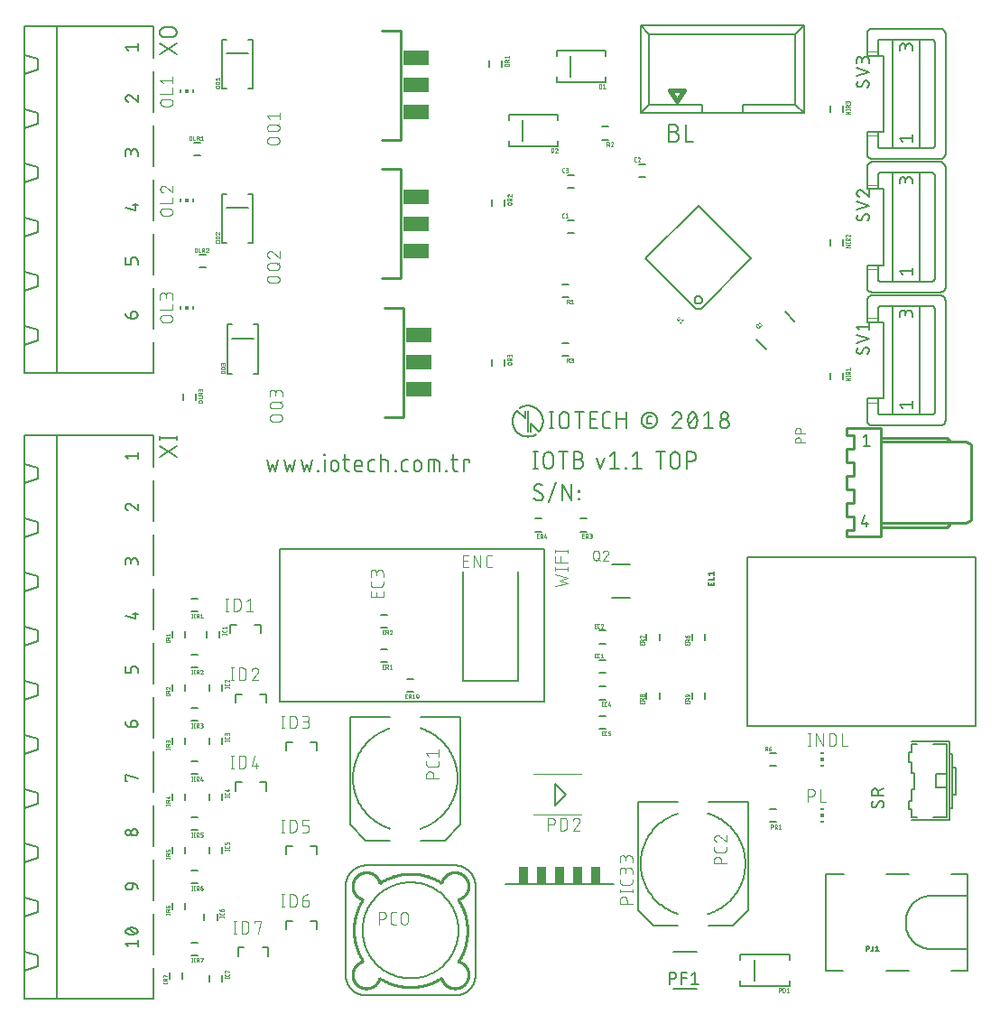
<source format=gbr>
G04 EAGLE Gerber RS-274X export*
G75*
%MOMM*%
%FSLAX34Y34*%
%LPD*%
%INSilkscreen Top*%
%IPPOS*%
%AMOC8*
5,1,8,0,0,1.08239X$1,22.5*%
G01*
%ADD10C,0.127000*%
%ADD11C,0.152400*%
%ADD12R,0.300000X0.150000*%
%ADD13R,0.300000X0.300000*%
%ADD14C,0.101600*%
%ADD15C,0.203200*%
%ADD16C,0.025400*%
%ADD17C,0.254000*%
%ADD18R,2.489200X1.422400*%
%ADD19C,0.177800*%
%ADD20C,0.076200*%
%ADD21C,0.020319*%
%ADD22R,0.965200X1.676400*%
%ADD23C,0.050800*%
%ADD24C,0.406400*%
%ADD25R,0.150000X0.300000*%


D10*
X449857Y541129D02*
X449857Y525635D01*
X451578Y525635D02*
X448135Y525635D01*
X448135Y541129D02*
X451578Y541129D01*
X457445Y536825D02*
X457445Y529939D01*
X457445Y536825D02*
X457447Y536955D01*
X457453Y537085D01*
X457463Y537215D01*
X457476Y537344D01*
X457494Y537473D01*
X457515Y537601D01*
X457541Y537728D01*
X457570Y537855D01*
X457603Y537981D01*
X457640Y538105D01*
X457680Y538229D01*
X457725Y538351D01*
X457773Y538472D01*
X457824Y538591D01*
X457879Y538709D01*
X457938Y538825D01*
X458000Y538939D01*
X458066Y539052D01*
X458135Y539162D01*
X458207Y539270D01*
X458282Y539376D01*
X458361Y539479D01*
X458443Y539580D01*
X458527Y539679D01*
X458615Y539775D01*
X458706Y539868D01*
X458799Y539959D01*
X458895Y540047D01*
X458994Y540131D01*
X459095Y540213D01*
X459198Y540292D01*
X459304Y540367D01*
X459412Y540439D01*
X459522Y540508D01*
X459635Y540574D01*
X459749Y540636D01*
X459865Y540695D01*
X459983Y540750D01*
X460102Y540801D01*
X460223Y540849D01*
X460345Y540894D01*
X460469Y540934D01*
X460593Y540971D01*
X460719Y541004D01*
X460846Y541033D01*
X460973Y541059D01*
X461101Y541080D01*
X461230Y541098D01*
X461359Y541111D01*
X461489Y541121D01*
X461619Y541127D01*
X461749Y541129D01*
X461879Y541127D01*
X462009Y541121D01*
X462139Y541111D01*
X462268Y541098D01*
X462397Y541080D01*
X462525Y541059D01*
X462652Y541033D01*
X462779Y541004D01*
X462905Y540971D01*
X463029Y540934D01*
X463153Y540894D01*
X463275Y540849D01*
X463396Y540801D01*
X463515Y540750D01*
X463633Y540695D01*
X463749Y540636D01*
X463863Y540574D01*
X463976Y540508D01*
X464086Y540439D01*
X464194Y540367D01*
X464300Y540292D01*
X464403Y540213D01*
X464504Y540131D01*
X464603Y540047D01*
X464699Y539959D01*
X464792Y539868D01*
X464883Y539775D01*
X464971Y539679D01*
X465055Y539580D01*
X465137Y539479D01*
X465216Y539376D01*
X465291Y539270D01*
X465363Y539162D01*
X465432Y539052D01*
X465498Y538939D01*
X465560Y538825D01*
X465619Y538709D01*
X465674Y538591D01*
X465725Y538472D01*
X465773Y538351D01*
X465818Y538229D01*
X465858Y538105D01*
X465895Y537981D01*
X465928Y537855D01*
X465957Y537728D01*
X465983Y537601D01*
X466004Y537473D01*
X466022Y537344D01*
X466035Y537215D01*
X466045Y537085D01*
X466051Y536955D01*
X466053Y536825D01*
X466053Y529939D01*
X466051Y529809D01*
X466045Y529679D01*
X466035Y529549D01*
X466022Y529420D01*
X466004Y529291D01*
X465983Y529163D01*
X465957Y529036D01*
X465928Y528909D01*
X465895Y528783D01*
X465858Y528659D01*
X465818Y528535D01*
X465773Y528413D01*
X465725Y528292D01*
X465674Y528173D01*
X465619Y528055D01*
X465560Y527939D01*
X465498Y527825D01*
X465432Y527712D01*
X465363Y527602D01*
X465291Y527494D01*
X465216Y527388D01*
X465137Y527285D01*
X465055Y527184D01*
X464971Y527085D01*
X464883Y526989D01*
X464792Y526896D01*
X464699Y526805D01*
X464603Y526717D01*
X464504Y526633D01*
X464403Y526551D01*
X464300Y526472D01*
X464194Y526397D01*
X464086Y526325D01*
X463976Y526256D01*
X463863Y526190D01*
X463749Y526128D01*
X463633Y526069D01*
X463515Y526014D01*
X463396Y525963D01*
X463275Y525915D01*
X463153Y525870D01*
X463029Y525830D01*
X462905Y525793D01*
X462779Y525760D01*
X462652Y525731D01*
X462525Y525705D01*
X462397Y525684D01*
X462268Y525666D01*
X462139Y525653D01*
X462009Y525643D01*
X461879Y525637D01*
X461749Y525635D01*
X461619Y525637D01*
X461489Y525643D01*
X461359Y525653D01*
X461230Y525666D01*
X461101Y525684D01*
X460973Y525705D01*
X460846Y525731D01*
X460719Y525760D01*
X460593Y525793D01*
X460469Y525830D01*
X460345Y525870D01*
X460223Y525915D01*
X460102Y525963D01*
X459983Y526014D01*
X459865Y526069D01*
X459749Y526128D01*
X459635Y526190D01*
X459522Y526256D01*
X459412Y526325D01*
X459304Y526397D01*
X459198Y526472D01*
X459095Y526551D01*
X458994Y526633D01*
X458895Y526717D01*
X458799Y526805D01*
X458706Y526896D01*
X458615Y526989D01*
X458527Y527085D01*
X458443Y527184D01*
X458361Y527285D01*
X458282Y527388D01*
X458207Y527494D01*
X458135Y527602D01*
X458066Y527712D01*
X458000Y527825D01*
X457938Y527939D01*
X457879Y528055D01*
X457824Y528173D01*
X457773Y528292D01*
X457725Y528413D01*
X457680Y528535D01*
X457640Y528659D01*
X457603Y528783D01*
X457570Y528909D01*
X457541Y529036D01*
X457515Y529163D01*
X457494Y529291D01*
X457476Y529420D01*
X457463Y529549D01*
X457453Y529679D01*
X457447Y529809D01*
X457445Y529939D01*
X475624Y525635D02*
X475624Y541129D01*
X471320Y541129D02*
X479928Y541129D01*
X485887Y534243D02*
X490191Y534243D01*
X490321Y534241D01*
X490451Y534235D01*
X490581Y534225D01*
X490710Y534212D01*
X490839Y534194D01*
X490967Y534173D01*
X491094Y534147D01*
X491221Y534118D01*
X491347Y534085D01*
X491471Y534048D01*
X491595Y534008D01*
X491717Y533963D01*
X491838Y533915D01*
X491957Y533864D01*
X492075Y533809D01*
X492191Y533750D01*
X492305Y533688D01*
X492418Y533622D01*
X492528Y533553D01*
X492636Y533481D01*
X492742Y533406D01*
X492845Y533327D01*
X492946Y533245D01*
X493045Y533161D01*
X493141Y533073D01*
X493234Y532982D01*
X493325Y532889D01*
X493413Y532793D01*
X493497Y532694D01*
X493579Y532593D01*
X493658Y532490D01*
X493733Y532384D01*
X493805Y532276D01*
X493874Y532166D01*
X493940Y532053D01*
X494002Y531939D01*
X494061Y531823D01*
X494116Y531705D01*
X494167Y531586D01*
X494215Y531465D01*
X494260Y531343D01*
X494300Y531219D01*
X494337Y531095D01*
X494370Y530969D01*
X494399Y530842D01*
X494425Y530715D01*
X494446Y530587D01*
X494464Y530458D01*
X494477Y530329D01*
X494487Y530199D01*
X494493Y530069D01*
X494495Y529939D01*
X494493Y529809D01*
X494487Y529679D01*
X494477Y529549D01*
X494464Y529420D01*
X494446Y529291D01*
X494425Y529163D01*
X494399Y529036D01*
X494370Y528909D01*
X494337Y528783D01*
X494300Y528659D01*
X494260Y528535D01*
X494215Y528413D01*
X494167Y528292D01*
X494116Y528173D01*
X494061Y528055D01*
X494002Y527939D01*
X493940Y527825D01*
X493874Y527712D01*
X493805Y527602D01*
X493733Y527494D01*
X493658Y527388D01*
X493579Y527285D01*
X493497Y527184D01*
X493413Y527085D01*
X493325Y526989D01*
X493234Y526896D01*
X493141Y526805D01*
X493045Y526717D01*
X492946Y526633D01*
X492845Y526551D01*
X492742Y526472D01*
X492636Y526397D01*
X492528Y526325D01*
X492418Y526256D01*
X492305Y526190D01*
X492191Y526128D01*
X492075Y526069D01*
X491957Y526014D01*
X491838Y525963D01*
X491717Y525915D01*
X491595Y525870D01*
X491471Y525830D01*
X491347Y525793D01*
X491221Y525760D01*
X491094Y525731D01*
X490967Y525705D01*
X490839Y525684D01*
X490710Y525666D01*
X490581Y525653D01*
X490451Y525643D01*
X490321Y525637D01*
X490191Y525635D01*
X485887Y525635D01*
X485887Y541129D01*
X490191Y541129D01*
X490307Y541127D01*
X490423Y541121D01*
X490539Y541111D01*
X490655Y541098D01*
X490770Y541080D01*
X490884Y541059D01*
X490998Y541033D01*
X491110Y541004D01*
X491222Y540971D01*
X491332Y540934D01*
X491441Y540894D01*
X491549Y540850D01*
X491655Y540802D01*
X491759Y540751D01*
X491862Y540696D01*
X491963Y540638D01*
X492061Y540577D01*
X492158Y540512D01*
X492252Y540444D01*
X492344Y540373D01*
X492434Y540298D01*
X492521Y540221D01*
X492605Y540141D01*
X492686Y540058D01*
X492765Y539972D01*
X492841Y539884D01*
X492914Y539793D01*
X492983Y539700D01*
X493050Y539605D01*
X493113Y539507D01*
X493173Y539408D01*
X493229Y539306D01*
X493282Y539202D01*
X493332Y539097D01*
X493377Y538990D01*
X493420Y538882D01*
X493458Y538772D01*
X493493Y538661D01*
X493524Y538549D01*
X493551Y538436D01*
X493575Y538322D01*
X493594Y538207D01*
X493610Y538092D01*
X493622Y537976D01*
X493630Y537860D01*
X493634Y537744D01*
X493634Y537628D01*
X493630Y537512D01*
X493622Y537396D01*
X493610Y537280D01*
X493594Y537165D01*
X493575Y537050D01*
X493551Y536936D01*
X493524Y536823D01*
X493493Y536711D01*
X493458Y536600D01*
X493420Y536490D01*
X493377Y536382D01*
X493332Y536275D01*
X493282Y536170D01*
X493229Y536066D01*
X493173Y535965D01*
X493113Y535865D01*
X493050Y535767D01*
X492983Y535672D01*
X492914Y535579D01*
X492841Y535488D01*
X492765Y535400D01*
X492686Y535314D01*
X492605Y535231D01*
X492521Y535151D01*
X492434Y535074D01*
X492344Y534999D01*
X492252Y534928D01*
X492158Y534860D01*
X492061Y534795D01*
X491963Y534734D01*
X491862Y534676D01*
X491759Y534621D01*
X491655Y534570D01*
X491549Y534522D01*
X491441Y534478D01*
X491332Y534438D01*
X491222Y534401D01*
X491110Y534368D01*
X490998Y534339D01*
X490884Y534313D01*
X490770Y534292D01*
X490655Y534274D01*
X490539Y534261D01*
X490423Y534251D01*
X490307Y534245D01*
X490191Y534243D01*
X507363Y535964D02*
X510806Y525635D01*
X514249Y535964D01*
X519882Y537686D02*
X524185Y541129D01*
X524185Y525635D01*
X519882Y525635D02*
X528489Y525635D01*
X534161Y525635D02*
X534161Y526496D01*
X535022Y526496D01*
X535022Y525635D01*
X534161Y525635D01*
X540694Y537686D02*
X544997Y541129D01*
X544997Y525635D01*
X540694Y525635D02*
X549301Y525635D01*
X566801Y525635D02*
X566801Y541129D01*
X571104Y541129D02*
X562497Y541129D01*
X576371Y536825D02*
X576371Y529939D01*
X576371Y536825D02*
X576373Y536955D01*
X576379Y537085D01*
X576389Y537215D01*
X576402Y537344D01*
X576420Y537473D01*
X576441Y537601D01*
X576467Y537728D01*
X576496Y537855D01*
X576529Y537981D01*
X576566Y538105D01*
X576606Y538229D01*
X576651Y538351D01*
X576699Y538472D01*
X576750Y538591D01*
X576805Y538709D01*
X576864Y538825D01*
X576926Y538939D01*
X576992Y539052D01*
X577061Y539162D01*
X577133Y539270D01*
X577208Y539376D01*
X577287Y539479D01*
X577369Y539580D01*
X577453Y539679D01*
X577541Y539775D01*
X577632Y539868D01*
X577725Y539959D01*
X577821Y540047D01*
X577920Y540131D01*
X578021Y540213D01*
X578124Y540292D01*
X578230Y540367D01*
X578338Y540439D01*
X578448Y540508D01*
X578561Y540574D01*
X578675Y540636D01*
X578791Y540695D01*
X578909Y540750D01*
X579028Y540801D01*
X579149Y540849D01*
X579271Y540894D01*
X579395Y540934D01*
X579519Y540971D01*
X579645Y541004D01*
X579772Y541033D01*
X579899Y541059D01*
X580027Y541080D01*
X580156Y541098D01*
X580285Y541111D01*
X580415Y541121D01*
X580545Y541127D01*
X580675Y541129D01*
X580805Y541127D01*
X580935Y541121D01*
X581065Y541111D01*
X581194Y541098D01*
X581323Y541080D01*
X581451Y541059D01*
X581578Y541033D01*
X581705Y541004D01*
X581831Y540971D01*
X581955Y540934D01*
X582079Y540894D01*
X582201Y540849D01*
X582322Y540801D01*
X582441Y540750D01*
X582559Y540695D01*
X582675Y540636D01*
X582789Y540574D01*
X582902Y540508D01*
X583012Y540439D01*
X583120Y540367D01*
X583226Y540292D01*
X583329Y540213D01*
X583430Y540131D01*
X583529Y540047D01*
X583625Y539959D01*
X583718Y539868D01*
X583809Y539775D01*
X583897Y539679D01*
X583981Y539580D01*
X584063Y539479D01*
X584142Y539376D01*
X584217Y539270D01*
X584289Y539162D01*
X584358Y539052D01*
X584424Y538939D01*
X584486Y538825D01*
X584545Y538709D01*
X584600Y538591D01*
X584651Y538472D01*
X584699Y538351D01*
X584744Y538229D01*
X584784Y538105D01*
X584821Y537981D01*
X584854Y537855D01*
X584883Y537728D01*
X584909Y537601D01*
X584930Y537473D01*
X584948Y537344D01*
X584961Y537215D01*
X584971Y537085D01*
X584977Y536955D01*
X584979Y536825D01*
X584979Y529939D01*
X584977Y529809D01*
X584971Y529679D01*
X584961Y529549D01*
X584948Y529420D01*
X584930Y529291D01*
X584909Y529163D01*
X584883Y529036D01*
X584854Y528909D01*
X584821Y528783D01*
X584784Y528659D01*
X584744Y528535D01*
X584699Y528413D01*
X584651Y528292D01*
X584600Y528173D01*
X584545Y528055D01*
X584486Y527939D01*
X584424Y527825D01*
X584358Y527712D01*
X584289Y527602D01*
X584217Y527494D01*
X584142Y527388D01*
X584063Y527285D01*
X583981Y527184D01*
X583897Y527085D01*
X583809Y526989D01*
X583718Y526896D01*
X583625Y526805D01*
X583529Y526717D01*
X583430Y526633D01*
X583329Y526551D01*
X583226Y526472D01*
X583120Y526397D01*
X583012Y526325D01*
X582902Y526256D01*
X582789Y526190D01*
X582675Y526128D01*
X582559Y526069D01*
X582441Y526014D01*
X582322Y525963D01*
X582201Y525915D01*
X582079Y525870D01*
X581955Y525830D01*
X581831Y525793D01*
X581705Y525760D01*
X581578Y525731D01*
X581451Y525705D01*
X581323Y525684D01*
X581194Y525666D01*
X581065Y525653D01*
X580935Y525643D01*
X580805Y525637D01*
X580675Y525635D01*
X580545Y525637D01*
X580415Y525643D01*
X580285Y525653D01*
X580156Y525666D01*
X580027Y525684D01*
X579899Y525705D01*
X579772Y525731D01*
X579645Y525760D01*
X579519Y525793D01*
X579395Y525830D01*
X579271Y525870D01*
X579149Y525915D01*
X579028Y525963D01*
X578909Y526014D01*
X578791Y526069D01*
X578675Y526128D01*
X578561Y526190D01*
X578448Y526256D01*
X578338Y526325D01*
X578230Y526397D01*
X578124Y526472D01*
X578021Y526551D01*
X577920Y526633D01*
X577821Y526717D01*
X577725Y526805D01*
X577632Y526896D01*
X577541Y526989D01*
X577453Y527085D01*
X577369Y527184D01*
X577287Y527285D01*
X577208Y527388D01*
X577133Y527494D01*
X577061Y527602D01*
X576992Y527712D01*
X576926Y527825D01*
X576864Y527939D01*
X576805Y528055D01*
X576750Y528173D01*
X576699Y528292D01*
X576651Y528413D01*
X576606Y528535D01*
X576566Y528659D01*
X576529Y528783D01*
X576496Y528909D01*
X576467Y529036D01*
X576441Y529163D01*
X576420Y529291D01*
X576402Y529420D01*
X576389Y529549D01*
X576379Y529679D01*
X576373Y529809D01*
X576371Y529939D01*
X591930Y525635D02*
X591930Y541129D01*
X596233Y541129D01*
X596363Y541127D01*
X596493Y541121D01*
X596623Y541111D01*
X596752Y541098D01*
X596881Y541080D01*
X597009Y541059D01*
X597136Y541033D01*
X597263Y541004D01*
X597389Y540971D01*
X597513Y540934D01*
X597637Y540894D01*
X597759Y540849D01*
X597880Y540801D01*
X597999Y540750D01*
X598117Y540695D01*
X598233Y540636D01*
X598347Y540574D01*
X598460Y540508D01*
X598570Y540439D01*
X598678Y540367D01*
X598784Y540292D01*
X598887Y540213D01*
X598988Y540131D01*
X599087Y540047D01*
X599183Y539959D01*
X599276Y539868D01*
X599367Y539775D01*
X599455Y539679D01*
X599539Y539580D01*
X599621Y539479D01*
X599700Y539376D01*
X599775Y539270D01*
X599847Y539162D01*
X599916Y539052D01*
X599982Y538939D01*
X600044Y538825D01*
X600103Y538709D01*
X600158Y538591D01*
X600209Y538472D01*
X600257Y538351D01*
X600302Y538229D01*
X600342Y538105D01*
X600379Y537981D01*
X600412Y537855D01*
X600441Y537728D01*
X600467Y537601D01*
X600488Y537473D01*
X600506Y537344D01*
X600519Y537215D01*
X600529Y537085D01*
X600535Y536955D01*
X600537Y536825D01*
X600535Y536695D01*
X600529Y536565D01*
X600519Y536435D01*
X600506Y536306D01*
X600488Y536177D01*
X600467Y536049D01*
X600441Y535922D01*
X600412Y535795D01*
X600379Y535669D01*
X600342Y535545D01*
X600302Y535421D01*
X600257Y535299D01*
X600209Y535178D01*
X600158Y535059D01*
X600103Y534941D01*
X600044Y534825D01*
X599982Y534711D01*
X599916Y534598D01*
X599847Y534488D01*
X599775Y534380D01*
X599700Y534274D01*
X599621Y534171D01*
X599539Y534070D01*
X599455Y533971D01*
X599367Y533875D01*
X599276Y533782D01*
X599183Y533691D01*
X599087Y533603D01*
X598988Y533519D01*
X598887Y533437D01*
X598784Y533358D01*
X598678Y533283D01*
X598570Y533211D01*
X598460Y533142D01*
X598347Y533076D01*
X598233Y533014D01*
X598117Y532955D01*
X597999Y532900D01*
X597880Y532849D01*
X597759Y532801D01*
X597637Y532756D01*
X597513Y532716D01*
X597389Y532679D01*
X597263Y532646D01*
X597136Y532617D01*
X597009Y532591D01*
X596881Y532570D01*
X596752Y532552D01*
X596623Y532539D01*
X596493Y532529D01*
X596363Y532523D01*
X596233Y532521D01*
X591930Y532521D01*
X464857Y563135D02*
X464857Y578629D01*
X463135Y563135D02*
X466578Y563135D01*
X466578Y578629D02*
X463135Y578629D01*
X472445Y574325D02*
X472445Y567439D01*
X472445Y574325D02*
X472447Y574455D01*
X472453Y574585D01*
X472463Y574715D01*
X472476Y574844D01*
X472494Y574973D01*
X472515Y575101D01*
X472541Y575228D01*
X472570Y575355D01*
X472603Y575481D01*
X472640Y575605D01*
X472680Y575729D01*
X472725Y575851D01*
X472773Y575972D01*
X472824Y576091D01*
X472879Y576209D01*
X472938Y576325D01*
X473000Y576439D01*
X473066Y576552D01*
X473135Y576662D01*
X473207Y576770D01*
X473282Y576876D01*
X473361Y576979D01*
X473443Y577080D01*
X473527Y577179D01*
X473615Y577275D01*
X473706Y577368D01*
X473799Y577459D01*
X473895Y577547D01*
X473994Y577631D01*
X474095Y577713D01*
X474198Y577792D01*
X474304Y577867D01*
X474412Y577939D01*
X474522Y578008D01*
X474635Y578074D01*
X474749Y578136D01*
X474865Y578195D01*
X474983Y578250D01*
X475102Y578301D01*
X475223Y578349D01*
X475345Y578394D01*
X475469Y578434D01*
X475593Y578471D01*
X475719Y578504D01*
X475846Y578533D01*
X475973Y578559D01*
X476101Y578580D01*
X476230Y578598D01*
X476359Y578611D01*
X476489Y578621D01*
X476619Y578627D01*
X476749Y578629D01*
X476879Y578627D01*
X477009Y578621D01*
X477139Y578611D01*
X477268Y578598D01*
X477397Y578580D01*
X477525Y578559D01*
X477652Y578533D01*
X477779Y578504D01*
X477905Y578471D01*
X478029Y578434D01*
X478153Y578394D01*
X478275Y578349D01*
X478396Y578301D01*
X478515Y578250D01*
X478633Y578195D01*
X478749Y578136D01*
X478863Y578074D01*
X478976Y578008D01*
X479086Y577939D01*
X479194Y577867D01*
X479300Y577792D01*
X479403Y577713D01*
X479504Y577631D01*
X479603Y577547D01*
X479699Y577459D01*
X479792Y577368D01*
X479883Y577275D01*
X479971Y577179D01*
X480055Y577080D01*
X480137Y576979D01*
X480216Y576876D01*
X480291Y576770D01*
X480363Y576662D01*
X480432Y576552D01*
X480498Y576439D01*
X480560Y576325D01*
X480619Y576209D01*
X480674Y576091D01*
X480725Y575972D01*
X480773Y575851D01*
X480818Y575729D01*
X480858Y575605D01*
X480895Y575481D01*
X480928Y575355D01*
X480957Y575228D01*
X480983Y575101D01*
X481004Y574973D01*
X481022Y574844D01*
X481035Y574715D01*
X481045Y574585D01*
X481051Y574455D01*
X481053Y574325D01*
X481053Y567439D01*
X481051Y567309D01*
X481045Y567179D01*
X481035Y567049D01*
X481022Y566920D01*
X481004Y566791D01*
X480983Y566663D01*
X480957Y566536D01*
X480928Y566409D01*
X480895Y566283D01*
X480858Y566159D01*
X480818Y566035D01*
X480773Y565913D01*
X480725Y565792D01*
X480674Y565673D01*
X480619Y565555D01*
X480560Y565439D01*
X480498Y565325D01*
X480432Y565212D01*
X480363Y565102D01*
X480291Y564994D01*
X480216Y564888D01*
X480137Y564785D01*
X480055Y564684D01*
X479971Y564585D01*
X479883Y564489D01*
X479792Y564396D01*
X479699Y564305D01*
X479603Y564217D01*
X479504Y564133D01*
X479403Y564051D01*
X479300Y563972D01*
X479194Y563897D01*
X479086Y563825D01*
X478976Y563756D01*
X478863Y563690D01*
X478749Y563628D01*
X478633Y563569D01*
X478515Y563514D01*
X478396Y563463D01*
X478275Y563415D01*
X478153Y563370D01*
X478029Y563330D01*
X477905Y563293D01*
X477779Y563260D01*
X477652Y563231D01*
X477525Y563205D01*
X477397Y563184D01*
X477268Y563166D01*
X477139Y563153D01*
X477009Y563143D01*
X476879Y563137D01*
X476749Y563135D01*
X476619Y563137D01*
X476489Y563143D01*
X476359Y563153D01*
X476230Y563166D01*
X476101Y563184D01*
X475973Y563205D01*
X475846Y563231D01*
X475719Y563260D01*
X475593Y563293D01*
X475469Y563330D01*
X475345Y563370D01*
X475223Y563415D01*
X475102Y563463D01*
X474983Y563514D01*
X474865Y563569D01*
X474749Y563628D01*
X474635Y563690D01*
X474522Y563756D01*
X474412Y563825D01*
X474304Y563897D01*
X474198Y563972D01*
X474095Y564051D01*
X473994Y564133D01*
X473895Y564217D01*
X473799Y564305D01*
X473706Y564396D01*
X473615Y564489D01*
X473527Y564585D01*
X473443Y564684D01*
X473361Y564785D01*
X473282Y564888D01*
X473207Y564994D01*
X473135Y565102D01*
X473066Y565212D01*
X473000Y565325D01*
X472938Y565439D01*
X472879Y565555D01*
X472824Y565673D01*
X472773Y565792D01*
X472725Y565913D01*
X472680Y566035D01*
X472640Y566159D01*
X472603Y566283D01*
X472570Y566409D01*
X472541Y566536D01*
X472515Y566663D01*
X472494Y566791D01*
X472476Y566920D01*
X472463Y567049D01*
X472453Y567179D01*
X472447Y567309D01*
X472445Y567439D01*
X490624Y563135D02*
X490624Y578629D01*
X486320Y578629D02*
X494928Y578629D01*
X500718Y563135D02*
X507604Y563135D01*
X500718Y563135D02*
X500718Y578629D01*
X507604Y578629D01*
X505882Y571743D02*
X500718Y571743D01*
X516484Y563135D02*
X519927Y563135D01*
X516484Y563135D02*
X516369Y563137D01*
X516254Y563143D01*
X516139Y563152D01*
X516025Y563166D01*
X515911Y563183D01*
X515798Y563204D01*
X515686Y563229D01*
X515574Y563257D01*
X515464Y563290D01*
X515355Y563326D01*
X515247Y563365D01*
X515140Y563408D01*
X515035Y563455D01*
X514931Y563505D01*
X514829Y563559D01*
X514729Y563616D01*
X514631Y563676D01*
X514535Y563739D01*
X514442Y563806D01*
X514350Y563876D01*
X514261Y563949D01*
X514174Y564024D01*
X514090Y564103D01*
X514009Y564184D01*
X513930Y564268D01*
X513855Y564355D01*
X513782Y564444D01*
X513712Y564536D01*
X513645Y564629D01*
X513582Y564725D01*
X513522Y564823D01*
X513465Y564923D01*
X513411Y565025D01*
X513361Y565129D01*
X513314Y565234D01*
X513271Y565341D01*
X513232Y565449D01*
X513196Y565558D01*
X513163Y565668D01*
X513135Y565780D01*
X513110Y565892D01*
X513089Y566005D01*
X513072Y566119D01*
X513058Y566233D01*
X513049Y566348D01*
X513043Y566463D01*
X513041Y566578D01*
X513041Y575186D01*
X513043Y575301D01*
X513049Y575416D01*
X513058Y575531D01*
X513072Y575645D01*
X513089Y575759D01*
X513110Y575872D01*
X513135Y575984D01*
X513163Y576096D01*
X513196Y576206D01*
X513232Y576315D01*
X513271Y576423D01*
X513314Y576530D01*
X513361Y576635D01*
X513411Y576739D01*
X513465Y576841D01*
X513522Y576941D01*
X513582Y577039D01*
X513645Y577135D01*
X513712Y577228D01*
X513782Y577320D01*
X513855Y577409D01*
X513930Y577496D01*
X514009Y577580D01*
X514090Y577661D01*
X514174Y577739D01*
X514261Y577815D01*
X514350Y577888D01*
X514442Y577958D01*
X514535Y578025D01*
X514631Y578088D01*
X514729Y578148D01*
X514829Y578205D01*
X514931Y578259D01*
X515035Y578309D01*
X515140Y578356D01*
X515247Y578399D01*
X515355Y578438D01*
X515464Y578474D01*
X515574Y578507D01*
X515686Y578535D01*
X515798Y578560D01*
X515911Y578581D01*
X516025Y578598D01*
X516139Y578612D01*
X516254Y578621D01*
X516369Y578627D01*
X516484Y578629D01*
X519927Y578629D01*
X525962Y578629D02*
X525962Y563135D01*
X525962Y571743D02*
X534570Y571743D01*
X534570Y578629D02*
X534570Y563135D01*
X549212Y570882D02*
X549214Y571060D01*
X549221Y571238D01*
X549232Y571416D01*
X549247Y571594D01*
X549266Y571771D01*
X549290Y571947D01*
X549318Y572123D01*
X549350Y572299D01*
X549387Y572473D01*
X549428Y572646D01*
X549473Y572819D01*
X549522Y572990D01*
X549576Y573160D01*
X549633Y573329D01*
X549695Y573496D01*
X549760Y573662D01*
X549830Y573825D01*
X549904Y573988D01*
X549981Y574148D01*
X550063Y574307D01*
X550148Y574463D01*
X550237Y574617D01*
X550330Y574769D01*
X550427Y574919D01*
X550527Y575067D01*
X550630Y575212D01*
X550738Y575354D01*
X550848Y575494D01*
X550962Y575631D01*
X551080Y575765D01*
X551200Y575896D01*
X551324Y576024D01*
X551450Y576150D01*
X551580Y576272D01*
X551713Y576391D01*
X551849Y576506D01*
X551987Y576618D01*
X552128Y576727D01*
X552272Y576833D01*
X552418Y576935D01*
X552566Y577033D01*
X552717Y577128D01*
X552871Y577219D01*
X553026Y577306D01*
X553183Y577389D01*
X553343Y577469D01*
X553504Y577544D01*
X553667Y577616D01*
X553832Y577684D01*
X553999Y577748D01*
X554166Y577807D01*
X554336Y577863D01*
X554506Y577914D01*
X554678Y577961D01*
X554851Y578004D01*
X555025Y578043D01*
X555200Y578077D01*
X555376Y578108D01*
X555552Y578133D01*
X555729Y578155D01*
X555906Y578172D01*
X556084Y578185D01*
X556262Y578194D01*
X556440Y578198D01*
X556618Y578198D01*
X556796Y578194D01*
X556974Y578185D01*
X557152Y578172D01*
X557329Y578155D01*
X557506Y578133D01*
X557682Y578108D01*
X557858Y578077D01*
X558033Y578043D01*
X558207Y578004D01*
X558380Y577961D01*
X558552Y577914D01*
X558722Y577863D01*
X558892Y577807D01*
X559059Y577748D01*
X559226Y577684D01*
X559391Y577616D01*
X559554Y577544D01*
X559715Y577469D01*
X559875Y577389D01*
X560032Y577306D01*
X560188Y577219D01*
X560341Y577128D01*
X560492Y577033D01*
X560640Y576935D01*
X560786Y576833D01*
X560930Y576727D01*
X561071Y576618D01*
X561209Y576506D01*
X561345Y576391D01*
X561478Y576272D01*
X561608Y576150D01*
X561734Y576024D01*
X561858Y575896D01*
X561978Y575765D01*
X562096Y575631D01*
X562210Y575494D01*
X562320Y575354D01*
X562428Y575212D01*
X562531Y575067D01*
X562631Y574919D01*
X562728Y574769D01*
X562821Y574617D01*
X562910Y574463D01*
X562995Y574307D01*
X563077Y574148D01*
X563154Y573988D01*
X563228Y573825D01*
X563298Y573662D01*
X563363Y573496D01*
X563425Y573329D01*
X563482Y573160D01*
X563536Y572990D01*
X563585Y572819D01*
X563630Y572646D01*
X563671Y572473D01*
X563708Y572299D01*
X563740Y572123D01*
X563768Y571947D01*
X563792Y571771D01*
X563811Y571594D01*
X563826Y571416D01*
X563837Y571238D01*
X563844Y571060D01*
X563846Y570882D01*
X563844Y570704D01*
X563837Y570526D01*
X563826Y570348D01*
X563811Y570170D01*
X563792Y569993D01*
X563768Y569817D01*
X563740Y569641D01*
X563708Y569465D01*
X563671Y569291D01*
X563630Y569118D01*
X563585Y568945D01*
X563536Y568774D01*
X563482Y568604D01*
X563425Y568435D01*
X563363Y568268D01*
X563298Y568102D01*
X563228Y567939D01*
X563154Y567776D01*
X563077Y567616D01*
X562995Y567457D01*
X562910Y567301D01*
X562821Y567147D01*
X562728Y566995D01*
X562631Y566845D01*
X562531Y566697D01*
X562428Y566552D01*
X562320Y566410D01*
X562210Y566270D01*
X562096Y566133D01*
X561978Y565999D01*
X561858Y565868D01*
X561734Y565740D01*
X561608Y565614D01*
X561478Y565492D01*
X561345Y565373D01*
X561209Y565258D01*
X561071Y565146D01*
X560930Y565037D01*
X560786Y564931D01*
X560640Y564829D01*
X560492Y564731D01*
X560341Y564636D01*
X560188Y564545D01*
X560032Y564458D01*
X559875Y564375D01*
X559715Y564295D01*
X559554Y564220D01*
X559391Y564148D01*
X559226Y564080D01*
X559059Y564016D01*
X558892Y563957D01*
X558722Y563901D01*
X558552Y563850D01*
X558380Y563803D01*
X558207Y563760D01*
X558033Y563721D01*
X557858Y563687D01*
X557682Y563656D01*
X557506Y563631D01*
X557329Y563609D01*
X557152Y563592D01*
X556974Y563579D01*
X556796Y563570D01*
X556618Y563566D01*
X556440Y563566D01*
X556262Y563570D01*
X556084Y563579D01*
X555906Y563592D01*
X555729Y563609D01*
X555552Y563631D01*
X555376Y563656D01*
X555200Y563687D01*
X555025Y563721D01*
X554851Y563760D01*
X554678Y563803D01*
X554506Y563850D01*
X554336Y563901D01*
X554166Y563957D01*
X553999Y564016D01*
X553832Y564080D01*
X553667Y564148D01*
X553504Y564220D01*
X553343Y564295D01*
X553183Y564375D01*
X553026Y564458D01*
X552871Y564545D01*
X552717Y564636D01*
X552566Y564731D01*
X552418Y564829D01*
X552272Y564931D01*
X552128Y565037D01*
X551987Y565146D01*
X551849Y565258D01*
X551713Y565373D01*
X551580Y565492D01*
X551450Y565614D01*
X551324Y565740D01*
X551200Y565868D01*
X551080Y565999D01*
X550962Y566133D01*
X550848Y566270D01*
X550738Y566410D01*
X550630Y566552D01*
X550527Y566697D01*
X550427Y566845D01*
X550330Y566995D01*
X550237Y567147D01*
X550148Y567301D01*
X550063Y567457D01*
X549981Y567616D01*
X549904Y567776D01*
X549830Y567939D01*
X549760Y568102D01*
X549695Y568268D01*
X549633Y568435D01*
X549576Y568604D01*
X549522Y568774D01*
X549473Y568945D01*
X549428Y569118D01*
X549387Y569291D01*
X549350Y569465D01*
X549318Y569641D01*
X549290Y569817D01*
X549266Y569993D01*
X549247Y570170D01*
X549232Y570348D01*
X549221Y570526D01*
X549214Y570704D01*
X549212Y570882D01*
X556098Y567439D02*
X558250Y567439D01*
X556098Y567438D02*
X556016Y567440D01*
X555934Y567446D01*
X555853Y567456D01*
X555772Y567469D01*
X555692Y567487D01*
X555613Y567508D01*
X555535Y567533D01*
X555458Y567561D01*
X555383Y567594D01*
X555309Y567629D01*
X555237Y567669D01*
X555167Y567711D01*
X555099Y567757D01*
X555034Y567806D01*
X554970Y567859D01*
X554910Y567914D01*
X554852Y567972D01*
X554797Y568032D01*
X554744Y568096D01*
X554695Y568161D01*
X554649Y568229D01*
X554607Y568299D01*
X554567Y568371D01*
X554532Y568445D01*
X554499Y568520D01*
X554471Y568597D01*
X554446Y568675D01*
X554425Y568754D01*
X554407Y568834D01*
X554394Y568915D01*
X554384Y568996D01*
X554378Y569078D01*
X554376Y569160D01*
X554377Y569160D02*
X554377Y572604D01*
X554376Y572604D02*
X554378Y572686D01*
X554384Y572768D01*
X554394Y572849D01*
X554407Y572930D01*
X554425Y573010D01*
X554446Y573089D01*
X554471Y573167D01*
X554499Y573244D01*
X554532Y573319D01*
X554567Y573393D01*
X554607Y573465D01*
X554649Y573535D01*
X554695Y573603D01*
X554744Y573668D01*
X554797Y573732D01*
X554852Y573792D01*
X554910Y573850D01*
X554970Y573905D01*
X555034Y573958D01*
X555099Y574007D01*
X555167Y574053D01*
X555237Y574095D01*
X555309Y574135D01*
X555383Y574170D01*
X555458Y574203D01*
X555535Y574231D01*
X555613Y574256D01*
X555692Y574277D01*
X555772Y574295D01*
X555853Y574308D01*
X555934Y574318D01*
X556016Y574324D01*
X556098Y574326D01*
X556098Y574325D02*
X558250Y574325D01*
X582727Y578630D02*
X582849Y578628D01*
X582970Y578622D01*
X583092Y578613D01*
X583213Y578599D01*
X583333Y578582D01*
X583453Y578561D01*
X583572Y578537D01*
X583690Y578508D01*
X583808Y578476D01*
X583924Y578440D01*
X584039Y578401D01*
X584153Y578358D01*
X584266Y578311D01*
X584376Y578261D01*
X584486Y578208D01*
X584593Y578151D01*
X584699Y578091D01*
X584803Y578027D01*
X584905Y577960D01*
X585004Y577890D01*
X585101Y577817D01*
X585196Y577741D01*
X585289Y577662D01*
X585379Y577580D01*
X585466Y577495D01*
X585551Y577408D01*
X585633Y577318D01*
X585712Y577225D01*
X585788Y577130D01*
X585861Y577033D01*
X585931Y576934D01*
X585998Y576832D01*
X586062Y576728D01*
X586122Y576622D01*
X586179Y576515D01*
X586232Y576405D01*
X586282Y576295D01*
X586329Y576182D01*
X586372Y576068D01*
X586411Y575953D01*
X586447Y575837D01*
X586479Y575719D01*
X586508Y575601D01*
X586532Y575482D01*
X586553Y575362D01*
X586570Y575242D01*
X586584Y575121D01*
X586593Y574999D01*
X586599Y574878D01*
X586601Y574756D01*
X582727Y578629D02*
X582588Y578627D01*
X582449Y578621D01*
X582310Y578612D01*
X582172Y578598D01*
X582034Y578580D01*
X581897Y578559D01*
X581760Y578534D01*
X581624Y578505D01*
X581489Y578472D01*
X581354Y578436D01*
X581221Y578396D01*
X581089Y578352D01*
X580959Y578304D01*
X580829Y578253D01*
X580702Y578198D01*
X580575Y578140D01*
X580451Y578078D01*
X580328Y578013D01*
X580207Y577944D01*
X580088Y577872D01*
X579971Y577796D01*
X579857Y577718D01*
X579744Y577636D01*
X579634Y577551D01*
X579526Y577463D01*
X579421Y577372D01*
X579319Y577278D01*
X579219Y577182D01*
X579121Y577082D01*
X579027Y576980D01*
X578935Y576876D01*
X578847Y576768D01*
X578761Y576659D01*
X578679Y576547D01*
X578600Y576432D01*
X578524Y576316D01*
X578451Y576198D01*
X578381Y576077D01*
X578315Y575955D01*
X578253Y575830D01*
X578194Y575705D01*
X578138Y575577D01*
X578086Y575448D01*
X578038Y575318D01*
X577993Y575186D01*
X585310Y571743D02*
X585399Y571830D01*
X585485Y571920D01*
X585569Y572013D01*
X585650Y572108D01*
X585728Y572205D01*
X585803Y572305D01*
X585875Y572407D01*
X585944Y572511D01*
X586009Y572617D01*
X586072Y572725D01*
X586131Y572835D01*
X586187Y572947D01*
X586240Y573060D01*
X586289Y573174D01*
X586334Y573291D01*
X586377Y573408D01*
X586415Y573527D01*
X586450Y573646D01*
X586482Y573767D01*
X586510Y573889D01*
X586534Y574011D01*
X586554Y574134D01*
X586571Y574258D01*
X586584Y574382D01*
X586594Y574507D01*
X586599Y574631D01*
X586601Y574756D01*
X585309Y571743D02*
X577992Y563135D01*
X586600Y563135D01*
X592858Y570882D02*
X592862Y571187D01*
X592873Y571491D01*
X592891Y571796D01*
X592916Y572099D01*
X592949Y572402D01*
X592989Y572705D01*
X593036Y573006D01*
X593090Y573306D01*
X593152Y573604D01*
X593220Y573901D01*
X593296Y574197D01*
X593378Y574490D01*
X593468Y574781D01*
X593565Y575070D01*
X593668Y575357D01*
X593778Y575641D01*
X593895Y575923D01*
X594019Y576201D01*
X594149Y576477D01*
X594187Y576580D01*
X594227Y576682D01*
X594272Y576782D01*
X594320Y576881D01*
X594371Y576978D01*
X594425Y577073D01*
X594483Y577167D01*
X594544Y577258D01*
X594608Y577347D01*
X594675Y577434D01*
X594745Y577518D01*
X594818Y577601D01*
X594894Y577680D01*
X594972Y577757D01*
X595053Y577831D01*
X595137Y577902D01*
X595223Y577970D01*
X595311Y578036D01*
X595401Y578098D01*
X595494Y578157D01*
X595588Y578213D01*
X595684Y578266D01*
X595782Y578315D01*
X595882Y578361D01*
X595983Y578403D01*
X596086Y578442D01*
X596190Y578477D01*
X596295Y578509D01*
X596401Y578537D01*
X596508Y578561D01*
X596616Y578582D01*
X596724Y578599D01*
X596833Y578612D01*
X596943Y578621D01*
X597052Y578627D01*
X597162Y578629D01*
X597272Y578627D01*
X597381Y578621D01*
X597491Y578612D01*
X597600Y578599D01*
X597708Y578582D01*
X597816Y578561D01*
X597923Y578537D01*
X598029Y578509D01*
X598134Y578477D01*
X598238Y578442D01*
X598341Y578403D01*
X598442Y578361D01*
X598542Y578315D01*
X598640Y578266D01*
X598736Y578213D01*
X598830Y578157D01*
X598923Y578098D01*
X599013Y578036D01*
X599101Y577970D01*
X599187Y577902D01*
X599271Y577831D01*
X599352Y577757D01*
X599430Y577680D01*
X599506Y577600D01*
X599579Y577518D01*
X599649Y577434D01*
X599716Y577347D01*
X599780Y577258D01*
X599841Y577167D01*
X599899Y577073D01*
X599953Y576978D01*
X600004Y576881D01*
X600052Y576782D01*
X600097Y576682D01*
X600137Y576580D01*
X600175Y576477D01*
X600305Y576201D01*
X600429Y575923D01*
X600546Y575641D01*
X600656Y575357D01*
X600759Y575070D01*
X600856Y574781D01*
X600946Y574490D01*
X601028Y574197D01*
X601104Y573901D01*
X601172Y573604D01*
X601234Y573306D01*
X601288Y573006D01*
X601335Y572705D01*
X601375Y572402D01*
X601408Y572099D01*
X601433Y571796D01*
X601451Y571491D01*
X601462Y571187D01*
X601466Y570882D01*
X592858Y570882D02*
X592862Y570577D01*
X592873Y570273D01*
X592891Y569968D01*
X592916Y569665D01*
X592949Y569362D01*
X592989Y569059D01*
X593036Y568758D01*
X593090Y568458D01*
X593152Y568160D01*
X593220Y567863D01*
X593296Y567567D01*
X593378Y567274D01*
X593468Y566983D01*
X593565Y566694D01*
X593668Y566407D01*
X593778Y566123D01*
X593895Y565841D01*
X594019Y565563D01*
X594149Y565287D01*
X594187Y565184D01*
X594227Y565082D01*
X594272Y564982D01*
X594320Y564883D01*
X594371Y564786D01*
X594425Y564691D01*
X594483Y564597D01*
X594544Y564506D01*
X594608Y564417D01*
X594675Y564330D01*
X594745Y564245D01*
X594818Y564163D01*
X594894Y564084D01*
X594972Y564007D01*
X595053Y563933D01*
X595137Y563862D01*
X595223Y563794D01*
X595311Y563728D01*
X595401Y563666D01*
X595494Y563607D01*
X595588Y563551D01*
X595684Y563498D01*
X595783Y563449D01*
X595882Y563403D01*
X595983Y563361D01*
X596086Y563322D01*
X596190Y563287D01*
X596295Y563255D01*
X596401Y563227D01*
X596508Y563203D01*
X596616Y563182D01*
X596724Y563165D01*
X596833Y563152D01*
X596943Y563143D01*
X597052Y563137D01*
X597162Y563135D01*
X600175Y565287D02*
X600305Y565563D01*
X600429Y565841D01*
X600546Y566123D01*
X600656Y566407D01*
X600759Y566694D01*
X600856Y566983D01*
X600946Y567274D01*
X601028Y567567D01*
X601104Y567863D01*
X601172Y568160D01*
X601234Y568458D01*
X601288Y568758D01*
X601335Y569059D01*
X601375Y569362D01*
X601408Y569665D01*
X601433Y569968D01*
X601451Y570273D01*
X601462Y570577D01*
X601466Y570882D01*
X600175Y565287D02*
X600137Y565184D01*
X600097Y565082D01*
X600052Y564982D01*
X600004Y564883D01*
X599953Y564786D01*
X599899Y564691D01*
X599841Y564597D01*
X599780Y564506D01*
X599716Y564417D01*
X599649Y564330D01*
X599579Y564246D01*
X599506Y564163D01*
X599430Y564084D01*
X599352Y564007D01*
X599271Y563933D01*
X599187Y563862D01*
X599101Y563794D01*
X599013Y563728D01*
X598923Y563666D01*
X598830Y563607D01*
X598736Y563551D01*
X598640Y563498D01*
X598542Y563449D01*
X598442Y563403D01*
X598341Y563361D01*
X598238Y563322D01*
X598134Y563287D01*
X598029Y563255D01*
X597923Y563227D01*
X597816Y563203D01*
X597708Y563182D01*
X597600Y563165D01*
X597491Y563152D01*
X597381Y563143D01*
X597272Y563137D01*
X597162Y563135D01*
X593719Y566578D02*
X600605Y575186D01*
X607724Y575186D02*
X612028Y578629D01*
X612028Y563135D01*
X607724Y563135D02*
X616332Y563135D01*
X622589Y567439D02*
X622591Y567569D01*
X622597Y567699D01*
X622607Y567829D01*
X622620Y567958D01*
X622638Y568087D01*
X622659Y568215D01*
X622685Y568342D01*
X622714Y568469D01*
X622747Y568595D01*
X622784Y568719D01*
X622824Y568843D01*
X622869Y568965D01*
X622917Y569086D01*
X622968Y569205D01*
X623023Y569323D01*
X623082Y569439D01*
X623144Y569553D01*
X623210Y569666D01*
X623279Y569776D01*
X623351Y569884D01*
X623426Y569990D01*
X623505Y570093D01*
X623587Y570194D01*
X623671Y570293D01*
X623759Y570389D01*
X623850Y570482D01*
X623943Y570573D01*
X624039Y570661D01*
X624138Y570745D01*
X624239Y570827D01*
X624342Y570906D01*
X624448Y570981D01*
X624556Y571053D01*
X624666Y571122D01*
X624779Y571188D01*
X624893Y571250D01*
X625009Y571309D01*
X625127Y571364D01*
X625246Y571415D01*
X625367Y571463D01*
X625489Y571508D01*
X625613Y571548D01*
X625737Y571585D01*
X625863Y571618D01*
X625990Y571647D01*
X626117Y571673D01*
X626245Y571694D01*
X626374Y571712D01*
X626503Y571725D01*
X626633Y571735D01*
X626763Y571741D01*
X626893Y571743D01*
X627023Y571741D01*
X627153Y571735D01*
X627283Y571725D01*
X627412Y571712D01*
X627541Y571694D01*
X627669Y571673D01*
X627796Y571647D01*
X627923Y571618D01*
X628049Y571585D01*
X628173Y571548D01*
X628297Y571508D01*
X628419Y571463D01*
X628540Y571415D01*
X628659Y571364D01*
X628777Y571309D01*
X628893Y571250D01*
X629007Y571188D01*
X629120Y571122D01*
X629230Y571053D01*
X629338Y570981D01*
X629444Y570906D01*
X629547Y570827D01*
X629648Y570745D01*
X629747Y570661D01*
X629843Y570573D01*
X629936Y570482D01*
X630027Y570389D01*
X630115Y570293D01*
X630199Y570194D01*
X630281Y570093D01*
X630360Y569990D01*
X630435Y569884D01*
X630507Y569776D01*
X630576Y569666D01*
X630642Y569553D01*
X630704Y569439D01*
X630763Y569323D01*
X630818Y569205D01*
X630869Y569086D01*
X630917Y568965D01*
X630962Y568843D01*
X631002Y568719D01*
X631039Y568595D01*
X631072Y568469D01*
X631101Y568342D01*
X631127Y568215D01*
X631148Y568087D01*
X631166Y567958D01*
X631179Y567829D01*
X631189Y567699D01*
X631195Y567569D01*
X631197Y567439D01*
X631195Y567309D01*
X631189Y567179D01*
X631179Y567049D01*
X631166Y566920D01*
X631148Y566791D01*
X631127Y566663D01*
X631101Y566536D01*
X631072Y566409D01*
X631039Y566283D01*
X631002Y566159D01*
X630962Y566035D01*
X630917Y565913D01*
X630869Y565792D01*
X630818Y565673D01*
X630763Y565555D01*
X630704Y565439D01*
X630642Y565325D01*
X630576Y565212D01*
X630507Y565102D01*
X630435Y564994D01*
X630360Y564888D01*
X630281Y564785D01*
X630199Y564684D01*
X630115Y564585D01*
X630027Y564489D01*
X629936Y564396D01*
X629843Y564305D01*
X629747Y564217D01*
X629648Y564133D01*
X629547Y564051D01*
X629444Y563972D01*
X629338Y563897D01*
X629230Y563825D01*
X629120Y563756D01*
X629007Y563690D01*
X628893Y563628D01*
X628777Y563569D01*
X628659Y563514D01*
X628540Y563463D01*
X628419Y563415D01*
X628297Y563370D01*
X628173Y563330D01*
X628049Y563293D01*
X627923Y563260D01*
X627796Y563231D01*
X627669Y563205D01*
X627541Y563184D01*
X627412Y563166D01*
X627283Y563153D01*
X627153Y563143D01*
X627023Y563137D01*
X626893Y563135D01*
X626763Y563137D01*
X626633Y563143D01*
X626503Y563153D01*
X626374Y563166D01*
X626245Y563184D01*
X626117Y563205D01*
X625990Y563231D01*
X625863Y563260D01*
X625737Y563293D01*
X625613Y563330D01*
X625489Y563370D01*
X625367Y563415D01*
X625246Y563463D01*
X625127Y563514D01*
X625009Y563569D01*
X624893Y563628D01*
X624779Y563690D01*
X624666Y563756D01*
X624556Y563825D01*
X624448Y563897D01*
X624342Y563972D01*
X624239Y564051D01*
X624138Y564133D01*
X624039Y564217D01*
X623943Y564305D01*
X623850Y564396D01*
X623759Y564489D01*
X623671Y564585D01*
X623587Y564684D01*
X623505Y564785D01*
X623426Y564888D01*
X623351Y564994D01*
X623279Y565102D01*
X623210Y565212D01*
X623144Y565325D01*
X623082Y565439D01*
X623023Y565555D01*
X622968Y565673D01*
X622917Y565792D01*
X622869Y565913D01*
X622824Y566035D01*
X622784Y566159D01*
X622747Y566283D01*
X622714Y566409D01*
X622685Y566536D01*
X622659Y566663D01*
X622638Y566791D01*
X622620Y566920D01*
X622607Y567049D01*
X622597Y567179D01*
X622591Y567309D01*
X622589Y567439D01*
X623450Y575186D02*
X623452Y575302D01*
X623458Y575418D01*
X623468Y575534D01*
X623481Y575650D01*
X623499Y575765D01*
X623520Y575879D01*
X623546Y575993D01*
X623575Y576105D01*
X623608Y576217D01*
X623645Y576327D01*
X623685Y576436D01*
X623729Y576544D01*
X623777Y576650D01*
X623828Y576754D01*
X623883Y576857D01*
X623941Y576958D01*
X624002Y577056D01*
X624067Y577153D01*
X624135Y577247D01*
X624206Y577339D01*
X624281Y577429D01*
X624358Y577516D01*
X624438Y577600D01*
X624521Y577681D01*
X624607Y577760D01*
X624695Y577836D01*
X624786Y577909D01*
X624879Y577978D01*
X624974Y578045D01*
X625072Y578108D01*
X625172Y578168D01*
X625273Y578224D01*
X625377Y578277D01*
X625482Y578327D01*
X625589Y578372D01*
X625697Y578415D01*
X625807Y578453D01*
X625918Y578488D01*
X626030Y578519D01*
X626143Y578546D01*
X626257Y578570D01*
X626372Y578589D01*
X626487Y578605D01*
X626603Y578617D01*
X626719Y578625D01*
X626835Y578629D01*
X626951Y578629D01*
X627067Y578625D01*
X627183Y578617D01*
X627299Y578605D01*
X627414Y578589D01*
X627529Y578570D01*
X627643Y578546D01*
X627756Y578519D01*
X627868Y578488D01*
X627979Y578453D01*
X628089Y578415D01*
X628197Y578372D01*
X628304Y578327D01*
X628409Y578277D01*
X628513Y578224D01*
X628615Y578168D01*
X628714Y578108D01*
X628812Y578045D01*
X628907Y577978D01*
X629000Y577909D01*
X629091Y577836D01*
X629179Y577760D01*
X629265Y577681D01*
X629348Y577600D01*
X629428Y577516D01*
X629505Y577429D01*
X629580Y577339D01*
X629651Y577247D01*
X629719Y577153D01*
X629784Y577056D01*
X629845Y576958D01*
X629903Y576857D01*
X629958Y576754D01*
X630009Y576650D01*
X630057Y576544D01*
X630101Y576436D01*
X630141Y576327D01*
X630178Y576217D01*
X630211Y576105D01*
X630240Y575993D01*
X630266Y575879D01*
X630287Y575765D01*
X630305Y575650D01*
X630318Y575534D01*
X630328Y575418D01*
X630334Y575302D01*
X630336Y575186D01*
X630334Y575070D01*
X630328Y574954D01*
X630318Y574838D01*
X630305Y574722D01*
X630287Y574607D01*
X630266Y574493D01*
X630240Y574379D01*
X630211Y574267D01*
X630178Y574155D01*
X630141Y574045D01*
X630101Y573936D01*
X630057Y573828D01*
X630009Y573722D01*
X629958Y573618D01*
X629903Y573515D01*
X629845Y573414D01*
X629784Y573316D01*
X629719Y573219D01*
X629651Y573125D01*
X629580Y573033D01*
X629505Y572943D01*
X629428Y572856D01*
X629348Y572772D01*
X629265Y572691D01*
X629179Y572612D01*
X629091Y572536D01*
X629000Y572463D01*
X628907Y572394D01*
X628812Y572327D01*
X628714Y572264D01*
X628615Y572204D01*
X628513Y572148D01*
X628409Y572095D01*
X628304Y572045D01*
X628197Y572000D01*
X628089Y571957D01*
X627979Y571919D01*
X627868Y571884D01*
X627756Y571853D01*
X627643Y571826D01*
X627529Y571802D01*
X627414Y571783D01*
X627299Y571767D01*
X627183Y571755D01*
X627067Y571747D01*
X626951Y571743D01*
X626835Y571743D01*
X626719Y571747D01*
X626603Y571755D01*
X626487Y571767D01*
X626372Y571783D01*
X626257Y571802D01*
X626143Y571826D01*
X626030Y571853D01*
X625918Y571884D01*
X625807Y571919D01*
X625697Y571957D01*
X625589Y572000D01*
X625482Y572045D01*
X625377Y572095D01*
X625273Y572148D01*
X625172Y572204D01*
X625072Y572264D01*
X624974Y572327D01*
X624879Y572394D01*
X624786Y572463D01*
X624695Y572536D01*
X624607Y572612D01*
X624521Y572691D01*
X624438Y572772D01*
X624358Y572856D01*
X624281Y572943D01*
X624206Y573033D01*
X624135Y573125D01*
X624067Y573219D01*
X624002Y573316D01*
X623941Y573414D01*
X623883Y573515D01*
X623828Y573618D01*
X623777Y573722D01*
X623729Y573828D01*
X623685Y573936D01*
X623645Y574045D01*
X623608Y574155D01*
X623575Y574267D01*
X623546Y574379D01*
X623520Y574493D01*
X623499Y574607D01*
X623481Y574722D01*
X623468Y574838D01*
X623458Y574954D01*
X623452Y575070D01*
X623450Y575186D01*
D11*
X440000Y572500D02*
X432500Y580000D01*
X445000Y567500D02*
X452500Y560000D01*
X440000Y572500D02*
X440000Y580000D01*
X445000Y567500D02*
X445000Y560000D01*
X442500Y560000D02*
X442500Y580000D01*
X435000Y582500D02*
X435302Y582676D01*
X435608Y582844D01*
X435919Y583005D01*
X436233Y583158D01*
X436551Y583303D01*
X436872Y583441D01*
X437197Y583571D01*
X437524Y583693D01*
X437855Y583806D01*
X438188Y583912D01*
X438524Y584010D01*
X438862Y584099D01*
X439202Y584180D01*
X439543Y584253D01*
X439887Y584318D01*
X440232Y584374D01*
X440578Y584421D01*
X440926Y584461D01*
X441274Y584491D01*
X441623Y584514D01*
X441972Y584528D01*
X442321Y584533D01*
X442671Y584530D01*
X443020Y584518D01*
X443369Y584498D01*
X443717Y584469D01*
X444065Y584432D01*
X444412Y584386D01*
X444757Y584332D01*
X445101Y584270D01*
X445443Y584199D01*
X445784Y584120D01*
X446122Y584033D01*
X446458Y583937D01*
X446792Y583834D01*
X447123Y583722D01*
X447452Y583602D01*
X447777Y583474D01*
X448099Y583339D01*
X448418Y583195D01*
X448733Y583044D01*
X449044Y582885D01*
X449352Y582719D01*
X449655Y582545D01*
X449954Y582364D01*
X450248Y582176D01*
X450538Y581980D01*
X450823Y581778D01*
X451103Y581568D01*
X451378Y581352D01*
X451647Y581130D01*
X451911Y580901D01*
X452169Y580665D01*
X452422Y580423D01*
X452668Y580175D01*
X452909Y579922D01*
X453143Y579662D01*
X453371Y579397D01*
X453592Y579126D01*
X453807Y578851D01*
X454014Y578570D01*
X454215Y578284D01*
X454409Y577993D01*
X454596Y577697D01*
X454775Y577397D01*
X454948Y577093D01*
X455112Y576785D01*
X455269Y576473D01*
X455419Y576157D01*
X455561Y575837D01*
X455695Y575514D01*
X455821Y575188D01*
X455939Y574859D01*
X456049Y574528D01*
X456151Y574193D01*
X456245Y573857D01*
X456330Y573518D01*
X456407Y573177D01*
X456476Y572834D01*
X456537Y572490D01*
X456589Y572144D01*
X456633Y571797D01*
X456668Y571450D01*
X456695Y571101D01*
X456713Y570752D01*
X456723Y570403D01*
X456725Y570053D01*
X456717Y569704D01*
X456702Y569355D01*
X456677Y569006D01*
X456645Y568658D01*
X456604Y568311D01*
X456554Y567965D01*
X456496Y567620D01*
X456430Y567277D01*
X456355Y566935D01*
X456272Y566596D01*
X456181Y566258D01*
X456082Y565923D01*
X455974Y565591D01*
X455859Y565261D01*
X455735Y564934D01*
X455604Y564610D01*
X455464Y564289D01*
X455317Y563972D01*
X455163Y563659D01*
X455000Y563349D01*
X454830Y563044D01*
X454653Y562743D01*
X454469Y562446D01*
X454277Y562153D01*
X454078Y561866D01*
X453873Y561583D01*
X453660Y561306D01*
X453441Y561033D01*
X453215Y560767D01*
X452983Y560505D01*
X452745Y560250D01*
X452500Y560000D01*
X450000Y557500D02*
X449698Y557324D01*
X449392Y557156D01*
X449081Y556995D01*
X448767Y556842D01*
X448449Y556697D01*
X448128Y556559D01*
X447803Y556429D01*
X447476Y556307D01*
X447145Y556194D01*
X446812Y556088D01*
X446476Y555990D01*
X446138Y555901D01*
X445798Y555820D01*
X445457Y555747D01*
X445113Y555682D01*
X444768Y555626D01*
X444422Y555579D01*
X444074Y555539D01*
X443726Y555509D01*
X443377Y555486D01*
X443028Y555472D01*
X442679Y555467D01*
X442329Y555470D01*
X441980Y555482D01*
X441631Y555502D01*
X441283Y555531D01*
X440935Y555568D01*
X440588Y555614D01*
X440243Y555668D01*
X439899Y555730D01*
X439557Y555801D01*
X439216Y555880D01*
X438878Y555967D01*
X438542Y556063D01*
X438208Y556166D01*
X437877Y556278D01*
X437548Y556398D01*
X437223Y556526D01*
X436901Y556661D01*
X436582Y556805D01*
X436267Y556956D01*
X435956Y557115D01*
X435648Y557281D01*
X435345Y557455D01*
X435046Y557636D01*
X434752Y557824D01*
X434462Y558020D01*
X434177Y558222D01*
X433897Y558432D01*
X433622Y558648D01*
X433353Y558870D01*
X433089Y559099D01*
X432831Y559335D01*
X432578Y559577D01*
X432332Y559825D01*
X432091Y560078D01*
X431857Y560338D01*
X431629Y560603D01*
X431408Y560874D01*
X431193Y561149D01*
X430986Y561430D01*
X430785Y561716D01*
X430591Y562007D01*
X430404Y562303D01*
X430225Y562603D01*
X430052Y562907D01*
X429888Y563215D01*
X429731Y563527D01*
X429581Y563843D01*
X429439Y564163D01*
X429305Y564486D01*
X429179Y564812D01*
X429061Y565141D01*
X428951Y565472D01*
X428849Y565807D01*
X428755Y566143D01*
X428670Y566482D01*
X428593Y566823D01*
X428524Y567166D01*
X428463Y567510D01*
X428411Y567856D01*
X428367Y568203D01*
X428332Y568550D01*
X428305Y568899D01*
X428287Y569248D01*
X428277Y569597D01*
X428275Y569947D01*
X428283Y570296D01*
X428298Y570645D01*
X428323Y570994D01*
X428355Y571342D01*
X428396Y571689D01*
X428446Y572035D01*
X428504Y572380D01*
X428570Y572723D01*
X428645Y573065D01*
X428728Y573404D01*
X428819Y573742D01*
X428918Y574077D01*
X429026Y574409D01*
X429141Y574739D01*
X429265Y575066D01*
X429396Y575390D01*
X429536Y575711D01*
X429683Y576028D01*
X429837Y576341D01*
X430000Y576651D01*
X430170Y576956D01*
X430347Y577257D01*
X430531Y577554D01*
X430723Y577847D01*
X430922Y578134D01*
X431127Y578417D01*
X431340Y578694D01*
X431559Y578967D01*
X431785Y579233D01*
X432017Y579495D01*
X432255Y579750D01*
X432500Y580000D01*
D10*
X200717Y523135D02*
X198135Y533464D01*
X203300Y530021D02*
X200717Y523135D01*
X205882Y523135D02*
X203300Y530021D01*
X208464Y533464D02*
X205882Y523135D01*
X216574Y523135D02*
X213992Y533464D01*
X219157Y530021D02*
X216574Y523135D01*
X221739Y523135D02*
X219157Y530021D01*
X224321Y533464D02*
X221739Y523135D01*
X232431Y523135D02*
X229849Y533464D01*
X235013Y530021D02*
X232431Y523135D01*
X237596Y523135D02*
X235013Y530021D01*
X240178Y533464D02*
X237596Y523135D01*
X245485Y523135D02*
X245485Y523996D01*
X246345Y523996D01*
X246345Y523135D01*
X245485Y523135D01*
X251861Y523135D02*
X251861Y533464D01*
X251431Y537768D02*
X251431Y538629D01*
X252292Y538629D01*
X252292Y537768D01*
X251431Y537768D01*
X257833Y530021D02*
X257833Y526578D01*
X257833Y530021D02*
X257835Y530137D01*
X257841Y530253D01*
X257851Y530369D01*
X257864Y530485D01*
X257882Y530600D01*
X257903Y530714D01*
X257929Y530828D01*
X257958Y530940D01*
X257991Y531052D01*
X258028Y531162D01*
X258068Y531271D01*
X258112Y531379D01*
X258160Y531485D01*
X258211Y531589D01*
X258266Y531692D01*
X258324Y531793D01*
X258385Y531891D01*
X258450Y531988D01*
X258518Y532082D01*
X258589Y532174D01*
X258664Y532264D01*
X258741Y532351D01*
X258821Y532435D01*
X258904Y532516D01*
X258990Y532595D01*
X259078Y532671D01*
X259169Y532744D01*
X259262Y532813D01*
X259357Y532880D01*
X259455Y532943D01*
X259555Y533003D01*
X259656Y533059D01*
X259760Y533112D01*
X259865Y533162D01*
X259972Y533207D01*
X260080Y533250D01*
X260190Y533288D01*
X260301Y533323D01*
X260413Y533354D01*
X260526Y533381D01*
X260640Y533405D01*
X260755Y533424D01*
X260870Y533440D01*
X260986Y533452D01*
X261102Y533460D01*
X261218Y533464D01*
X261334Y533464D01*
X261450Y533460D01*
X261566Y533452D01*
X261682Y533440D01*
X261797Y533424D01*
X261912Y533405D01*
X262026Y533381D01*
X262139Y533354D01*
X262251Y533323D01*
X262362Y533288D01*
X262472Y533250D01*
X262580Y533207D01*
X262687Y533162D01*
X262792Y533112D01*
X262896Y533059D01*
X262998Y533003D01*
X263097Y532943D01*
X263195Y532880D01*
X263290Y532813D01*
X263383Y532744D01*
X263474Y532671D01*
X263562Y532595D01*
X263648Y532516D01*
X263731Y532435D01*
X263811Y532351D01*
X263888Y532264D01*
X263963Y532174D01*
X264034Y532082D01*
X264102Y531988D01*
X264167Y531891D01*
X264228Y531793D01*
X264286Y531692D01*
X264341Y531589D01*
X264392Y531485D01*
X264440Y531379D01*
X264484Y531271D01*
X264524Y531162D01*
X264561Y531052D01*
X264594Y530940D01*
X264623Y530828D01*
X264649Y530714D01*
X264670Y530600D01*
X264688Y530485D01*
X264701Y530369D01*
X264711Y530253D01*
X264717Y530137D01*
X264719Y530021D01*
X264719Y526578D01*
X264717Y526462D01*
X264711Y526346D01*
X264701Y526230D01*
X264688Y526114D01*
X264670Y525999D01*
X264649Y525885D01*
X264623Y525771D01*
X264594Y525659D01*
X264561Y525547D01*
X264524Y525437D01*
X264484Y525328D01*
X264440Y525220D01*
X264392Y525114D01*
X264341Y525010D01*
X264286Y524907D01*
X264228Y524806D01*
X264167Y524708D01*
X264102Y524611D01*
X264034Y524517D01*
X263963Y524425D01*
X263888Y524335D01*
X263811Y524248D01*
X263731Y524164D01*
X263648Y524083D01*
X263562Y524004D01*
X263474Y523928D01*
X263383Y523855D01*
X263290Y523786D01*
X263195Y523719D01*
X263097Y523656D01*
X262998Y523596D01*
X262896Y523540D01*
X262792Y523487D01*
X262687Y523437D01*
X262580Y523392D01*
X262472Y523349D01*
X262362Y523311D01*
X262251Y523276D01*
X262139Y523245D01*
X262026Y523218D01*
X261912Y523194D01*
X261797Y523175D01*
X261682Y523159D01*
X261566Y523147D01*
X261450Y523139D01*
X261334Y523135D01*
X261218Y523135D01*
X261102Y523139D01*
X260986Y523147D01*
X260870Y523159D01*
X260755Y523175D01*
X260640Y523194D01*
X260526Y523218D01*
X260413Y523245D01*
X260301Y523276D01*
X260190Y523311D01*
X260080Y523349D01*
X259972Y523392D01*
X259865Y523437D01*
X259760Y523487D01*
X259656Y523540D01*
X259555Y523596D01*
X259455Y523656D01*
X259357Y523719D01*
X259262Y523786D01*
X259169Y523855D01*
X259078Y523928D01*
X258990Y524004D01*
X258904Y524083D01*
X258821Y524164D01*
X258741Y524248D01*
X258664Y524335D01*
X258589Y524425D01*
X258518Y524517D01*
X258450Y524611D01*
X258385Y524708D01*
X258324Y524806D01*
X258266Y524907D01*
X258211Y525010D01*
X258160Y525114D01*
X258112Y525220D01*
X258068Y525328D01*
X258028Y525437D01*
X257991Y525547D01*
X257958Y525659D01*
X257929Y525771D01*
X257903Y525885D01*
X257882Y525999D01*
X257864Y526114D01*
X257851Y526230D01*
X257841Y526346D01*
X257835Y526462D01*
X257833Y526578D01*
X269487Y533464D02*
X274652Y533464D01*
X271209Y538629D02*
X271209Y525717D01*
X271211Y525618D01*
X271217Y525519D01*
X271226Y525421D01*
X271239Y525323D01*
X271256Y525225D01*
X271277Y525129D01*
X271301Y525033D01*
X271329Y524938D01*
X271361Y524844D01*
X271396Y524752D01*
X271435Y524661D01*
X271477Y524571D01*
X271523Y524484D01*
X271572Y524398D01*
X271624Y524313D01*
X271679Y524232D01*
X271738Y524152D01*
X271799Y524074D01*
X271863Y523999D01*
X271931Y523927D01*
X272001Y523857D01*
X272073Y523789D01*
X272148Y523725D01*
X272226Y523664D01*
X272306Y523605D01*
X272388Y523550D01*
X272472Y523498D01*
X272558Y523449D01*
X272645Y523403D01*
X272735Y523361D01*
X272826Y523322D01*
X272918Y523287D01*
X273012Y523255D01*
X273107Y523227D01*
X273203Y523203D01*
X273299Y523182D01*
X273397Y523165D01*
X273495Y523152D01*
X273593Y523143D01*
X273692Y523137D01*
X273791Y523135D01*
X274652Y523135D01*
X282714Y523135D02*
X287018Y523135D01*
X282714Y523135D02*
X282615Y523137D01*
X282516Y523143D01*
X282418Y523152D01*
X282320Y523165D01*
X282222Y523182D01*
X282126Y523203D01*
X282030Y523227D01*
X281935Y523255D01*
X281841Y523287D01*
X281749Y523322D01*
X281658Y523361D01*
X281568Y523403D01*
X281481Y523449D01*
X281395Y523498D01*
X281311Y523550D01*
X281229Y523605D01*
X281149Y523664D01*
X281071Y523725D01*
X280996Y523789D01*
X280924Y523857D01*
X280854Y523927D01*
X280786Y523999D01*
X280722Y524074D01*
X280661Y524152D01*
X280602Y524232D01*
X280547Y524314D01*
X280495Y524398D01*
X280446Y524484D01*
X280400Y524571D01*
X280358Y524661D01*
X280319Y524752D01*
X280284Y524844D01*
X280252Y524938D01*
X280224Y525033D01*
X280200Y525129D01*
X280179Y525225D01*
X280162Y525323D01*
X280149Y525421D01*
X280140Y525519D01*
X280134Y525618D01*
X280132Y525717D01*
X280132Y530021D01*
X280134Y530137D01*
X280140Y530253D01*
X280150Y530369D01*
X280163Y530485D01*
X280181Y530600D01*
X280202Y530714D01*
X280228Y530828D01*
X280257Y530940D01*
X280290Y531052D01*
X280327Y531162D01*
X280367Y531271D01*
X280411Y531379D01*
X280459Y531485D01*
X280510Y531589D01*
X280565Y531692D01*
X280623Y531793D01*
X280684Y531891D01*
X280749Y531988D01*
X280817Y532082D01*
X280888Y532174D01*
X280963Y532264D01*
X281040Y532351D01*
X281120Y532435D01*
X281203Y532516D01*
X281289Y532595D01*
X281377Y532671D01*
X281468Y532744D01*
X281561Y532813D01*
X281656Y532880D01*
X281754Y532943D01*
X281854Y533003D01*
X281955Y533059D01*
X282059Y533112D01*
X282164Y533162D01*
X282271Y533207D01*
X282379Y533250D01*
X282489Y533288D01*
X282600Y533323D01*
X282712Y533354D01*
X282825Y533381D01*
X282939Y533405D01*
X283054Y533424D01*
X283169Y533440D01*
X283285Y533452D01*
X283401Y533460D01*
X283517Y533464D01*
X283633Y533464D01*
X283749Y533460D01*
X283865Y533452D01*
X283981Y533440D01*
X284096Y533424D01*
X284211Y533405D01*
X284325Y533381D01*
X284438Y533354D01*
X284550Y533323D01*
X284661Y533288D01*
X284771Y533250D01*
X284879Y533207D01*
X284986Y533162D01*
X285091Y533112D01*
X285195Y533059D01*
X285297Y533003D01*
X285396Y532943D01*
X285494Y532880D01*
X285589Y532813D01*
X285682Y532744D01*
X285773Y532671D01*
X285861Y532595D01*
X285947Y532516D01*
X286030Y532435D01*
X286110Y532351D01*
X286187Y532264D01*
X286262Y532174D01*
X286333Y532082D01*
X286401Y531988D01*
X286466Y531891D01*
X286527Y531793D01*
X286585Y531692D01*
X286640Y531589D01*
X286691Y531485D01*
X286739Y531379D01*
X286783Y531271D01*
X286823Y531162D01*
X286860Y531052D01*
X286893Y530940D01*
X286922Y530828D01*
X286948Y530714D01*
X286969Y530600D01*
X286987Y530485D01*
X287000Y530369D01*
X287010Y530253D01*
X287016Y530137D01*
X287018Y530021D01*
X287018Y528300D01*
X280132Y528300D01*
X295614Y523135D02*
X299057Y523135D01*
X295614Y523135D02*
X295515Y523137D01*
X295416Y523143D01*
X295318Y523152D01*
X295220Y523165D01*
X295122Y523182D01*
X295026Y523203D01*
X294930Y523227D01*
X294835Y523255D01*
X294741Y523287D01*
X294649Y523322D01*
X294558Y523361D01*
X294468Y523403D01*
X294381Y523449D01*
X294295Y523498D01*
X294211Y523550D01*
X294129Y523605D01*
X294049Y523664D01*
X293971Y523725D01*
X293896Y523789D01*
X293824Y523857D01*
X293754Y523927D01*
X293686Y523999D01*
X293622Y524074D01*
X293561Y524152D01*
X293502Y524232D01*
X293447Y524314D01*
X293395Y524398D01*
X293346Y524484D01*
X293300Y524571D01*
X293258Y524661D01*
X293219Y524752D01*
X293184Y524844D01*
X293152Y524938D01*
X293124Y525033D01*
X293100Y525129D01*
X293079Y525225D01*
X293062Y525323D01*
X293049Y525421D01*
X293040Y525519D01*
X293034Y525618D01*
X293032Y525717D01*
X293031Y525717D02*
X293031Y530882D01*
X293032Y530882D02*
X293034Y530981D01*
X293040Y531080D01*
X293049Y531178D01*
X293062Y531276D01*
X293079Y531374D01*
X293100Y531470D01*
X293124Y531566D01*
X293152Y531661D01*
X293184Y531755D01*
X293219Y531847D01*
X293258Y531938D01*
X293300Y532028D01*
X293346Y532115D01*
X293395Y532201D01*
X293447Y532285D01*
X293502Y532367D01*
X293561Y532447D01*
X293622Y532525D01*
X293686Y532600D01*
X293754Y532672D01*
X293824Y532742D01*
X293896Y532810D01*
X293971Y532874D01*
X294049Y532935D01*
X294129Y532994D01*
X294211Y533049D01*
X294295Y533101D01*
X294381Y533150D01*
X294468Y533196D01*
X294558Y533238D01*
X294649Y533277D01*
X294741Y533312D01*
X294835Y533344D01*
X294930Y533372D01*
X295026Y533396D01*
X295122Y533417D01*
X295220Y533434D01*
X295318Y533447D01*
X295416Y533456D01*
X295515Y533462D01*
X295614Y533464D01*
X299057Y533464D01*
X304908Y538629D02*
X304908Y523135D01*
X304908Y533464D02*
X309212Y533464D01*
X309313Y533462D01*
X309415Y533456D01*
X309515Y533446D01*
X309616Y533432D01*
X309716Y533414D01*
X309815Y533393D01*
X309913Y533367D01*
X310010Y533338D01*
X310106Y533304D01*
X310200Y533267D01*
X310293Y533227D01*
X310384Y533183D01*
X310474Y533135D01*
X310561Y533084D01*
X310646Y533029D01*
X310730Y532971D01*
X310810Y532910D01*
X310889Y532845D01*
X310965Y532778D01*
X311038Y532708D01*
X311108Y532635D01*
X311175Y532559D01*
X311240Y532481D01*
X311301Y532400D01*
X311359Y532316D01*
X311414Y532231D01*
X311465Y532144D01*
X311513Y532054D01*
X311557Y531963D01*
X311597Y531870D01*
X311634Y531776D01*
X311668Y531680D01*
X311697Y531583D01*
X311723Y531485D01*
X311744Y531386D01*
X311762Y531286D01*
X311776Y531186D01*
X311786Y531085D01*
X311792Y530983D01*
X311794Y530882D01*
X311794Y523135D01*
X317831Y523135D02*
X317831Y523996D01*
X318692Y523996D01*
X318692Y523135D01*
X317831Y523135D01*
X326832Y523135D02*
X330275Y523135D01*
X326832Y523135D02*
X326733Y523137D01*
X326634Y523143D01*
X326536Y523152D01*
X326438Y523165D01*
X326340Y523182D01*
X326244Y523203D01*
X326148Y523227D01*
X326053Y523255D01*
X325959Y523287D01*
X325867Y523322D01*
X325776Y523361D01*
X325686Y523403D01*
X325599Y523449D01*
X325513Y523498D01*
X325429Y523550D01*
X325347Y523605D01*
X325267Y523664D01*
X325189Y523725D01*
X325114Y523789D01*
X325042Y523857D01*
X324972Y523927D01*
X324904Y523999D01*
X324840Y524074D01*
X324779Y524152D01*
X324720Y524232D01*
X324665Y524314D01*
X324613Y524398D01*
X324564Y524484D01*
X324518Y524571D01*
X324476Y524661D01*
X324437Y524752D01*
X324402Y524844D01*
X324370Y524938D01*
X324342Y525033D01*
X324318Y525129D01*
X324297Y525225D01*
X324280Y525323D01*
X324267Y525421D01*
X324258Y525519D01*
X324252Y525618D01*
X324250Y525717D01*
X324249Y525717D02*
X324249Y530882D01*
X324250Y530882D02*
X324252Y530981D01*
X324258Y531080D01*
X324267Y531178D01*
X324280Y531276D01*
X324297Y531374D01*
X324318Y531470D01*
X324342Y531566D01*
X324370Y531661D01*
X324402Y531755D01*
X324437Y531847D01*
X324476Y531938D01*
X324518Y532028D01*
X324564Y532115D01*
X324613Y532201D01*
X324665Y532285D01*
X324720Y532367D01*
X324779Y532447D01*
X324840Y532525D01*
X324904Y532600D01*
X324972Y532672D01*
X325042Y532742D01*
X325114Y532810D01*
X325189Y532874D01*
X325267Y532935D01*
X325347Y532994D01*
X325429Y533049D01*
X325513Y533101D01*
X325599Y533150D01*
X325686Y533196D01*
X325776Y533238D01*
X325867Y533277D01*
X325959Y533312D01*
X326053Y533344D01*
X326148Y533372D01*
X326244Y533396D01*
X326340Y533417D01*
X326438Y533434D01*
X326536Y533447D01*
X326634Y533456D01*
X326733Y533462D01*
X326832Y533464D01*
X330275Y533464D01*
X335631Y530021D02*
X335631Y526578D01*
X335631Y530021D02*
X335633Y530137D01*
X335639Y530253D01*
X335649Y530369D01*
X335662Y530485D01*
X335680Y530600D01*
X335701Y530714D01*
X335727Y530828D01*
X335756Y530940D01*
X335789Y531052D01*
X335826Y531162D01*
X335866Y531271D01*
X335910Y531379D01*
X335958Y531485D01*
X336009Y531589D01*
X336064Y531692D01*
X336122Y531793D01*
X336183Y531891D01*
X336248Y531988D01*
X336316Y532082D01*
X336387Y532174D01*
X336462Y532264D01*
X336539Y532351D01*
X336619Y532435D01*
X336702Y532516D01*
X336788Y532595D01*
X336876Y532671D01*
X336967Y532744D01*
X337060Y532813D01*
X337155Y532880D01*
X337253Y532943D01*
X337353Y533003D01*
X337454Y533059D01*
X337558Y533112D01*
X337663Y533162D01*
X337770Y533207D01*
X337878Y533250D01*
X337988Y533288D01*
X338099Y533323D01*
X338211Y533354D01*
X338324Y533381D01*
X338438Y533405D01*
X338553Y533424D01*
X338668Y533440D01*
X338784Y533452D01*
X338900Y533460D01*
X339016Y533464D01*
X339132Y533464D01*
X339248Y533460D01*
X339364Y533452D01*
X339480Y533440D01*
X339595Y533424D01*
X339710Y533405D01*
X339824Y533381D01*
X339937Y533354D01*
X340049Y533323D01*
X340160Y533288D01*
X340270Y533250D01*
X340378Y533207D01*
X340485Y533162D01*
X340590Y533112D01*
X340694Y533059D01*
X340796Y533003D01*
X340895Y532943D01*
X340993Y532880D01*
X341088Y532813D01*
X341181Y532744D01*
X341272Y532671D01*
X341360Y532595D01*
X341446Y532516D01*
X341529Y532435D01*
X341609Y532351D01*
X341686Y532264D01*
X341761Y532174D01*
X341832Y532082D01*
X341900Y531988D01*
X341965Y531891D01*
X342026Y531793D01*
X342084Y531692D01*
X342139Y531589D01*
X342190Y531485D01*
X342238Y531379D01*
X342282Y531271D01*
X342322Y531162D01*
X342359Y531052D01*
X342392Y530940D01*
X342421Y530828D01*
X342447Y530714D01*
X342468Y530600D01*
X342486Y530485D01*
X342499Y530369D01*
X342509Y530253D01*
X342515Y530137D01*
X342517Y530021D01*
X342517Y526578D01*
X342515Y526462D01*
X342509Y526346D01*
X342499Y526230D01*
X342486Y526114D01*
X342468Y525999D01*
X342447Y525885D01*
X342421Y525771D01*
X342392Y525659D01*
X342359Y525547D01*
X342322Y525437D01*
X342282Y525328D01*
X342238Y525220D01*
X342190Y525114D01*
X342139Y525010D01*
X342084Y524907D01*
X342026Y524806D01*
X341965Y524708D01*
X341900Y524611D01*
X341832Y524517D01*
X341761Y524425D01*
X341686Y524335D01*
X341609Y524248D01*
X341529Y524164D01*
X341446Y524083D01*
X341360Y524004D01*
X341272Y523928D01*
X341181Y523855D01*
X341088Y523786D01*
X340993Y523719D01*
X340895Y523656D01*
X340796Y523596D01*
X340694Y523540D01*
X340590Y523487D01*
X340485Y523437D01*
X340378Y523392D01*
X340270Y523349D01*
X340160Y523311D01*
X340049Y523276D01*
X339937Y523245D01*
X339824Y523218D01*
X339710Y523194D01*
X339595Y523175D01*
X339480Y523159D01*
X339364Y523147D01*
X339248Y523139D01*
X339132Y523135D01*
X339016Y523135D01*
X338900Y523139D01*
X338784Y523147D01*
X338668Y523159D01*
X338553Y523175D01*
X338438Y523194D01*
X338324Y523218D01*
X338211Y523245D01*
X338099Y523276D01*
X337988Y523311D01*
X337878Y523349D01*
X337770Y523392D01*
X337663Y523437D01*
X337558Y523487D01*
X337454Y523540D01*
X337353Y523596D01*
X337253Y523656D01*
X337155Y523719D01*
X337060Y523786D01*
X336967Y523855D01*
X336876Y523928D01*
X336788Y524004D01*
X336702Y524083D01*
X336619Y524164D01*
X336539Y524248D01*
X336462Y524335D01*
X336387Y524425D01*
X336316Y524517D01*
X336248Y524611D01*
X336183Y524708D01*
X336122Y524806D01*
X336064Y524907D01*
X336009Y525010D01*
X335958Y525114D01*
X335910Y525220D01*
X335866Y525328D01*
X335826Y525437D01*
X335789Y525547D01*
X335756Y525659D01*
X335727Y525771D01*
X335701Y525885D01*
X335680Y525999D01*
X335662Y526114D01*
X335649Y526230D01*
X335639Y526346D01*
X335633Y526462D01*
X335631Y526578D01*
X349270Y523135D02*
X349270Y533464D01*
X357017Y533464D01*
X357116Y533462D01*
X357215Y533456D01*
X357313Y533447D01*
X357411Y533434D01*
X357509Y533417D01*
X357605Y533396D01*
X357701Y533372D01*
X357796Y533344D01*
X357890Y533312D01*
X357982Y533277D01*
X358073Y533238D01*
X358163Y533196D01*
X358250Y533150D01*
X358336Y533101D01*
X358420Y533049D01*
X358502Y532994D01*
X358582Y532935D01*
X358660Y532874D01*
X358735Y532810D01*
X358807Y532742D01*
X358877Y532672D01*
X358945Y532600D01*
X359009Y532525D01*
X359070Y532447D01*
X359129Y532367D01*
X359184Y532285D01*
X359236Y532201D01*
X359285Y532115D01*
X359331Y532028D01*
X359373Y531938D01*
X359412Y531847D01*
X359447Y531755D01*
X359479Y531661D01*
X359507Y531566D01*
X359531Y531470D01*
X359552Y531374D01*
X359569Y531276D01*
X359582Y531178D01*
X359591Y531080D01*
X359597Y530981D01*
X359599Y530882D01*
X359600Y530882D02*
X359600Y523135D01*
X354435Y523135D02*
X354435Y533464D01*
X365897Y523996D02*
X365897Y523135D01*
X365897Y523996D02*
X366758Y523996D01*
X366758Y523135D01*
X365897Y523135D01*
X371070Y533464D02*
X376235Y533464D01*
X372792Y538629D02*
X372792Y525717D01*
X372794Y525618D01*
X372800Y525519D01*
X372809Y525421D01*
X372822Y525323D01*
X372839Y525225D01*
X372860Y525129D01*
X372884Y525033D01*
X372912Y524938D01*
X372944Y524844D01*
X372979Y524752D01*
X373018Y524661D01*
X373060Y524571D01*
X373106Y524484D01*
X373155Y524398D01*
X373207Y524313D01*
X373262Y524232D01*
X373321Y524152D01*
X373382Y524074D01*
X373446Y523999D01*
X373514Y523927D01*
X373584Y523857D01*
X373656Y523789D01*
X373731Y523725D01*
X373809Y523664D01*
X373889Y523605D01*
X373971Y523550D01*
X374055Y523498D01*
X374141Y523449D01*
X374228Y523403D01*
X374318Y523361D01*
X374409Y523322D01*
X374501Y523287D01*
X374595Y523255D01*
X374690Y523227D01*
X374786Y523203D01*
X374882Y523182D01*
X374980Y523165D01*
X375078Y523152D01*
X375176Y523143D01*
X375275Y523137D01*
X375374Y523135D01*
X376235Y523135D01*
X382288Y523135D02*
X382288Y533464D01*
X387453Y533464D01*
X387453Y531743D01*
X453300Y495635D02*
X453415Y495637D01*
X453530Y495643D01*
X453645Y495652D01*
X453759Y495666D01*
X453873Y495683D01*
X453986Y495704D01*
X454098Y495729D01*
X454210Y495757D01*
X454320Y495790D01*
X454429Y495826D01*
X454537Y495865D01*
X454644Y495908D01*
X454749Y495955D01*
X454853Y496005D01*
X454955Y496059D01*
X455055Y496116D01*
X455153Y496176D01*
X455249Y496239D01*
X455342Y496306D01*
X455434Y496376D01*
X455523Y496449D01*
X455610Y496525D01*
X455694Y496603D01*
X455775Y496684D01*
X455854Y496768D01*
X455929Y496855D01*
X456002Y496944D01*
X456072Y497036D01*
X456139Y497129D01*
X456202Y497225D01*
X456262Y497323D01*
X456319Y497423D01*
X456373Y497525D01*
X456423Y497629D01*
X456470Y497734D01*
X456513Y497841D01*
X456552Y497949D01*
X456588Y498058D01*
X456621Y498168D01*
X456649Y498280D01*
X456674Y498392D01*
X456695Y498505D01*
X456712Y498619D01*
X456726Y498733D01*
X456735Y498848D01*
X456741Y498963D01*
X456743Y499078D01*
X453300Y495635D02*
X453126Y495637D01*
X452952Y495643D01*
X452778Y495654D01*
X452605Y495668D01*
X452432Y495687D01*
X452260Y495710D01*
X452088Y495737D01*
X451916Y495768D01*
X451746Y495803D01*
X451576Y495842D01*
X451408Y495885D01*
X451240Y495933D01*
X451074Y495984D01*
X450909Y496039D01*
X450745Y496098D01*
X450583Y496161D01*
X450423Y496228D01*
X450264Y496299D01*
X450106Y496374D01*
X449951Y496452D01*
X449797Y496534D01*
X449646Y496620D01*
X449497Y496709D01*
X449349Y496802D01*
X449204Y496898D01*
X449062Y496998D01*
X448922Y497101D01*
X448784Y497207D01*
X448649Y497317D01*
X448516Y497430D01*
X448387Y497546D01*
X448260Y497665D01*
X448136Y497787D01*
X448566Y507686D02*
X448568Y507801D01*
X448574Y507916D01*
X448583Y508031D01*
X448597Y508145D01*
X448614Y508259D01*
X448635Y508372D01*
X448660Y508484D01*
X448688Y508596D01*
X448721Y508706D01*
X448757Y508815D01*
X448796Y508923D01*
X448839Y509030D01*
X448886Y509135D01*
X448936Y509239D01*
X448990Y509341D01*
X449047Y509441D01*
X449107Y509539D01*
X449170Y509635D01*
X449237Y509728D01*
X449307Y509820D01*
X449380Y509909D01*
X449455Y509996D01*
X449534Y510080D01*
X449615Y510161D01*
X449699Y510240D01*
X449786Y510315D01*
X449875Y510388D01*
X449967Y510458D01*
X450060Y510525D01*
X450156Y510588D01*
X450254Y510648D01*
X450354Y510705D01*
X450456Y510759D01*
X450560Y510809D01*
X450665Y510856D01*
X450772Y510899D01*
X450880Y510938D01*
X450989Y510974D01*
X451099Y511007D01*
X451211Y511035D01*
X451323Y511060D01*
X451436Y511081D01*
X451550Y511098D01*
X451664Y511112D01*
X451779Y511121D01*
X451894Y511127D01*
X452009Y511129D01*
X452169Y511127D01*
X452328Y511121D01*
X452488Y511111D01*
X452647Y511097D01*
X452806Y511080D01*
X452964Y511058D01*
X453122Y511032D01*
X453279Y511003D01*
X453435Y510969D01*
X453591Y510932D01*
X453745Y510891D01*
X453898Y510846D01*
X454051Y510798D01*
X454202Y510745D01*
X454351Y510689D01*
X454499Y510629D01*
X454646Y510566D01*
X454791Y510499D01*
X454934Y510428D01*
X455076Y510354D01*
X455216Y510276D01*
X455353Y510195D01*
X455489Y510111D01*
X455622Y510023D01*
X455754Y509932D01*
X455883Y509838D01*
X450287Y504673D02*
X450187Y504734D01*
X450089Y504799D01*
X449993Y504866D01*
X449900Y504937D01*
X449809Y505011D01*
X449721Y505088D01*
X449635Y505168D01*
X449552Y505251D01*
X449472Y505336D01*
X449395Y505424D01*
X449321Y505515D01*
X449250Y505608D01*
X449181Y505703D01*
X449117Y505801D01*
X449055Y505900D01*
X448997Y506002D01*
X448942Y506106D01*
X448891Y506211D01*
X448844Y506318D01*
X448800Y506427D01*
X448759Y506537D01*
X448723Y506648D01*
X448690Y506760D01*
X448661Y506874D01*
X448635Y506988D01*
X448614Y507103D01*
X448596Y507219D01*
X448583Y507335D01*
X448573Y507452D01*
X448567Y507569D01*
X448565Y507686D01*
X455021Y502091D02*
X455121Y502030D01*
X455219Y501965D01*
X455315Y501898D01*
X455408Y501827D01*
X455499Y501753D01*
X455587Y501676D01*
X455673Y501596D01*
X455756Y501513D01*
X455836Y501428D01*
X455913Y501340D01*
X455987Y501249D01*
X456058Y501156D01*
X456127Y501061D01*
X456191Y500963D01*
X456253Y500864D01*
X456311Y500762D01*
X456366Y500658D01*
X456417Y500553D01*
X456464Y500446D01*
X456508Y500337D01*
X456549Y500227D01*
X456585Y500116D01*
X456618Y500004D01*
X456647Y499890D01*
X456673Y499776D01*
X456694Y499661D01*
X456712Y499545D01*
X456725Y499429D01*
X456735Y499312D01*
X456741Y499195D01*
X456743Y499078D01*
X455021Y502091D02*
X450287Y504673D01*
X461879Y493913D02*
X468766Y512851D01*
X474893Y511129D02*
X474893Y495635D01*
X483501Y495635D02*
X474893Y511129D01*
X483501Y511129D02*
X483501Y495635D01*
X490164Y496926D02*
X490164Y497787D01*
X491025Y497787D01*
X491025Y496926D01*
X490164Y496926D01*
X490164Y503812D02*
X490164Y504673D01*
X491025Y504673D01*
X491025Y503812D01*
X490164Y503812D01*
D12*
X719000Y206000D03*
X719000Y194000D03*
D13*
X719000Y200000D03*
D14*
X705308Y213208D02*
X705308Y224892D01*
X708554Y224892D01*
X708667Y224890D01*
X708780Y224884D01*
X708893Y224874D01*
X709006Y224860D01*
X709118Y224843D01*
X709229Y224821D01*
X709339Y224796D01*
X709449Y224766D01*
X709557Y224733D01*
X709664Y224696D01*
X709770Y224656D01*
X709874Y224611D01*
X709977Y224563D01*
X710078Y224512D01*
X710177Y224457D01*
X710274Y224399D01*
X710369Y224337D01*
X710462Y224272D01*
X710552Y224204D01*
X710640Y224133D01*
X710726Y224058D01*
X710809Y223981D01*
X710889Y223901D01*
X710966Y223818D01*
X711041Y223732D01*
X711112Y223644D01*
X711180Y223554D01*
X711245Y223461D01*
X711307Y223366D01*
X711365Y223269D01*
X711420Y223170D01*
X711471Y223069D01*
X711519Y222966D01*
X711564Y222862D01*
X711604Y222756D01*
X711641Y222649D01*
X711674Y222541D01*
X711704Y222431D01*
X711729Y222321D01*
X711751Y222210D01*
X711768Y222098D01*
X711782Y221985D01*
X711792Y221872D01*
X711798Y221759D01*
X711800Y221646D01*
X711798Y221533D01*
X711792Y221420D01*
X711782Y221307D01*
X711768Y221194D01*
X711751Y221082D01*
X711729Y220971D01*
X711704Y220861D01*
X711674Y220751D01*
X711641Y220643D01*
X711604Y220536D01*
X711564Y220430D01*
X711519Y220326D01*
X711471Y220223D01*
X711420Y220122D01*
X711365Y220023D01*
X711307Y219926D01*
X711245Y219831D01*
X711180Y219738D01*
X711112Y219648D01*
X711041Y219560D01*
X710966Y219474D01*
X710889Y219391D01*
X710809Y219311D01*
X710726Y219234D01*
X710640Y219159D01*
X710552Y219088D01*
X710462Y219020D01*
X710369Y218955D01*
X710274Y218893D01*
X710177Y218835D01*
X710078Y218780D01*
X709977Y218729D01*
X709874Y218681D01*
X709770Y218636D01*
X709664Y218596D01*
X709557Y218559D01*
X709449Y218526D01*
X709339Y218496D01*
X709229Y218471D01*
X709118Y218449D01*
X709006Y218432D01*
X708893Y218418D01*
X708780Y218408D01*
X708667Y218402D01*
X708554Y218400D01*
X708554Y218401D02*
X705308Y218401D01*
X716591Y213208D02*
X716591Y224892D01*
X716591Y213208D02*
X721784Y213208D01*
D15*
X688000Y45000D02*
X688000Y40500D01*
X642000Y40500D01*
X642000Y45000D01*
X642000Y65000D02*
X642000Y69500D01*
X688000Y69500D01*
X688000Y65000D01*
X655000Y65000D02*
X655000Y45000D01*
D16*
X678228Y38363D02*
X678228Y34553D01*
X678228Y38363D02*
X679286Y38363D01*
X679350Y38361D01*
X679414Y38355D01*
X679477Y38346D01*
X679539Y38332D01*
X679601Y38315D01*
X679661Y38294D01*
X679720Y38270D01*
X679778Y38242D01*
X679833Y38210D01*
X679887Y38176D01*
X679938Y38138D01*
X679988Y38097D01*
X680034Y38053D01*
X680078Y38007D01*
X680119Y37957D01*
X680157Y37906D01*
X680191Y37852D01*
X680223Y37797D01*
X680251Y37739D01*
X680275Y37680D01*
X680296Y37620D01*
X680313Y37558D01*
X680327Y37496D01*
X680336Y37433D01*
X680342Y37369D01*
X680344Y37305D01*
X680342Y37241D01*
X680336Y37177D01*
X680327Y37114D01*
X680313Y37052D01*
X680296Y36990D01*
X680275Y36930D01*
X680251Y36871D01*
X680223Y36813D01*
X680191Y36758D01*
X680157Y36704D01*
X680119Y36653D01*
X680078Y36603D01*
X680034Y36557D01*
X679988Y36513D01*
X679938Y36472D01*
X679887Y36434D01*
X679833Y36400D01*
X679778Y36368D01*
X679720Y36340D01*
X679661Y36316D01*
X679601Y36295D01*
X679539Y36278D01*
X679477Y36264D01*
X679414Y36255D01*
X679350Y36249D01*
X679286Y36247D01*
X679286Y36246D02*
X678228Y36246D01*
X681837Y34553D02*
X681837Y38363D01*
X682895Y38363D01*
X682959Y38361D01*
X683023Y38355D01*
X683086Y38346D01*
X683148Y38332D01*
X683210Y38315D01*
X683270Y38294D01*
X683329Y38270D01*
X683387Y38242D01*
X683442Y38210D01*
X683496Y38176D01*
X683547Y38138D01*
X683597Y38097D01*
X683643Y38053D01*
X683687Y38007D01*
X683728Y37957D01*
X683766Y37906D01*
X683800Y37852D01*
X683832Y37797D01*
X683860Y37739D01*
X683884Y37680D01*
X683905Y37620D01*
X683922Y37558D01*
X683936Y37496D01*
X683945Y37433D01*
X683951Y37369D01*
X683953Y37305D01*
X683954Y37305D02*
X683954Y35611D01*
X683953Y35611D02*
X683951Y35547D01*
X683945Y35483D01*
X683936Y35420D01*
X683922Y35358D01*
X683905Y35296D01*
X683884Y35236D01*
X683860Y35177D01*
X683832Y35119D01*
X683800Y35064D01*
X683766Y35010D01*
X683728Y34959D01*
X683687Y34909D01*
X683643Y34863D01*
X683597Y34819D01*
X683547Y34778D01*
X683496Y34740D01*
X683442Y34706D01*
X683387Y34674D01*
X683329Y34646D01*
X683270Y34622D01*
X683210Y34601D01*
X683148Y34584D01*
X683086Y34570D01*
X683023Y34561D01*
X682959Y34555D01*
X682895Y34553D01*
X681837Y34553D01*
X685616Y37516D02*
X686675Y38363D01*
X686675Y34553D01*
X687733Y34553D02*
X685616Y34553D01*
D11*
X675500Y194000D02*
X669500Y194000D01*
X669500Y206000D02*
X675500Y206000D01*
D16*
X670609Y191618D02*
X670609Y187808D01*
X670609Y191618D02*
X671668Y191618D01*
X671732Y191616D01*
X671796Y191610D01*
X671859Y191601D01*
X671921Y191587D01*
X671983Y191570D01*
X672043Y191549D01*
X672102Y191525D01*
X672160Y191497D01*
X672215Y191465D01*
X672269Y191431D01*
X672320Y191393D01*
X672370Y191352D01*
X672416Y191308D01*
X672460Y191262D01*
X672501Y191212D01*
X672539Y191161D01*
X672573Y191107D01*
X672605Y191052D01*
X672633Y190994D01*
X672657Y190935D01*
X672678Y190875D01*
X672695Y190813D01*
X672709Y190751D01*
X672718Y190688D01*
X672724Y190624D01*
X672726Y190560D01*
X672724Y190496D01*
X672718Y190432D01*
X672709Y190369D01*
X672695Y190307D01*
X672678Y190245D01*
X672657Y190185D01*
X672633Y190126D01*
X672605Y190068D01*
X672573Y190013D01*
X672539Y189959D01*
X672501Y189908D01*
X672460Y189858D01*
X672416Y189812D01*
X672370Y189768D01*
X672320Y189727D01*
X672269Y189689D01*
X672215Y189655D01*
X672160Y189623D01*
X672102Y189595D01*
X672043Y189571D01*
X671983Y189550D01*
X671921Y189533D01*
X671859Y189519D01*
X671796Y189510D01*
X671732Y189504D01*
X671668Y189502D01*
X671668Y189501D02*
X670609Y189501D01*
X674240Y187808D02*
X674240Y191618D01*
X675298Y191618D01*
X675362Y191616D01*
X675426Y191610D01*
X675489Y191601D01*
X675551Y191587D01*
X675613Y191570D01*
X675673Y191549D01*
X675732Y191525D01*
X675790Y191497D01*
X675845Y191465D01*
X675899Y191431D01*
X675950Y191393D01*
X676000Y191352D01*
X676046Y191308D01*
X676090Y191262D01*
X676131Y191212D01*
X676169Y191161D01*
X676203Y191107D01*
X676235Y191052D01*
X676263Y190994D01*
X676287Y190935D01*
X676308Y190875D01*
X676325Y190813D01*
X676339Y190751D01*
X676348Y190688D01*
X676354Y190624D01*
X676356Y190560D01*
X676354Y190496D01*
X676348Y190432D01*
X676339Y190369D01*
X676325Y190307D01*
X676308Y190245D01*
X676287Y190185D01*
X676263Y190126D01*
X676235Y190068D01*
X676203Y190013D01*
X676169Y189959D01*
X676131Y189908D01*
X676090Y189858D01*
X676046Y189812D01*
X676000Y189768D01*
X675950Y189727D01*
X675899Y189689D01*
X675845Y189655D01*
X675790Y189623D01*
X675732Y189595D01*
X675673Y189571D01*
X675613Y189550D01*
X675551Y189533D01*
X675489Y189519D01*
X675426Y189510D01*
X675362Y189504D01*
X675298Y189502D01*
X675298Y189501D02*
X674240Y189501D01*
X675510Y189501D02*
X676356Y187808D01*
X677876Y190771D02*
X678935Y191618D01*
X678935Y187808D01*
X679993Y187808D02*
X677876Y187808D01*
D11*
X601150Y37950D02*
X578850Y37950D01*
X578850Y72050D02*
X601150Y72050D01*
D10*
X575251Y53365D02*
X575251Y41935D01*
X575251Y53365D02*
X578426Y53365D01*
X578537Y53363D01*
X578647Y53357D01*
X578758Y53348D01*
X578868Y53334D01*
X578977Y53317D01*
X579086Y53296D01*
X579194Y53271D01*
X579301Y53242D01*
X579407Y53210D01*
X579512Y53174D01*
X579615Y53134D01*
X579717Y53091D01*
X579818Y53044D01*
X579917Y52993D01*
X580014Y52940D01*
X580108Y52883D01*
X580201Y52822D01*
X580292Y52759D01*
X580381Y52692D01*
X580467Y52622D01*
X580550Y52549D01*
X580632Y52474D01*
X580710Y52396D01*
X580785Y52314D01*
X580858Y52231D01*
X580928Y52145D01*
X580995Y52056D01*
X581058Y51965D01*
X581119Y51872D01*
X581176Y51777D01*
X581229Y51681D01*
X581280Y51582D01*
X581327Y51481D01*
X581370Y51379D01*
X581410Y51276D01*
X581446Y51171D01*
X581478Y51065D01*
X581507Y50958D01*
X581532Y50850D01*
X581553Y50741D01*
X581570Y50632D01*
X581584Y50522D01*
X581593Y50411D01*
X581599Y50301D01*
X581601Y50190D01*
X581599Y50079D01*
X581593Y49969D01*
X581584Y49858D01*
X581570Y49748D01*
X581553Y49639D01*
X581532Y49530D01*
X581507Y49422D01*
X581478Y49315D01*
X581446Y49209D01*
X581410Y49104D01*
X581370Y49001D01*
X581327Y48899D01*
X581280Y48798D01*
X581229Y48699D01*
X581176Y48602D01*
X581119Y48508D01*
X581058Y48415D01*
X580995Y48324D01*
X580928Y48235D01*
X580858Y48149D01*
X580785Y48066D01*
X580710Y47984D01*
X580632Y47906D01*
X580550Y47831D01*
X580467Y47758D01*
X580381Y47688D01*
X580292Y47621D01*
X580201Y47558D01*
X580108Y47497D01*
X580014Y47440D01*
X579917Y47387D01*
X579818Y47336D01*
X579717Y47289D01*
X579615Y47246D01*
X579512Y47206D01*
X579407Y47170D01*
X579301Y47138D01*
X579194Y47109D01*
X579086Y47084D01*
X578977Y47063D01*
X578868Y47046D01*
X578758Y47032D01*
X578647Y47023D01*
X578537Y47017D01*
X578426Y47015D01*
X575251Y47015D01*
X586515Y41935D02*
X586515Y53365D01*
X591595Y53365D01*
X591595Y48285D02*
X586515Y48285D01*
X596015Y50825D02*
X599190Y53365D01*
X599190Y41935D01*
X596015Y41935D02*
X602365Y41935D01*
D15*
X722000Y55000D02*
X722000Y145000D01*
X855000Y75000D02*
X855000Y55000D01*
X855000Y75000D02*
X855000Y125000D01*
X855000Y145000D01*
X855000Y75000D02*
X820000Y75000D01*
X819422Y75033D01*
X818845Y75080D01*
X818269Y75140D01*
X817695Y75215D01*
X817123Y75303D01*
X816554Y75406D01*
X815986Y75522D01*
X815422Y75651D01*
X814861Y75795D01*
X814304Y75951D01*
X813751Y76122D01*
X813202Y76305D01*
X812658Y76502D01*
X812118Y76712D01*
X811584Y76934D01*
X811055Y77170D01*
X810532Y77418D01*
X810015Y77679D01*
X809505Y77953D01*
X809002Y78238D01*
X808505Y78536D01*
X808016Y78845D01*
X807535Y79167D01*
X807061Y79500D01*
X806596Y79844D01*
X806139Y80199D01*
X805690Y80565D01*
X805251Y80942D01*
X804821Y81330D01*
X804401Y81728D01*
X803990Y82135D01*
X803589Y82553D01*
X803198Y82980D01*
X802818Y83417D01*
X802449Y83862D01*
X802090Y84317D01*
X801742Y84780D01*
X801406Y85251D01*
X801081Y85730D01*
X800768Y86217D01*
X800467Y86711D01*
X800178Y87212D01*
X799901Y87721D01*
X799636Y88236D01*
X799384Y88757D01*
X799144Y89284D01*
X798918Y89816D01*
X798704Y90354D01*
X798503Y90897D01*
X798316Y91445D01*
X798141Y91997D01*
X797980Y92553D01*
X797833Y93113D01*
X797699Y93676D01*
X797579Y94242D01*
X797473Y94811D01*
X797380Y95382D01*
X797301Y95956D01*
X797236Y96531D01*
X797185Y97108D01*
X797148Y97685D01*
X797125Y98264D01*
X797116Y98843D01*
X797121Y99421D01*
X797140Y100000D01*
X797121Y100579D01*
X797116Y101157D01*
X797125Y101736D01*
X797148Y102315D01*
X797185Y102892D01*
X797236Y103469D01*
X797301Y104044D01*
X797380Y104618D01*
X797473Y105189D01*
X797579Y105758D01*
X797699Y106324D01*
X797833Y106887D01*
X797980Y107447D01*
X798141Y108003D01*
X798316Y108555D01*
X798503Y109103D01*
X798704Y109646D01*
X798918Y110184D01*
X799144Y110716D01*
X799384Y111243D01*
X799636Y111764D01*
X799901Y112279D01*
X800178Y112788D01*
X800467Y113289D01*
X800768Y113783D01*
X801081Y114270D01*
X801406Y114749D01*
X801742Y115220D01*
X802090Y115683D01*
X802449Y116138D01*
X802818Y116583D01*
X803198Y117020D01*
X803589Y117447D01*
X803990Y117865D01*
X804401Y118272D01*
X804821Y118670D01*
X805251Y119058D01*
X805690Y119435D01*
X806139Y119801D01*
X806596Y120156D01*
X807061Y120500D01*
X807535Y120833D01*
X808016Y121155D01*
X808505Y121464D01*
X809002Y121762D01*
X809505Y122047D01*
X810015Y122321D01*
X810532Y122582D01*
X811055Y122830D01*
X811584Y123066D01*
X812118Y123288D01*
X812658Y123498D01*
X813202Y123695D01*
X813751Y123878D01*
X814304Y124049D01*
X814861Y124205D01*
X815422Y124349D01*
X815986Y124478D01*
X816554Y124594D01*
X817123Y124697D01*
X817695Y124785D01*
X818269Y124860D01*
X818845Y124920D01*
X819422Y124967D01*
X820000Y125000D01*
X855000Y125000D01*
X855000Y55000D02*
X840000Y55000D01*
X800000Y55000D02*
X779000Y55000D01*
X738000Y55000D02*
X722000Y55000D01*
X722000Y145000D02*
X739000Y145000D01*
X779000Y145000D02*
X800000Y145000D01*
X840000Y145000D02*
X855000Y145000D01*
D10*
X759934Y77775D02*
X759934Y72949D01*
X759934Y77775D02*
X761275Y77775D01*
X761346Y77773D01*
X761418Y77767D01*
X761488Y77758D01*
X761558Y77745D01*
X761628Y77728D01*
X761696Y77707D01*
X761763Y77683D01*
X761829Y77655D01*
X761893Y77624D01*
X761956Y77589D01*
X762016Y77551D01*
X762075Y77510D01*
X762131Y77466D01*
X762185Y77419D01*
X762236Y77370D01*
X762284Y77317D01*
X762330Y77262D01*
X762372Y77205D01*
X762412Y77145D01*
X762448Y77084D01*
X762481Y77020D01*
X762510Y76955D01*
X762536Y76889D01*
X762559Y76821D01*
X762578Y76752D01*
X762593Y76682D01*
X762604Y76612D01*
X762612Y76541D01*
X762616Y76470D01*
X762616Y76398D01*
X762612Y76327D01*
X762604Y76256D01*
X762593Y76186D01*
X762578Y76116D01*
X762559Y76047D01*
X762536Y75979D01*
X762510Y75913D01*
X762481Y75848D01*
X762448Y75784D01*
X762412Y75723D01*
X762372Y75663D01*
X762330Y75606D01*
X762284Y75551D01*
X762236Y75498D01*
X762185Y75449D01*
X762131Y75402D01*
X762075Y75358D01*
X762016Y75317D01*
X761956Y75279D01*
X761893Y75244D01*
X761829Y75213D01*
X761763Y75185D01*
X761696Y75161D01*
X761628Y75140D01*
X761558Y75123D01*
X761488Y75110D01*
X761418Y75101D01*
X761346Y75095D01*
X761275Y75093D01*
X761275Y75094D02*
X759934Y75094D01*
X765984Y74021D02*
X765984Y77775D01*
X765984Y74021D02*
X765982Y73956D01*
X765976Y73892D01*
X765966Y73828D01*
X765953Y73764D01*
X765935Y73702D01*
X765914Y73641D01*
X765890Y73581D01*
X765861Y73523D01*
X765829Y73466D01*
X765794Y73412D01*
X765756Y73360D01*
X765714Y73310D01*
X765670Y73263D01*
X765623Y73219D01*
X765573Y73177D01*
X765521Y73139D01*
X765467Y73104D01*
X765410Y73072D01*
X765352Y73043D01*
X765292Y73019D01*
X765231Y72998D01*
X765169Y72980D01*
X765105Y72967D01*
X765041Y72957D01*
X764977Y72951D01*
X764912Y72949D01*
X764375Y72949D01*
X768932Y76703D02*
X770272Y77775D01*
X770272Y72949D01*
X768932Y72949D02*
X771613Y72949D01*
D11*
X418500Y902000D02*
X418500Y908000D01*
X406500Y908000D02*
X406500Y902000D01*
D16*
X421940Y902939D02*
X423634Y902939D01*
X421940Y902940D02*
X421876Y902942D01*
X421812Y902948D01*
X421749Y902957D01*
X421687Y902971D01*
X421625Y902988D01*
X421565Y903009D01*
X421506Y903033D01*
X421448Y903061D01*
X421393Y903093D01*
X421339Y903127D01*
X421288Y903165D01*
X421238Y903206D01*
X421192Y903250D01*
X421148Y903296D01*
X421107Y903346D01*
X421069Y903397D01*
X421035Y903451D01*
X421003Y903506D01*
X420975Y903564D01*
X420951Y903623D01*
X420930Y903683D01*
X420913Y903745D01*
X420899Y903807D01*
X420890Y903870D01*
X420884Y903934D01*
X420882Y903998D01*
X420884Y904062D01*
X420890Y904126D01*
X420899Y904189D01*
X420913Y904251D01*
X420930Y904313D01*
X420951Y904373D01*
X420975Y904432D01*
X421003Y904490D01*
X421035Y904545D01*
X421069Y904599D01*
X421107Y904650D01*
X421148Y904700D01*
X421192Y904746D01*
X421238Y904790D01*
X421288Y904831D01*
X421339Y904869D01*
X421393Y904903D01*
X421448Y904935D01*
X421506Y904963D01*
X421565Y904987D01*
X421625Y905008D01*
X421687Y905025D01*
X421749Y905039D01*
X421812Y905048D01*
X421876Y905054D01*
X421940Y905056D01*
X423634Y905056D01*
X423698Y905054D01*
X423762Y905048D01*
X423825Y905039D01*
X423887Y905025D01*
X423949Y905008D01*
X424009Y904987D01*
X424068Y904963D01*
X424126Y904935D01*
X424181Y904903D01*
X424235Y904869D01*
X424286Y904831D01*
X424336Y904790D01*
X424382Y904746D01*
X424426Y904700D01*
X424467Y904650D01*
X424505Y904599D01*
X424539Y904545D01*
X424571Y904490D01*
X424599Y904432D01*
X424623Y904373D01*
X424644Y904313D01*
X424661Y904251D01*
X424675Y904189D01*
X424684Y904126D01*
X424690Y904062D01*
X424692Y903998D01*
X424690Y903934D01*
X424684Y903870D01*
X424675Y903807D01*
X424661Y903745D01*
X424644Y903683D01*
X424623Y903623D01*
X424599Y903564D01*
X424571Y903506D01*
X424539Y903451D01*
X424505Y903397D01*
X424467Y903346D01*
X424426Y903296D01*
X424382Y903250D01*
X424336Y903206D01*
X424286Y903165D01*
X424235Y903127D01*
X424181Y903093D01*
X424126Y903061D01*
X424068Y903033D01*
X424009Y903009D01*
X423949Y902988D01*
X423887Y902971D01*
X423825Y902957D01*
X423762Y902948D01*
X423698Y902942D01*
X423634Y902940D01*
X424692Y906740D02*
X420882Y906740D01*
X420882Y907798D01*
X420884Y907862D01*
X420890Y907926D01*
X420899Y907989D01*
X420913Y908051D01*
X420930Y908113D01*
X420951Y908173D01*
X420975Y908232D01*
X421003Y908290D01*
X421035Y908345D01*
X421069Y908399D01*
X421107Y908450D01*
X421148Y908500D01*
X421192Y908546D01*
X421238Y908590D01*
X421288Y908631D01*
X421339Y908669D01*
X421393Y908703D01*
X421448Y908735D01*
X421506Y908763D01*
X421565Y908787D01*
X421625Y908808D01*
X421687Y908825D01*
X421749Y908839D01*
X421812Y908848D01*
X421876Y908854D01*
X421940Y908856D01*
X422004Y908854D01*
X422068Y908848D01*
X422131Y908839D01*
X422193Y908825D01*
X422255Y908808D01*
X422315Y908787D01*
X422374Y908763D01*
X422432Y908735D01*
X422487Y908703D01*
X422541Y908669D01*
X422592Y908631D01*
X422642Y908590D01*
X422688Y908546D01*
X422732Y908500D01*
X422773Y908450D01*
X422811Y908399D01*
X422845Y908345D01*
X422877Y908290D01*
X422905Y908232D01*
X422929Y908173D01*
X422950Y908113D01*
X422967Y908051D01*
X422981Y907989D01*
X422990Y907926D01*
X422996Y907862D01*
X422998Y907798D01*
X422999Y907798D02*
X422999Y906740D01*
X422999Y908010D02*
X424692Y908856D01*
X421729Y910376D02*
X420882Y911435D01*
X424692Y911435D01*
X424692Y912493D02*
X424692Y910376D01*
D15*
X160000Y882000D02*
X155500Y882000D01*
X155500Y928000D01*
X160000Y928000D01*
X180000Y928000D02*
X184500Y928000D01*
X184500Y882000D01*
X180000Y882000D01*
X180000Y915000D02*
X160000Y915000D01*
D16*
X152305Y882267D02*
X150611Y882267D01*
X150547Y882269D01*
X150483Y882275D01*
X150420Y882284D01*
X150358Y882298D01*
X150296Y882315D01*
X150236Y882336D01*
X150177Y882360D01*
X150119Y882388D01*
X150064Y882420D01*
X150010Y882454D01*
X149959Y882492D01*
X149909Y882533D01*
X149863Y882577D01*
X149819Y882623D01*
X149778Y882673D01*
X149740Y882724D01*
X149706Y882778D01*
X149674Y882833D01*
X149646Y882891D01*
X149622Y882950D01*
X149601Y883010D01*
X149584Y883072D01*
X149570Y883134D01*
X149561Y883197D01*
X149555Y883261D01*
X149553Y883325D01*
X149555Y883389D01*
X149561Y883453D01*
X149570Y883516D01*
X149584Y883578D01*
X149601Y883640D01*
X149622Y883700D01*
X149646Y883759D01*
X149674Y883817D01*
X149706Y883872D01*
X149740Y883926D01*
X149778Y883977D01*
X149819Y884027D01*
X149863Y884073D01*
X149909Y884117D01*
X149959Y884158D01*
X150010Y884196D01*
X150064Y884230D01*
X150119Y884262D01*
X150177Y884290D01*
X150236Y884314D01*
X150296Y884335D01*
X150358Y884352D01*
X150420Y884366D01*
X150483Y884375D01*
X150547Y884381D01*
X150611Y884383D01*
X150611Y884384D02*
X152305Y884384D01*
X152305Y884383D02*
X152369Y884381D01*
X152433Y884375D01*
X152496Y884366D01*
X152558Y884352D01*
X152620Y884335D01*
X152680Y884314D01*
X152739Y884290D01*
X152797Y884262D01*
X152852Y884230D01*
X152906Y884196D01*
X152957Y884158D01*
X153007Y884117D01*
X153053Y884073D01*
X153097Y884027D01*
X153138Y883977D01*
X153176Y883926D01*
X153210Y883872D01*
X153242Y883817D01*
X153270Y883759D01*
X153294Y883700D01*
X153315Y883640D01*
X153332Y883578D01*
X153346Y883516D01*
X153355Y883453D01*
X153361Y883389D01*
X153363Y883325D01*
X153361Y883261D01*
X153355Y883197D01*
X153346Y883134D01*
X153332Y883072D01*
X153315Y883010D01*
X153294Y882950D01*
X153270Y882891D01*
X153242Y882833D01*
X153210Y882778D01*
X153176Y882724D01*
X153138Y882673D01*
X153097Y882623D01*
X153053Y882577D01*
X153007Y882533D01*
X152957Y882492D01*
X152906Y882454D01*
X152852Y882420D01*
X152797Y882388D01*
X152739Y882360D01*
X152680Y882336D01*
X152620Y882315D01*
X152558Y882298D01*
X152496Y882284D01*
X152433Y882275D01*
X152369Y882269D01*
X152305Y882267D01*
X153363Y886047D02*
X149553Y886047D01*
X149553Y887105D01*
X149555Y887169D01*
X149561Y887233D01*
X149570Y887296D01*
X149584Y887358D01*
X149601Y887420D01*
X149622Y887480D01*
X149646Y887539D01*
X149674Y887597D01*
X149706Y887652D01*
X149740Y887706D01*
X149778Y887757D01*
X149819Y887807D01*
X149863Y887853D01*
X149909Y887897D01*
X149959Y887938D01*
X150010Y887976D01*
X150064Y888010D01*
X150119Y888042D01*
X150177Y888070D01*
X150236Y888094D01*
X150296Y888115D01*
X150358Y888132D01*
X150420Y888146D01*
X150484Y888155D01*
X150547Y888161D01*
X150611Y888163D01*
X152305Y888163D01*
X152369Y888161D01*
X152433Y888155D01*
X152496Y888146D01*
X152558Y888132D01*
X152620Y888115D01*
X152680Y888094D01*
X152739Y888070D01*
X152797Y888042D01*
X152852Y888010D01*
X152906Y887976D01*
X152957Y887938D01*
X153007Y887897D01*
X153053Y887853D01*
X153097Y887807D01*
X153138Y887757D01*
X153176Y887706D01*
X153210Y887652D01*
X153242Y887597D01*
X153270Y887539D01*
X153294Y887480D01*
X153315Y887420D01*
X153332Y887358D01*
X153346Y887296D01*
X153355Y887233D01*
X153361Y887169D01*
X153363Y887105D01*
X153363Y886047D01*
X150400Y889826D02*
X149553Y890884D01*
X153363Y890884D01*
X153363Y889826D02*
X153363Y891943D01*
D17*
X323394Y936308D02*
X323394Y833692D01*
X305614Y833692D01*
X305614Y936308D02*
X323394Y936308D01*
D18*
X337364Y859600D03*
X337364Y910400D03*
X337364Y885000D03*
D14*
X206356Y829628D02*
X201164Y829628D01*
X201051Y829630D01*
X200938Y829636D01*
X200825Y829646D01*
X200712Y829660D01*
X200600Y829677D01*
X200489Y829699D01*
X200379Y829724D01*
X200269Y829754D01*
X200161Y829787D01*
X200054Y829824D01*
X199948Y829864D01*
X199844Y829909D01*
X199741Y829957D01*
X199640Y830008D01*
X199541Y830063D01*
X199444Y830121D01*
X199349Y830183D01*
X199256Y830248D01*
X199166Y830316D01*
X199078Y830387D01*
X198992Y830462D01*
X198909Y830539D01*
X198829Y830619D01*
X198752Y830702D01*
X198677Y830788D01*
X198606Y830876D01*
X198538Y830966D01*
X198473Y831059D01*
X198411Y831154D01*
X198353Y831251D01*
X198298Y831350D01*
X198247Y831451D01*
X198199Y831554D01*
X198154Y831658D01*
X198114Y831764D01*
X198077Y831871D01*
X198044Y831979D01*
X198014Y832089D01*
X197989Y832199D01*
X197967Y832310D01*
X197950Y832422D01*
X197936Y832535D01*
X197926Y832648D01*
X197920Y832761D01*
X197918Y832874D01*
X197920Y832987D01*
X197926Y833100D01*
X197936Y833213D01*
X197950Y833326D01*
X197967Y833438D01*
X197989Y833549D01*
X198014Y833659D01*
X198044Y833769D01*
X198077Y833877D01*
X198114Y833984D01*
X198154Y834090D01*
X198199Y834194D01*
X198247Y834297D01*
X198298Y834398D01*
X198353Y834497D01*
X198411Y834594D01*
X198473Y834689D01*
X198538Y834782D01*
X198606Y834872D01*
X198677Y834960D01*
X198752Y835046D01*
X198829Y835129D01*
X198909Y835209D01*
X198992Y835286D01*
X199078Y835361D01*
X199166Y835432D01*
X199256Y835500D01*
X199349Y835565D01*
X199444Y835627D01*
X199541Y835685D01*
X199640Y835740D01*
X199741Y835791D01*
X199844Y835839D01*
X199948Y835884D01*
X200054Y835924D01*
X200161Y835961D01*
X200269Y835994D01*
X200379Y836024D01*
X200489Y836049D01*
X200600Y836071D01*
X200712Y836088D01*
X200825Y836102D01*
X200938Y836112D01*
X201051Y836118D01*
X201164Y836120D01*
X201164Y836119D02*
X206356Y836119D01*
X206356Y836120D02*
X206469Y836118D01*
X206582Y836112D01*
X206695Y836102D01*
X206808Y836088D01*
X206920Y836071D01*
X207031Y836049D01*
X207141Y836024D01*
X207251Y835994D01*
X207359Y835961D01*
X207466Y835924D01*
X207572Y835884D01*
X207676Y835839D01*
X207779Y835791D01*
X207880Y835740D01*
X207979Y835685D01*
X208076Y835627D01*
X208171Y835565D01*
X208264Y835500D01*
X208354Y835432D01*
X208442Y835361D01*
X208528Y835286D01*
X208611Y835209D01*
X208691Y835129D01*
X208768Y835046D01*
X208843Y834960D01*
X208914Y834872D01*
X208982Y834782D01*
X209047Y834689D01*
X209109Y834594D01*
X209167Y834497D01*
X209222Y834398D01*
X209273Y834297D01*
X209321Y834194D01*
X209366Y834090D01*
X209406Y833984D01*
X209443Y833877D01*
X209476Y833769D01*
X209506Y833659D01*
X209531Y833549D01*
X209553Y833438D01*
X209570Y833326D01*
X209584Y833213D01*
X209594Y833100D01*
X209600Y832987D01*
X209602Y832874D01*
X209600Y832761D01*
X209594Y832648D01*
X209584Y832535D01*
X209570Y832422D01*
X209553Y832310D01*
X209531Y832199D01*
X209506Y832089D01*
X209476Y831979D01*
X209443Y831871D01*
X209406Y831764D01*
X209366Y831658D01*
X209321Y831554D01*
X209273Y831451D01*
X209222Y831350D01*
X209167Y831251D01*
X209109Y831154D01*
X209047Y831059D01*
X208982Y830966D01*
X208914Y830876D01*
X208843Y830788D01*
X208768Y830702D01*
X208691Y830619D01*
X208611Y830539D01*
X208528Y830462D01*
X208442Y830387D01*
X208354Y830316D01*
X208264Y830248D01*
X208171Y830183D01*
X208076Y830121D01*
X207979Y830063D01*
X207880Y830008D01*
X207779Y829957D01*
X207676Y829909D01*
X207572Y829864D01*
X207466Y829824D01*
X207359Y829787D01*
X207251Y829754D01*
X207141Y829724D01*
X207031Y829699D01*
X206920Y829677D01*
X206808Y829660D01*
X206695Y829646D01*
X206582Y829636D01*
X206469Y829630D01*
X206356Y829628D01*
X206356Y841725D02*
X201164Y841725D01*
X201051Y841727D01*
X200938Y841733D01*
X200825Y841743D01*
X200712Y841757D01*
X200600Y841774D01*
X200489Y841796D01*
X200379Y841821D01*
X200269Y841851D01*
X200161Y841884D01*
X200054Y841921D01*
X199948Y841961D01*
X199844Y842006D01*
X199741Y842054D01*
X199640Y842105D01*
X199541Y842160D01*
X199444Y842218D01*
X199349Y842280D01*
X199256Y842345D01*
X199166Y842413D01*
X199078Y842484D01*
X198992Y842559D01*
X198909Y842636D01*
X198829Y842716D01*
X198752Y842799D01*
X198677Y842885D01*
X198606Y842973D01*
X198538Y843063D01*
X198473Y843156D01*
X198411Y843251D01*
X198353Y843348D01*
X198298Y843447D01*
X198247Y843548D01*
X198199Y843651D01*
X198154Y843755D01*
X198114Y843861D01*
X198077Y843968D01*
X198044Y844076D01*
X198014Y844186D01*
X197989Y844296D01*
X197967Y844407D01*
X197950Y844519D01*
X197936Y844632D01*
X197926Y844745D01*
X197920Y844858D01*
X197918Y844971D01*
X197920Y845084D01*
X197926Y845197D01*
X197936Y845310D01*
X197950Y845423D01*
X197967Y845535D01*
X197989Y845646D01*
X198014Y845756D01*
X198044Y845866D01*
X198077Y845974D01*
X198114Y846081D01*
X198154Y846187D01*
X198199Y846291D01*
X198247Y846394D01*
X198298Y846495D01*
X198353Y846594D01*
X198411Y846691D01*
X198473Y846786D01*
X198538Y846879D01*
X198606Y846969D01*
X198677Y847057D01*
X198752Y847143D01*
X198829Y847226D01*
X198909Y847306D01*
X198992Y847383D01*
X199078Y847458D01*
X199166Y847529D01*
X199256Y847597D01*
X199349Y847662D01*
X199444Y847724D01*
X199541Y847782D01*
X199640Y847837D01*
X199741Y847888D01*
X199844Y847936D01*
X199948Y847981D01*
X200054Y848021D01*
X200161Y848058D01*
X200269Y848091D01*
X200379Y848121D01*
X200489Y848146D01*
X200600Y848168D01*
X200712Y848185D01*
X200825Y848199D01*
X200938Y848209D01*
X201051Y848215D01*
X201164Y848217D01*
X201164Y848216D02*
X206356Y848216D01*
X206356Y848217D02*
X206469Y848215D01*
X206582Y848209D01*
X206695Y848199D01*
X206808Y848185D01*
X206920Y848168D01*
X207031Y848146D01*
X207141Y848121D01*
X207251Y848091D01*
X207359Y848058D01*
X207466Y848021D01*
X207572Y847981D01*
X207676Y847936D01*
X207779Y847888D01*
X207880Y847837D01*
X207979Y847782D01*
X208076Y847724D01*
X208171Y847662D01*
X208264Y847597D01*
X208354Y847529D01*
X208442Y847458D01*
X208528Y847383D01*
X208611Y847306D01*
X208691Y847226D01*
X208768Y847143D01*
X208843Y847057D01*
X208914Y846969D01*
X208982Y846879D01*
X209047Y846786D01*
X209109Y846691D01*
X209167Y846594D01*
X209222Y846495D01*
X209273Y846394D01*
X209321Y846291D01*
X209366Y846187D01*
X209406Y846081D01*
X209443Y845974D01*
X209476Y845866D01*
X209506Y845756D01*
X209531Y845646D01*
X209553Y845535D01*
X209570Y845423D01*
X209584Y845310D01*
X209594Y845197D01*
X209600Y845084D01*
X209602Y844971D01*
X209600Y844858D01*
X209594Y844745D01*
X209584Y844632D01*
X209570Y844519D01*
X209553Y844407D01*
X209531Y844296D01*
X209506Y844186D01*
X209476Y844076D01*
X209443Y843968D01*
X209406Y843861D01*
X209366Y843755D01*
X209321Y843651D01*
X209273Y843548D01*
X209222Y843447D01*
X209167Y843348D01*
X209109Y843251D01*
X209047Y843156D01*
X208982Y843063D01*
X208914Y842973D01*
X208843Y842885D01*
X208768Y842799D01*
X208691Y842716D01*
X208611Y842636D01*
X208528Y842559D01*
X208442Y842484D01*
X208354Y842413D01*
X208264Y842345D01*
X208171Y842280D01*
X208076Y842218D01*
X207979Y842160D01*
X207880Y842105D01*
X207779Y842054D01*
X207676Y842006D01*
X207572Y841961D01*
X207466Y841921D01*
X207359Y841884D01*
X207251Y841851D01*
X207141Y841821D01*
X207031Y841796D01*
X206920Y841774D01*
X206808Y841757D01*
X206695Y841743D01*
X206582Y841733D01*
X206469Y841727D01*
X206356Y841725D01*
X207006Y846918D02*
X209602Y849514D01*
X200514Y852869D02*
X197918Y856114D01*
X209602Y856114D01*
X209602Y852869D02*
X209602Y859360D01*
D11*
X738500Y615500D02*
X738500Y609500D01*
X726500Y609500D02*
X726500Y615500D01*
D16*
X740882Y608123D02*
X744692Y608123D01*
X744692Y610239D02*
X740882Y608123D01*
X740882Y610239D02*
X744692Y610239D01*
X744692Y612229D02*
X740882Y612229D01*
X744692Y611806D02*
X744692Y612652D01*
X740882Y612652D02*
X740882Y611806D01*
X740882Y614240D02*
X744692Y614240D01*
X740882Y614240D02*
X740882Y615298D01*
X740884Y615362D01*
X740890Y615426D01*
X740899Y615489D01*
X740913Y615551D01*
X740930Y615613D01*
X740951Y615673D01*
X740975Y615732D01*
X741003Y615790D01*
X741035Y615845D01*
X741069Y615899D01*
X741107Y615950D01*
X741148Y616000D01*
X741192Y616046D01*
X741238Y616090D01*
X741288Y616131D01*
X741339Y616169D01*
X741393Y616203D01*
X741448Y616235D01*
X741506Y616263D01*
X741565Y616287D01*
X741625Y616308D01*
X741687Y616325D01*
X741749Y616339D01*
X741812Y616348D01*
X741876Y616354D01*
X741940Y616356D01*
X742004Y616354D01*
X742068Y616348D01*
X742131Y616339D01*
X742193Y616325D01*
X742255Y616308D01*
X742315Y616287D01*
X742374Y616263D01*
X742432Y616235D01*
X742487Y616203D01*
X742541Y616169D01*
X742592Y616131D01*
X742642Y616090D01*
X742688Y616046D01*
X742732Y616000D01*
X742773Y615950D01*
X742811Y615899D01*
X742845Y615845D01*
X742877Y615790D01*
X742905Y615732D01*
X742929Y615673D01*
X742950Y615613D01*
X742967Y615551D01*
X742981Y615489D01*
X742990Y615426D01*
X742996Y615362D01*
X742998Y615298D01*
X742999Y615298D02*
X742999Y614240D01*
X742999Y615510D02*
X744692Y616356D01*
X741729Y617876D02*
X740882Y618935D01*
X744692Y618935D01*
X744692Y619993D02*
X744692Y617876D01*
D11*
X738500Y734500D02*
X738500Y740500D01*
X726500Y740500D02*
X726500Y734500D01*
D16*
X740882Y733123D02*
X744692Y733123D01*
X744692Y735239D02*
X740882Y733123D01*
X740882Y735239D02*
X744692Y735239D01*
X744692Y737229D02*
X740882Y737229D01*
X744692Y736806D02*
X744692Y737652D01*
X740882Y737652D02*
X740882Y736806D01*
X740882Y739240D02*
X744692Y739240D01*
X740882Y739240D02*
X740882Y740298D01*
X740884Y740362D01*
X740890Y740426D01*
X740899Y740489D01*
X740913Y740551D01*
X740930Y740613D01*
X740951Y740673D01*
X740975Y740732D01*
X741003Y740790D01*
X741035Y740845D01*
X741069Y740899D01*
X741107Y740950D01*
X741148Y741000D01*
X741192Y741046D01*
X741238Y741090D01*
X741288Y741131D01*
X741339Y741169D01*
X741393Y741203D01*
X741448Y741235D01*
X741506Y741263D01*
X741565Y741287D01*
X741625Y741308D01*
X741687Y741325D01*
X741749Y741339D01*
X741812Y741348D01*
X741876Y741354D01*
X741940Y741356D01*
X742004Y741354D01*
X742068Y741348D01*
X742131Y741339D01*
X742193Y741325D01*
X742255Y741308D01*
X742315Y741287D01*
X742374Y741263D01*
X742432Y741235D01*
X742487Y741203D01*
X742541Y741169D01*
X742592Y741131D01*
X742642Y741090D01*
X742688Y741046D01*
X742732Y741000D01*
X742773Y740950D01*
X742811Y740899D01*
X742845Y740845D01*
X742877Y740790D01*
X742905Y740732D01*
X742929Y740673D01*
X742950Y740613D01*
X742967Y740551D01*
X742981Y740489D01*
X742990Y740426D01*
X742996Y740362D01*
X742998Y740298D01*
X742999Y740298D02*
X742999Y739240D01*
X742999Y740510D02*
X744692Y741356D01*
X741835Y744994D02*
X741775Y744992D01*
X741716Y744986D01*
X741656Y744977D01*
X741598Y744964D01*
X741541Y744947D01*
X741484Y744927D01*
X741429Y744903D01*
X741376Y744876D01*
X741324Y744846D01*
X741275Y744812D01*
X741228Y744775D01*
X741183Y744736D01*
X741140Y744693D01*
X741101Y744648D01*
X741064Y744601D01*
X741030Y744552D01*
X741000Y744500D01*
X740973Y744447D01*
X740949Y744392D01*
X740929Y744335D01*
X740912Y744278D01*
X740899Y744220D01*
X740890Y744160D01*
X740884Y744101D01*
X740882Y744041D01*
X740884Y743974D01*
X740889Y743907D01*
X740898Y743841D01*
X740911Y743775D01*
X740927Y743711D01*
X740947Y743647D01*
X740971Y743584D01*
X740997Y743522D01*
X741027Y743463D01*
X741060Y743405D01*
X741097Y743348D01*
X741136Y743294D01*
X741178Y743242D01*
X741223Y743193D01*
X741271Y743146D01*
X741321Y743102D01*
X741374Y743060D01*
X741429Y743022D01*
X741485Y742986D01*
X741544Y742954D01*
X741604Y742925D01*
X741666Y742899D01*
X741729Y742877D01*
X742576Y744675D02*
X742534Y744717D01*
X742489Y744756D01*
X742443Y744793D01*
X742394Y744827D01*
X742344Y744857D01*
X742292Y744885D01*
X742238Y744910D01*
X742183Y744932D01*
X742127Y744951D01*
X742070Y744966D01*
X742012Y744978D01*
X741953Y744986D01*
X741894Y744991D01*
X741835Y744993D01*
X742575Y744676D02*
X744692Y742876D01*
X744692Y744993D01*
D11*
X421000Y772000D02*
X421000Y778000D01*
X409000Y778000D02*
X409000Y772000D01*
D16*
X424440Y772939D02*
X426134Y772939D01*
X424440Y772940D02*
X424376Y772942D01*
X424312Y772948D01*
X424249Y772957D01*
X424187Y772971D01*
X424125Y772988D01*
X424065Y773009D01*
X424006Y773033D01*
X423948Y773061D01*
X423893Y773093D01*
X423839Y773127D01*
X423788Y773165D01*
X423738Y773206D01*
X423692Y773250D01*
X423648Y773296D01*
X423607Y773346D01*
X423569Y773397D01*
X423535Y773451D01*
X423503Y773506D01*
X423475Y773564D01*
X423451Y773623D01*
X423430Y773683D01*
X423413Y773745D01*
X423399Y773807D01*
X423390Y773870D01*
X423384Y773934D01*
X423382Y773998D01*
X423384Y774062D01*
X423390Y774126D01*
X423399Y774189D01*
X423413Y774251D01*
X423430Y774313D01*
X423451Y774373D01*
X423475Y774432D01*
X423503Y774490D01*
X423535Y774545D01*
X423569Y774599D01*
X423607Y774650D01*
X423648Y774700D01*
X423692Y774746D01*
X423738Y774790D01*
X423788Y774831D01*
X423839Y774869D01*
X423893Y774903D01*
X423948Y774935D01*
X424006Y774963D01*
X424065Y774987D01*
X424125Y775008D01*
X424187Y775025D01*
X424249Y775039D01*
X424312Y775048D01*
X424376Y775054D01*
X424440Y775056D01*
X426134Y775056D01*
X426198Y775054D01*
X426262Y775048D01*
X426325Y775039D01*
X426387Y775025D01*
X426449Y775008D01*
X426509Y774987D01*
X426568Y774963D01*
X426626Y774935D01*
X426681Y774903D01*
X426735Y774869D01*
X426786Y774831D01*
X426836Y774790D01*
X426882Y774746D01*
X426926Y774700D01*
X426967Y774650D01*
X427005Y774599D01*
X427039Y774545D01*
X427071Y774490D01*
X427099Y774432D01*
X427123Y774373D01*
X427144Y774313D01*
X427161Y774251D01*
X427175Y774189D01*
X427184Y774126D01*
X427190Y774062D01*
X427192Y773998D01*
X427190Y773934D01*
X427184Y773870D01*
X427175Y773807D01*
X427161Y773745D01*
X427144Y773683D01*
X427123Y773623D01*
X427099Y773564D01*
X427071Y773506D01*
X427039Y773451D01*
X427005Y773397D01*
X426967Y773346D01*
X426926Y773296D01*
X426882Y773250D01*
X426836Y773206D01*
X426786Y773165D01*
X426735Y773127D01*
X426681Y773093D01*
X426626Y773061D01*
X426568Y773033D01*
X426509Y773009D01*
X426449Y772988D01*
X426387Y772971D01*
X426325Y772957D01*
X426262Y772948D01*
X426198Y772942D01*
X426134Y772940D01*
X427192Y776740D02*
X423382Y776740D01*
X423382Y777798D01*
X423384Y777862D01*
X423390Y777926D01*
X423399Y777989D01*
X423413Y778051D01*
X423430Y778113D01*
X423451Y778173D01*
X423475Y778232D01*
X423503Y778290D01*
X423535Y778345D01*
X423569Y778399D01*
X423607Y778450D01*
X423648Y778500D01*
X423692Y778546D01*
X423738Y778590D01*
X423788Y778631D01*
X423839Y778669D01*
X423893Y778703D01*
X423948Y778735D01*
X424006Y778763D01*
X424065Y778787D01*
X424125Y778808D01*
X424187Y778825D01*
X424249Y778839D01*
X424312Y778848D01*
X424376Y778854D01*
X424440Y778856D01*
X424504Y778854D01*
X424568Y778848D01*
X424631Y778839D01*
X424693Y778825D01*
X424755Y778808D01*
X424815Y778787D01*
X424874Y778763D01*
X424932Y778735D01*
X424987Y778703D01*
X425041Y778669D01*
X425092Y778631D01*
X425142Y778590D01*
X425188Y778546D01*
X425232Y778500D01*
X425273Y778450D01*
X425311Y778399D01*
X425345Y778345D01*
X425377Y778290D01*
X425405Y778232D01*
X425429Y778173D01*
X425450Y778113D01*
X425467Y778051D01*
X425481Y777989D01*
X425490Y777926D01*
X425496Y777862D01*
X425498Y777798D01*
X425499Y777798D02*
X425499Y776740D01*
X425499Y778010D02*
X427192Y778856D01*
X424335Y782494D02*
X424275Y782492D01*
X424216Y782486D01*
X424156Y782477D01*
X424098Y782464D01*
X424041Y782447D01*
X423984Y782427D01*
X423929Y782403D01*
X423876Y782376D01*
X423824Y782346D01*
X423775Y782312D01*
X423728Y782275D01*
X423683Y782236D01*
X423640Y782193D01*
X423601Y782148D01*
X423564Y782101D01*
X423530Y782052D01*
X423500Y782000D01*
X423473Y781947D01*
X423449Y781892D01*
X423429Y781835D01*
X423412Y781778D01*
X423399Y781720D01*
X423390Y781660D01*
X423384Y781601D01*
X423382Y781541D01*
X423384Y781474D01*
X423389Y781407D01*
X423398Y781341D01*
X423411Y781275D01*
X423427Y781211D01*
X423447Y781147D01*
X423471Y781084D01*
X423497Y781022D01*
X423527Y780963D01*
X423560Y780905D01*
X423597Y780848D01*
X423636Y780794D01*
X423678Y780742D01*
X423723Y780693D01*
X423771Y780646D01*
X423821Y780602D01*
X423874Y780560D01*
X423929Y780522D01*
X423985Y780486D01*
X424044Y780454D01*
X424104Y780425D01*
X424166Y780399D01*
X424229Y780377D01*
X425076Y782175D02*
X425034Y782217D01*
X424989Y782256D01*
X424943Y782293D01*
X424894Y782327D01*
X424844Y782357D01*
X424792Y782385D01*
X424738Y782410D01*
X424683Y782432D01*
X424627Y782451D01*
X424570Y782466D01*
X424512Y782478D01*
X424453Y782486D01*
X424394Y782491D01*
X424335Y782493D01*
X425075Y782176D02*
X427192Y780376D01*
X427192Y782493D01*
D15*
X160000Y737000D02*
X155500Y737000D01*
X155500Y783000D01*
X160000Y783000D01*
X180000Y783000D02*
X184500Y783000D01*
X184500Y737000D01*
X180000Y737000D01*
X180000Y770000D02*
X160000Y770000D01*
D16*
X152305Y737267D02*
X150611Y737267D01*
X150547Y737269D01*
X150483Y737275D01*
X150420Y737284D01*
X150358Y737298D01*
X150296Y737315D01*
X150236Y737336D01*
X150177Y737360D01*
X150119Y737388D01*
X150064Y737420D01*
X150010Y737454D01*
X149959Y737492D01*
X149909Y737533D01*
X149863Y737577D01*
X149819Y737623D01*
X149778Y737673D01*
X149740Y737724D01*
X149706Y737778D01*
X149674Y737833D01*
X149646Y737891D01*
X149622Y737950D01*
X149601Y738010D01*
X149584Y738072D01*
X149570Y738134D01*
X149561Y738197D01*
X149555Y738261D01*
X149553Y738325D01*
X149555Y738389D01*
X149561Y738453D01*
X149570Y738516D01*
X149584Y738578D01*
X149601Y738640D01*
X149622Y738700D01*
X149646Y738759D01*
X149674Y738817D01*
X149706Y738872D01*
X149740Y738926D01*
X149778Y738977D01*
X149819Y739027D01*
X149863Y739073D01*
X149909Y739117D01*
X149959Y739158D01*
X150010Y739196D01*
X150064Y739230D01*
X150119Y739262D01*
X150177Y739290D01*
X150236Y739314D01*
X150296Y739335D01*
X150358Y739352D01*
X150420Y739366D01*
X150483Y739375D01*
X150547Y739381D01*
X150611Y739383D01*
X150611Y739384D02*
X152305Y739384D01*
X152305Y739383D02*
X152369Y739381D01*
X152433Y739375D01*
X152496Y739366D01*
X152558Y739352D01*
X152620Y739335D01*
X152680Y739314D01*
X152739Y739290D01*
X152797Y739262D01*
X152852Y739230D01*
X152906Y739196D01*
X152957Y739158D01*
X153007Y739117D01*
X153053Y739073D01*
X153097Y739027D01*
X153138Y738977D01*
X153176Y738926D01*
X153210Y738872D01*
X153242Y738817D01*
X153270Y738759D01*
X153294Y738700D01*
X153315Y738640D01*
X153332Y738578D01*
X153346Y738516D01*
X153355Y738453D01*
X153361Y738389D01*
X153363Y738325D01*
X153361Y738261D01*
X153355Y738197D01*
X153346Y738134D01*
X153332Y738072D01*
X153315Y738010D01*
X153294Y737950D01*
X153270Y737891D01*
X153242Y737833D01*
X153210Y737778D01*
X153176Y737724D01*
X153138Y737673D01*
X153097Y737623D01*
X153053Y737577D01*
X153007Y737533D01*
X152957Y737492D01*
X152906Y737454D01*
X152852Y737420D01*
X152797Y737388D01*
X152739Y737360D01*
X152680Y737336D01*
X152620Y737315D01*
X152558Y737298D01*
X152496Y737284D01*
X152433Y737275D01*
X152369Y737269D01*
X152305Y737267D01*
X153363Y741047D02*
X149553Y741047D01*
X149553Y742105D01*
X149555Y742169D01*
X149561Y742233D01*
X149570Y742296D01*
X149584Y742358D01*
X149601Y742420D01*
X149622Y742480D01*
X149646Y742539D01*
X149674Y742597D01*
X149706Y742652D01*
X149740Y742706D01*
X149778Y742757D01*
X149819Y742807D01*
X149863Y742853D01*
X149909Y742897D01*
X149959Y742938D01*
X150010Y742976D01*
X150064Y743010D01*
X150119Y743042D01*
X150177Y743070D01*
X150236Y743094D01*
X150296Y743115D01*
X150358Y743132D01*
X150420Y743146D01*
X150484Y743155D01*
X150547Y743161D01*
X150611Y743163D01*
X152305Y743163D01*
X152369Y743161D01*
X152433Y743155D01*
X152496Y743146D01*
X152558Y743132D01*
X152620Y743115D01*
X152680Y743094D01*
X152739Y743070D01*
X152797Y743042D01*
X152852Y743010D01*
X152906Y742976D01*
X152957Y742938D01*
X153007Y742897D01*
X153053Y742853D01*
X153097Y742807D01*
X153138Y742757D01*
X153176Y742706D01*
X153210Y742652D01*
X153242Y742597D01*
X153270Y742539D01*
X153294Y742480D01*
X153315Y742420D01*
X153332Y742358D01*
X153346Y742296D01*
X153355Y742233D01*
X153361Y742169D01*
X153363Y742105D01*
X153363Y741047D01*
X149553Y745990D02*
X149555Y746050D01*
X149561Y746109D01*
X149570Y746169D01*
X149583Y746227D01*
X149600Y746284D01*
X149620Y746341D01*
X149644Y746396D01*
X149671Y746449D01*
X149701Y746501D01*
X149735Y746550D01*
X149772Y746597D01*
X149811Y746642D01*
X149854Y746685D01*
X149899Y746724D01*
X149946Y746761D01*
X149995Y746795D01*
X150047Y746825D01*
X150100Y746852D01*
X150155Y746876D01*
X150212Y746896D01*
X150269Y746913D01*
X150327Y746926D01*
X150387Y746935D01*
X150446Y746941D01*
X150506Y746943D01*
X149553Y745990D02*
X149555Y745923D01*
X149560Y745856D01*
X149569Y745790D01*
X149582Y745724D01*
X149598Y745660D01*
X149618Y745596D01*
X149642Y745533D01*
X149668Y745471D01*
X149698Y745412D01*
X149731Y745354D01*
X149768Y745297D01*
X149807Y745243D01*
X149849Y745191D01*
X149894Y745142D01*
X149942Y745095D01*
X149992Y745051D01*
X150045Y745009D01*
X150100Y744971D01*
X150156Y744935D01*
X150215Y744903D01*
X150275Y744874D01*
X150337Y744848D01*
X150400Y744826D01*
X151247Y746625D02*
X151205Y746667D01*
X151160Y746706D01*
X151114Y746743D01*
X151065Y746777D01*
X151015Y746807D01*
X150963Y746835D01*
X150909Y746860D01*
X150854Y746882D01*
X150798Y746901D01*
X150741Y746916D01*
X150683Y746928D01*
X150624Y746936D01*
X150565Y746941D01*
X150506Y746943D01*
X151246Y746625D02*
X153363Y744826D01*
X153363Y746943D01*
D17*
X323394Y703692D02*
X323394Y806308D01*
X323394Y703692D02*
X305614Y703692D01*
X305614Y806308D02*
X323394Y806308D01*
D18*
X337364Y729600D03*
X337364Y780400D03*
X337364Y755000D03*
D14*
X206356Y699628D02*
X201164Y699628D01*
X201051Y699630D01*
X200938Y699636D01*
X200825Y699646D01*
X200712Y699660D01*
X200600Y699677D01*
X200489Y699699D01*
X200379Y699724D01*
X200269Y699754D01*
X200161Y699787D01*
X200054Y699824D01*
X199948Y699864D01*
X199844Y699909D01*
X199741Y699957D01*
X199640Y700008D01*
X199541Y700063D01*
X199444Y700121D01*
X199349Y700183D01*
X199256Y700248D01*
X199166Y700316D01*
X199078Y700387D01*
X198992Y700462D01*
X198909Y700539D01*
X198829Y700619D01*
X198752Y700702D01*
X198677Y700788D01*
X198606Y700876D01*
X198538Y700966D01*
X198473Y701059D01*
X198411Y701154D01*
X198353Y701251D01*
X198298Y701350D01*
X198247Y701451D01*
X198199Y701554D01*
X198154Y701658D01*
X198114Y701764D01*
X198077Y701871D01*
X198044Y701979D01*
X198014Y702089D01*
X197989Y702199D01*
X197967Y702310D01*
X197950Y702422D01*
X197936Y702535D01*
X197926Y702648D01*
X197920Y702761D01*
X197918Y702874D01*
X197920Y702987D01*
X197926Y703100D01*
X197936Y703213D01*
X197950Y703326D01*
X197967Y703438D01*
X197989Y703549D01*
X198014Y703659D01*
X198044Y703769D01*
X198077Y703877D01*
X198114Y703984D01*
X198154Y704090D01*
X198199Y704194D01*
X198247Y704297D01*
X198298Y704398D01*
X198353Y704497D01*
X198411Y704594D01*
X198473Y704689D01*
X198538Y704782D01*
X198606Y704872D01*
X198677Y704960D01*
X198752Y705046D01*
X198829Y705129D01*
X198909Y705209D01*
X198992Y705286D01*
X199078Y705361D01*
X199166Y705432D01*
X199256Y705500D01*
X199349Y705565D01*
X199444Y705627D01*
X199541Y705685D01*
X199640Y705740D01*
X199741Y705791D01*
X199844Y705839D01*
X199948Y705884D01*
X200054Y705924D01*
X200161Y705961D01*
X200269Y705994D01*
X200379Y706024D01*
X200489Y706049D01*
X200600Y706071D01*
X200712Y706088D01*
X200825Y706102D01*
X200938Y706112D01*
X201051Y706118D01*
X201164Y706120D01*
X201164Y706119D02*
X206356Y706119D01*
X206356Y706120D02*
X206469Y706118D01*
X206582Y706112D01*
X206695Y706102D01*
X206808Y706088D01*
X206920Y706071D01*
X207031Y706049D01*
X207141Y706024D01*
X207251Y705994D01*
X207359Y705961D01*
X207466Y705924D01*
X207572Y705884D01*
X207676Y705839D01*
X207779Y705791D01*
X207880Y705740D01*
X207979Y705685D01*
X208076Y705627D01*
X208171Y705565D01*
X208264Y705500D01*
X208354Y705432D01*
X208442Y705361D01*
X208528Y705286D01*
X208611Y705209D01*
X208691Y705129D01*
X208768Y705046D01*
X208843Y704960D01*
X208914Y704872D01*
X208982Y704782D01*
X209047Y704689D01*
X209109Y704594D01*
X209167Y704497D01*
X209222Y704398D01*
X209273Y704297D01*
X209321Y704194D01*
X209366Y704090D01*
X209406Y703984D01*
X209443Y703877D01*
X209476Y703769D01*
X209506Y703659D01*
X209531Y703549D01*
X209553Y703438D01*
X209570Y703326D01*
X209584Y703213D01*
X209594Y703100D01*
X209600Y702987D01*
X209602Y702874D01*
X209600Y702761D01*
X209594Y702648D01*
X209584Y702535D01*
X209570Y702422D01*
X209553Y702310D01*
X209531Y702199D01*
X209506Y702089D01*
X209476Y701979D01*
X209443Y701871D01*
X209406Y701764D01*
X209366Y701658D01*
X209321Y701554D01*
X209273Y701451D01*
X209222Y701350D01*
X209167Y701251D01*
X209109Y701154D01*
X209047Y701059D01*
X208982Y700966D01*
X208914Y700876D01*
X208843Y700788D01*
X208768Y700702D01*
X208691Y700619D01*
X208611Y700539D01*
X208528Y700462D01*
X208442Y700387D01*
X208354Y700316D01*
X208264Y700248D01*
X208171Y700183D01*
X208076Y700121D01*
X207979Y700063D01*
X207880Y700008D01*
X207779Y699957D01*
X207676Y699909D01*
X207572Y699864D01*
X207466Y699824D01*
X207359Y699787D01*
X207251Y699754D01*
X207141Y699724D01*
X207031Y699699D01*
X206920Y699677D01*
X206808Y699660D01*
X206695Y699646D01*
X206582Y699636D01*
X206469Y699630D01*
X206356Y699628D01*
X206356Y711725D02*
X201164Y711725D01*
X201051Y711727D01*
X200938Y711733D01*
X200825Y711743D01*
X200712Y711757D01*
X200600Y711774D01*
X200489Y711796D01*
X200379Y711821D01*
X200269Y711851D01*
X200161Y711884D01*
X200054Y711921D01*
X199948Y711961D01*
X199844Y712006D01*
X199741Y712054D01*
X199640Y712105D01*
X199541Y712160D01*
X199444Y712218D01*
X199349Y712280D01*
X199256Y712345D01*
X199166Y712413D01*
X199078Y712484D01*
X198992Y712559D01*
X198909Y712636D01*
X198829Y712716D01*
X198752Y712799D01*
X198677Y712885D01*
X198606Y712973D01*
X198538Y713063D01*
X198473Y713156D01*
X198411Y713251D01*
X198353Y713348D01*
X198298Y713447D01*
X198247Y713548D01*
X198199Y713651D01*
X198154Y713755D01*
X198114Y713861D01*
X198077Y713968D01*
X198044Y714076D01*
X198014Y714186D01*
X197989Y714296D01*
X197967Y714407D01*
X197950Y714519D01*
X197936Y714632D01*
X197926Y714745D01*
X197920Y714858D01*
X197918Y714971D01*
X197920Y715084D01*
X197926Y715197D01*
X197936Y715310D01*
X197950Y715423D01*
X197967Y715535D01*
X197989Y715646D01*
X198014Y715756D01*
X198044Y715866D01*
X198077Y715974D01*
X198114Y716081D01*
X198154Y716187D01*
X198199Y716291D01*
X198247Y716394D01*
X198298Y716495D01*
X198353Y716594D01*
X198411Y716691D01*
X198473Y716786D01*
X198538Y716879D01*
X198606Y716969D01*
X198677Y717057D01*
X198752Y717143D01*
X198829Y717226D01*
X198909Y717306D01*
X198992Y717383D01*
X199078Y717458D01*
X199166Y717529D01*
X199256Y717597D01*
X199349Y717662D01*
X199444Y717724D01*
X199541Y717782D01*
X199640Y717837D01*
X199741Y717888D01*
X199844Y717936D01*
X199948Y717981D01*
X200054Y718021D01*
X200161Y718058D01*
X200269Y718091D01*
X200379Y718121D01*
X200489Y718146D01*
X200600Y718168D01*
X200712Y718185D01*
X200825Y718199D01*
X200938Y718209D01*
X201051Y718215D01*
X201164Y718217D01*
X201164Y718216D02*
X206356Y718216D01*
X206356Y718217D02*
X206469Y718215D01*
X206582Y718209D01*
X206695Y718199D01*
X206808Y718185D01*
X206920Y718168D01*
X207031Y718146D01*
X207141Y718121D01*
X207251Y718091D01*
X207359Y718058D01*
X207466Y718021D01*
X207572Y717981D01*
X207676Y717936D01*
X207779Y717888D01*
X207880Y717837D01*
X207979Y717782D01*
X208076Y717724D01*
X208171Y717662D01*
X208264Y717597D01*
X208354Y717529D01*
X208442Y717458D01*
X208528Y717383D01*
X208611Y717306D01*
X208691Y717226D01*
X208768Y717143D01*
X208843Y717057D01*
X208914Y716969D01*
X208982Y716879D01*
X209047Y716786D01*
X209109Y716691D01*
X209167Y716594D01*
X209222Y716495D01*
X209273Y716394D01*
X209321Y716291D01*
X209366Y716187D01*
X209406Y716081D01*
X209443Y715974D01*
X209476Y715866D01*
X209506Y715756D01*
X209531Y715646D01*
X209553Y715535D01*
X209570Y715423D01*
X209584Y715310D01*
X209594Y715197D01*
X209600Y715084D01*
X209602Y714971D01*
X209600Y714858D01*
X209594Y714745D01*
X209584Y714632D01*
X209570Y714519D01*
X209553Y714407D01*
X209531Y714296D01*
X209506Y714186D01*
X209476Y714076D01*
X209443Y713968D01*
X209406Y713861D01*
X209366Y713755D01*
X209321Y713651D01*
X209273Y713548D01*
X209222Y713447D01*
X209167Y713348D01*
X209109Y713251D01*
X209047Y713156D01*
X208982Y713063D01*
X208914Y712973D01*
X208843Y712885D01*
X208768Y712799D01*
X208691Y712716D01*
X208611Y712636D01*
X208528Y712559D01*
X208442Y712484D01*
X208354Y712413D01*
X208264Y712345D01*
X208171Y712280D01*
X208076Y712218D01*
X207979Y712160D01*
X207880Y712105D01*
X207779Y712054D01*
X207676Y712006D01*
X207572Y711961D01*
X207466Y711921D01*
X207359Y711884D01*
X207251Y711851D01*
X207141Y711821D01*
X207031Y711796D01*
X206920Y711774D01*
X206808Y711757D01*
X206695Y711743D01*
X206582Y711733D01*
X206469Y711727D01*
X206356Y711725D01*
X207006Y716918D02*
X209602Y719514D01*
X200839Y729360D02*
X200732Y729358D01*
X200626Y729352D01*
X200520Y729342D01*
X200414Y729329D01*
X200308Y729311D01*
X200204Y729290D01*
X200100Y729265D01*
X199997Y729236D01*
X199896Y729204D01*
X199796Y729167D01*
X199697Y729127D01*
X199599Y729084D01*
X199503Y729037D01*
X199409Y728986D01*
X199317Y728932D01*
X199227Y728875D01*
X199139Y728815D01*
X199054Y728751D01*
X198971Y728684D01*
X198890Y728614D01*
X198812Y728542D01*
X198736Y728466D01*
X198664Y728388D01*
X198594Y728307D01*
X198527Y728224D01*
X198463Y728139D01*
X198403Y728051D01*
X198346Y727961D01*
X198292Y727869D01*
X198241Y727775D01*
X198194Y727679D01*
X198151Y727581D01*
X198111Y727482D01*
X198074Y727382D01*
X198042Y727281D01*
X198013Y727178D01*
X197988Y727074D01*
X197967Y726970D01*
X197949Y726864D01*
X197936Y726758D01*
X197926Y726652D01*
X197920Y726546D01*
X197918Y726439D01*
X197920Y726318D01*
X197926Y726197D01*
X197936Y726077D01*
X197949Y725956D01*
X197967Y725837D01*
X197988Y725717D01*
X198013Y725599D01*
X198042Y725482D01*
X198075Y725365D01*
X198111Y725250D01*
X198152Y725136D01*
X198195Y725023D01*
X198243Y724911D01*
X198294Y724802D01*
X198349Y724694D01*
X198407Y724587D01*
X198468Y724483D01*
X198533Y724381D01*
X198601Y724281D01*
X198672Y724183D01*
X198746Y724087D01*
X198823Y723994D01*
X198904Y723904D01*
X198987Y723816D01*
X199073Y723731D01*
X199162Y723648D01*
X199253Y723569D01*
X199347Y723492D01*
X199443Y723419D01*
X199541Y723349D01*
X199642Y723282D01*
X199745Y723218D01*
X199850Y723158D01*
X199957Y723100D01*
X200065Y723047D01*
X200175Y722997D01*
X200287Y722951D01*
X200400Y722908D01*
X200515Y722869D01*
X203111Y728386D02*
X203033Y728465D01*
X202953Y728541D01*
X202870Y728614D01*
X202784Y728684D01*
X202697Y728751D01*
X202606Y728815D01*
X202514Y728875D01*
X202420Y728933D01*
X202323Y728987D01*
X202225Y729037D01*
X202125Y729084D01*
X202024Y729128D01*
X201921Y729168D01*
X201816Y729204D01*
X201711Y729236D01*
X201604Y729265D01*
X201497Y729290D01*
X201388Y729312D01*
X201279Y729329D01*
X201170Y729343D01*
X201060Y729352D01*
X200949Y729358D01*
X200839Y729360D01*
X203111Y728386D02*
X209602Y722869D01*
X209602Y729360D01*
D10*
X381300Y450000D02*
X457500Y450000D01*
X381300Y450000D02*
X209850Y450000D01*
X209850Y307125D01*
X381300Y307125D01*
X457500Y307125D01*
X457500Y450000D01*
D14*
X468008Y415569D02*
X479692Y418165D01*
X471903Y420762D01*
X479692Y423358D01*
X468008Y425955D01*
X468008Y431430D02*
X479692Y431430D01*
X479692Y430132D02*
X479692Y432728D01*
X468008Y432728D02*
X468008Y430132D01*
X468008Y437732D02*
X479692Y437732D01*
X468008Y437732D02*
X468008Y442925D01*
X473201Y442925D02*
X473201Y437732D01*
X468008Y448194D02*
X479692Y448194D01*
X479692Y446896D02*
X479692Y449492D01*
X468008Y449492D02*
X468008Y446896D01*
D11*
X91120Y940060D02*
X950Y940060D01*
X91120Y940060D02*
X91120Y910850D01*
X91120Y898150D02*
X91120Y860050D01*
X91120Y644150D02*
X91120Y614940D01*
X950Y614940D02*
X950Y940060D01*
X950Y614940D02*
X91120Y614940D01*
X-29530Y913390D02*
X-29530Y940060D01*
X950Y940060D01*
X950Y614940D02*
X-29530Y614940D01*
X-29530Y895610D02*
X-16830Y899420D01*
X-29530Y895610D02*
X-29530Y862590D01*
X-16830Y899420D02*
X-16830Y909580D01*
X-29530Y913390D01*
X-29530Y895610D01*
X-16830Y848620D02*
X-29530Y844810D01*
X-29530Y811790D01*
X-29530Y794010D01*
X-29530Y760990D01*
X-29530Y743210D01*
X-29530Y710190D01*
X-29530Y692410D01*
X-29530Y659390D01*
X-29530Y641610D01*
X-29530Y614940D01*
X-16830Y858780D02*
X-29530Y862590D01*
X-29530Y844810D01*
X-16830Y848620D02*
X-16830Y858780D01*
X-16830Y807980D02*
X-16830Y797820D01*
X-29530Y794010D01*
X-29530Y811790D02*
X-16830Y807980D01*
X91120Y809250D02*
X91120Y847350D01*
X91120Y796550D02*
X91120Y758450D01*
X-16830Y757180D02*
X-16830Y747020D01*
X-29530Y743210D01*
X-29530Y760990D02*
X-16830Y757180D01*
X91120Y745750D02*
X91120Y707650D01*
X-16830Y706380D02*
X-16830Y696220D01*
X-29530Y692410D01*
X-29530Y710190D02*
X-16830Y706380D01*
X-16830Y655580D02*
X-16830Y645420D01*
X-16830Y655580D02*
X-29530Y659390D01*
X-29530Y641610D02*
X-16830Y645420D01*
X91120Y656850D02*
X91120Y694950D01*
D10*
X67625Y917835D02*
X65085Y921010D01*
X76515Y921010D01*
X76515Y917835D02*
X76515Y924185D01*
X67943Y875926D02*
X67839Y875924D01*
X67734Y875918D01*
X67630Y875909D01*
X67527Y875896D01*
X67424Y875878D01*
X67322Y875858D01*
X67220Y875833D01*
X67120Y875805D01*
X67020Y875773D01*
X66922Y875737D01*
X66825Y875698D01*
X66730Y875656D01*
X66636Y875610D01*
X66544Y875560D01*
X66454Y875508D01*
X66366Y875452D01*
X66280Y875392D01*
X66196Y875330D01*
X66115Y875265D01*
X66036Y875197D01*
X65959Y875125D01*
X65886Y875052D01*
X65814Y874975D01*
X65746Y874896D01*
X65681Y874815D01*
X65619Y874731D01*
X65559Y874645D01*
X65503Y874557D01*
X65451Y874467D01*
X65401Y874375D01*
X65355Y874281D01*
X65313Y874186D01*
X65274Y874089D01*
X65238Y873991D01*
X65206Y873891D01*
X65178Y873791D01*
X65153Y873689D01*
X65133Y873587D01*
X65115Y873484D01*
X65102Y873381D01*
X65093Y873277D01*
X65087Y873172D01*
X65085Y873068D01*
X65087Y872950D01*
X65093Y872831D01*
X65102Y872713D01*
X65115Y872596D01*
X65133Y872479D01*
X65153Y872362D01*
X65178Y872246D01*
X65206Y872131D01*
X65239Y872018D01*
X65274Y871905D01*
X65314Y871793D01*
X65356Y871683D01*
X65403Y871574D01*
X65453Y871466D01*
X65506Y871361D01*
X65563Y871257D01*
X65623Y871155D01*
X65686Y871055D01*
X65753Y870957D01*
X65822Y870861D01*
X65895Y870768D01*
X65971Y870677D01*
X66049Y870588D01*
X66131Y870502D01*
X66215Y870419D01*
X66301Y870338D01*
X66391Y870261D01*
X66482Y870186D01*
X66576Y870114D01*
X66673Y870045D01*
X66771Y869980D01*
X66872Y869917D01*
X66975Y869858D01*
X67079Y869802D01*
X67185Y869750D01*
X67293Y869701D01*
X67402Y869656D01*
X67513Y869614D01*
X67625Y869576D01*
X70165Y874973D02*
X70090Y875049D01*
X70011Y875124D01*
X69930Y875195D01*
X69846Y875264D01*
X69760Y875329D01*
X69672Y875391D01*
X69582Y875451D01*
X69490Y875507D01*
X69395Y875560D01*
X69299Y875609D01*
X69201Y875655D01*
X69102Y875698D01*
X69001Y875737D01*
X68899Y875772D01*
X68796Y875804D01*
X68692Y875832D01*
X68587Y875857D01*
X68480Y875878D01*
X68374Y875895D01*
X68267Y875908D01*
X68159Y875917D01*
X68051Y875923D01*
X67943Y875925D01*
X70165Y874973D02*
X76515Y869575D01*
X76515Y875925D01*
X76515Y821950D02*
X76515Y818775D01*
X76515Y821950D02*
X76513Y822061D01*
X76507Y822171D01*
X76498Y822282D01*
X76484Y822392D01*
X76467Y822501D01*
X76446Y822610D01*
X76421Y822718D01*
X76392Y822825D01*
X76360Y822931D01*
X76324Y823036D01*
X76284Y823139D01*
X76241Y823241D01*
X76194Y823342D01*
X76143Y823441D01*
X76090Y823538D01*
X76033Y823632D01*
X75972Y823725D01*
X75909Y823816D01*
X75842Y823905D01*
X75772Y823991D01*
X75699Y824074D01*
X75624Y824156D01*
X75546Y824234D01*
X75464Y824309D01*
X75381Y824382D01*
X75295Y824452D01*
X75206Y824519D01*
X75115Y824582D01*
X75022Y824643D01*
X74928Y824700D01*
X74831Y824753D01*
X74732Y824804D01*
X74631Y824851D01*
X74529Y824894D01*
X74426Y824934D01*
X74321Y824970D01*
X74215Y825002D01*
X74108Y825031D01*
X74000Y825056D01*
X73891Y825077D01*
X73782Y825094D01*
X73672Y825108D01*
X73561Y825117D01*
X73451Y825123D01*
X73340Y825125D01*
X73229Y825123D01*
X73119Y825117D01*
X73008Y825108D01*
X72898Y825094D01*
X72789Y825077D01*
X72680Y825056D01*
X72572Y825031D01*
X72465Y825002D01*
X72359Y824970D01*
X72254Y824934D01*
X72151Y824894D01*
X72049Y824851D01*
X71948Y824804D01*
X71849Y824753D01*
X71753Y824700D01*
X71658Y824643D01*
X71565Y824582D01*
X71474Y824519D01*
X71385Y824452D01*
X71299Y824382D01*
X71216Y824309D01*
X71134Y824234D01*
X71056Y824156D01*
X70981Y824074D01*
X70908Y823991D01*
X70838Y823905D01*
X70771Y823816D01*
X70708Y823725D01*
X70647Y823632D01*
X70590Y823538D01*
X70537Y823441D01*
X70486Y823342D01*
X70439Y823241D01*
X70396Y823139D01*
X70356Y823036D01*
X70320Y822931D01*
X70288Y822825D01*
X70259Y822718D01*
X70234Y822610D01*
X70213Y822501D01*
X70196Y822392D01*
X70182Y822282D01*
X70173Y822171D01*
X70167Y822061D01*
X70165Y821950D01*
X65085Y822585D02*
X65085Y818775D01*
X65085Y822585D02*
X65087Y822685D01*
X65093Y822784D01*
X65103Y822884D01*
X65116Y822982D01*
X65134Y823081D01*
X65155Y823178D01*
X65180Y823274D01*
X65209Y823370D01*
X65242Y823464D01*
X65278Y823557D01*
X65318Y823648D01*
X65362Y823738D01*
X65409Y823826D01*
X65459Y823912D01*
X65513Y823996D01*
X65570Y824078D01*
X65630Y824157D01*
X65694Y824235D01*
X65760Y824309D01*
X65829Y824381D01*
X65901Y824450D01*
X65975Y824516D01*
X66053Y824580D01*
X66132Y824640D01*
X66214Y824697D01*
X66298Y824751D01*
X66384Y824801D01*
X66472Y824848D01*
X66562Y824892D01*
X66653Y824932D01*
X66746Y824968D01*
X66840Y825001D01*
X66936Y825030D01*
X67032Y825055D01*
X67129Y825076D01*
X67228Y825094D01*
X67326Y825107D01*
X67426Y825117D01*
X67525Y825123D01*
X67625Y825125D01*
X67725Y825123D01*
X67824Y825117D01*
X67924Y825107D01*
X68022Y825094D01*
X68121Y825076D01*
X68218Y825055D01*
X68314Y825030D01*
X68410Y825001D01*
X68504Y824968D01*
X68597Y824932D01*
X68688Y824892D01*
X68778Y824848D01*
X68866Y824801D01*
X68952Y824751D01*
X69036Y824697D01*
X69118Y824640D01*
X69197Y824580D01*
X69275Y824516D01*
X69349Y824450D01*
X69421Y824381D01*
X69490Y824309D01*
X69556Y824235D01*
X69620Y824157D01*
X69680Y824078D01*
X69737Y823996D01*
X69791Y823912D01*
X69841Y823826D01*
X69888Y823738D01*
X69932Y823648D01*
X69972Y823557D01*
X70008Y823464D01*
X70041Y823370D01*
X70070Y823274D01*
X70095Y823178D01*
X70116Y823081D01*
X70134Y822982D01*
X70147Y822884D01*
X70157Y822784D01*
X70163Y822685D01*
X70165Y822585D01*
X70165Y820045D01*
X65085Y770515D02*
X73975Y767975D01*
X73975Y774325D01*
X71435Y772420D02*
X76515Y772420D01*
X76515Y720985D02*
X76515Y717175D01*
X76515Y720985D02*
X76513Y721085D01*
X76507Y721184D01*
X76497Y721284D01*
X76484Y721382D01*
X76466Y721481D01*
X76445Y721578D01*
X76420Y721674D01*
X76391Y721770D01*
X76358Y721864D01*
X76322Y721957D01*
X76282Y722048D01*
X76238Y722138D01*
X76191Y722226D01*
X76141Y722312D01*
X76087Y722396D01*
X76030Y722478D01*
X75970Y722557D01*
X75906Y722635D01*
X75840Y722709D01*
X75771Y722781D01*
X75699Y722850D01*
X75625Y722916D01*
X75547Y722980D01*
X75468Y723040D01*
X75386Y723097D01*
X75302Y723151D01*
X75216Y723201D01*
X75128Y723248D01*
X75038Y723292D01*
X74947Y723332D01*
X74854Y723368D01*
X74760Y723401D01*
X74664Y723430D01*
X74568Y723455D01*
X74471Y723476D01*
X74372Y723494D01*
X74274Y723507D01*
X74174Y723517D01*
X74075Y723523D01*
X73975Y723525D01*
X72705Y723525D01*
X72605Y723523D01*
X72506Y723517D01*
X72406Y723507D01*
X72308Y723494D01*
X72209Y723476D01*
X72112Y723455D01*
X72016Y723430D01*
X71920Y723401D01*
X71826Y723368D01*
X71733Y723332D01*
X71642Y723292D01*
X71552Y723248D01*
X71464Y723201D01*
X71378Y723151D01*
X71294Y723097D01*
X71212Y723040D01*
X71133Y722980D01*
X71055Y722916D01*
X70981Y722850D01*
X70909Y722781D01*
X70840Y722709D01*
X70774Y722635D01*
X70710Y722557D01*
X70650Y722478D01*
X70593Y722396D01*
X70539Y722312D01*
X70489Y722226D01*
X70442Y722138D01*
X70398Y722048D01*
X70358Y721957D01*
X70322Y721864D01*
X70289Y721770D01*
X70260Y721674D01*
X70235Y721578D01*
X70214Y721481D01*
X70196Y721382D01*
X70183Y721284D01*
X70173Y721184D01*
X70167Y721085D01*
X70165Y720985D01*
X70165Y717175D01*
X65085Y717175D01*
X65085Y723525D01*
X70165Y670185D02*
X70165Y666375D01*
X70165Y670185D02*
X70167Y670285D01*
X70173Y670384D01*
X70183Y670484D01*
X70196Y670582D01*
X70214Y670681D01*
X70235Y670778D01*
X70260Y670874D01*
X70289Y670970D01*
X70322Y671064D01*
X70358Y671157D01*
X70398Y671248D01*
X70442Y671338D01*
X70489Y671426D01*
X70539Y671512D01*
X70593Y671596D01*
X70650Y671678D01*
X70710Y671757D01*
X70774Y671835D01*
X70840Y671909D01*
X70909Y671981D01*
X70981Y672050D01*
X71055Y672116D01*
X71133Y672180D01*
X71212Y672240D01*
X71294Y672297D01*
X71378Y672351D01*
X71464Y672401D01*
X71552Y672448D01*
X71642Y672492D01*
X71733Y672532D01*
X71826Y672568D01*
X71920Y672601D01*
X72016Y672630D01*
X72112Y672655D01*
X72209Y672676D01*
X72308Y672694D01*
X72406Y672707D01*
X72506Y672717D01*
X72605Y672723D01*
X72705Y672725D01*
X73340Y672725D01*
X73451Y672723D01*
X73561Y672717D01*
X73672Y672708D01*
X73782Y672694D01*
X73891Y672677D01*
X74000Y672656D01*
X74108Y672631D01*
X74215Y672602D01*
X74321Y672570D01*
X74426Y672534D01*
X74529Y672494D01*
X74631Y672451D01*
X74732Y672404D01*
X74831Y672353D01*
X74928Y672300D01*
X75022Y672243D01*
X75115Y672182D01*
X75206Y672119D01*
X75295Y672052D01*
X75381Y671982D01*
X75464Y671909D01*
X75546Y671834D01*
X75624Y671756D01*
X75699Y671674D01*
X75772Y671591D01*
X75842Y671505D01*
X75909Y671416D01*
X75972Y671325D01*
X76033Y671232D01*
X76090Y671137D01*
X76143Y671041D01*
X76194Y670942D01*
X76241Y670841D01*
X76284Y670739D01*
X76324Y670636D01*
X76360Y670531D01*
X76392Y670425D01*
X76421Y670318D01*
X76446Y670210D01*
X76467Y670101D01*
X76484Y669992D01*
X76498Y669882D01*
X76507Y669771D01*
X76513Y669661D01*
X76515Y669550D01*
X76513Y669439D01*
X76507Y669329D01*
X76498Y669218D01*
X76484Y669108D01*
X76467Y668999D01*
X76446Y668890D01*
X76421Y668782D01*
X76392Y668675D01*
X76360Y668569D01*
X76324Y668464D01*
X76284Y668361D01*
X76241Y668259D01*
X76194Y668158D01*
X76143Y668059D01*
X76090Y667963D01*
X76033Y667868D01*
X75972Y667775D01*
X75909Y667684D01*
X75842Y667595D01*
X75772Y667509D01*
X75699Y667426D01*
X75624Y667344D01*
X75546Y667266D01*
X75464Y667191D01*
X75381Y667118D01*
X75295Y667048D01*
X75206Y666981D01*
X75115Y666918D01*
X75022Y666857D01*
X74927Y666800D01*
X74831Y666747D01*
X74732Y666696D01*
X74631Y666649D01*
X74529Y666606D01*
X74426Y666566D01*
X74321Y666530D01*
X74215Y666498D01*
X74108Y666469D01*
X74000Y666444D01*
X73891Y666423D01*
X73782Y666406D01*
X73672Y666392D01*
X73561Y666383D01*
X73451Y666377D01*
X73340Y666375D01*
X70165Y666375D01*
X70025Y666377D01*
X69885Y666383D01*
X69745Y666392D01*
X69606Y666406D01*
X69467Y666423D01*
X69329Y666444D01*
X69191Y666469D01*
X69054Y666498D01*
X68918Y666530D01*
X68783Y666567D01*
X68649Y666607D01*
X68516Y666650D01*
X68384Y666698D01*
X68253Y666748D01*
X68124Y666803D01*
X67997Y666861D01*
X67871Y666922D01*
X67747Y666987D01*
X67625Y667056D01*
X67505Y667127D01*
X67387Y667202D01*
X67270Y667280D01*
X67156Y667362D01*
X67045Y667446D01*
X66936Y667534D01*
X66829Y667624D01*
X66724Y667718D01*
X66623Y667814D01*
X66524Y667913D01*
X66428Y668014D01*
X66334Y668119D01*
X66244Y668226D01*
X66156Y668335D01*
X66072Y668446D01*
X65990Y668560D01*
X65912Y668677D01*
X65837Y668795D01*
X65766Y668915D01*
X65697Y669037D01*
X65632Y669161D01*
X65571Y669287D01*
X65513Y669414D01*
X65458Y669543D01*
X65408Y669674D01*
X65360Y669806D01*
X65317Y669939D01*
X65277Y670073D01*
X65240Y670208D01*
X65208Y670344D01*
X65179Y670481D01*
X65154Y670619D01*
X65133Y670757D01*
X65116Y670896D01*
X65102Y671035D01*
X65093Y671175D01*
X65087Y671315D01*
X65085Y671455D01*
D19*
X113091Y913761D02*
X97089Y924429D01*
X97089Y913761D02*
X113091Y924429D01*
X108646Y930281D02*
X101534Y930281D01*
X101402Y930283D01*
X101271Y930289D01*
X101139Y930299D01*
X101008Y930312D01*
X100878Y930330D01*
X100748Y930351D01*
X100618Y930376D01*
X100490Y930405D01*
X100362Y930438D01*
X100236Y930475D01*
X100110Y930515D01*
X99986Y930559D01*
X99863Y930607D01*
X99742Y930658D01*
X99622Y930713D01*
X99504Y930771D01*
X99388Y930833D01*
X99274Y930899D01*
X99161Y930967D01*
X99051Y931039D01*
X98943Y931114D01*
X98837Y931193D01*
X98733Y931274D01*
X98632Y931359D01*
X98534Y931446D01*
X98438Y931537D01*
X98345Y931630D01*
X98254Y931726D01*
X98167Y931824D01*
X98082Y931925D01*
X98001Y932029D01*
X97922Y932135D01*
X97847Y932243D01*
X97775Y932353D01*
X97707Y932466D01*
X97641Y932580D01*
X97579Y932696D01*
X97521Y932814D01*
X97466Y932934D01*
X97415Y933055D01*
X97367Y933178D01*
X97323Y933302D01*
X97283Y933428D01*
X97246Y933554D01*
X97213Y933682D01*
X97184Y933810D01*
X97159Y933940D01*
X97138Y934070D01*
X97120Y934200D01*
X97107Y934331D01*
X97097Y934463D01*
X97091Y934594D01*
X97089Y934726D01*
X97091Y934858D01*
X97097Y934989D01*
X97107Y935121D01*
X97120Y935252D01*
X97138Y935382D01*
X97159Y935512D01*
X97184Y935642D01*
X97213Y935770D01*
X97246Y935898D01*
X97283Y936024D01*
X97323Y936150D01*
X97367Y936274D01*
X97415Y936397D01*
X97466Y936518D01*
X97521Y936638D01*
X97579Y936756D01*
X97641Y936872D01*
X97707Y936986D01*
X97775Y937099D01*
X97847Y937209D01*
X97922Y937317D01*
X98001Y937423D01*
X98082Y937527D01*
X98167Y937628D01*
X98254Y937726D01*
X98345Y937822D01*
X98438Y937915D01*
X98534Y938006D01*
X98632Y938093D01*
X98733Y938178D01*
X98837Y938259D01*
X98943Y938338D01*
X99051Y938413D01*
X99161Y938485D01*
X99274Y938553D01*
X99388Y938619D01*
X99504Y938681D01*
X99622Y938739D01*
X99742Y938794D01*
X99863Y938845D01*
X99986Y938893D01*
X100110Y938937D01*
X100236Y938977D01*
X100362Y939014D01*
X100490Y939047D01*
X100618Y939076D01*
X100748Y939101D01*
X100878Y939122D01*
X101008Y939140D01*
X101139Y939153D01*
X101271Y939163D01*
X101402Y939169D01*
X101534Y939171D01*
X108646Y939171D01*
X108778Y939169D01*
X108909Y939163D01*
X109041Y939153D01*
X109172Y939140D01*
X109302Y939122D01*
X109432Y939101D01*
X109562Y939076D01*
X109690Y939047D01*
X109818Y939014D01*
X109944Y938977D01*
X110070Y938937D01*
X110194Y938893D01*
X110317Y938845D01*
X110438Y938794D01*
X110558Y938739D01*
X110676Y938681D01*
X110792Y938619D01*
X110906Y938553D01*
X111019Y938485D01*
X111129Y938413D01*
X111237Y938338D01*
X111343Y938259D01*
X111447Y938178D01*
X111548Y938093D01*
X111646Y938006D01*
X111742Y937915D01*
X111835Y937822D01*
X111926Y937726D01*
X112013Y937628D01*
X112098Y937527D01*
X112179Y937423D01*
X112258Y937317D01*
X112333Y937209D01*
X112405Y937099D01*
X112473Y936986D01*
X112539Y936872D01*
X112601Y936756D01*
X112659Y936638D01*
X112714Y936518D01*
X112765Y936397D01*
X112813Y936274D01*
X112857Y936150D01*
X112897Y936024D01*
X112934Y935898D01*
X112967Y935770D01*
X112996Y935642D01*
X113021Y935512D01*
X113042Y935382D01*
X113060Y935252D01*
X113073Y935121D01*
X113083Y934989D01*
X113089Y934858D01*
X113091Y934726D01*
X113089Y934594D01*
X113083Y934463D01*
X113073Y934331D01*
X113060Y934200D01*
X113042Y934070D01*
X113021Y933940D01*
X112996Y933810D01*
X112967Y933682D01*
X112934Y933554D01*
X112897Y933428D01*
X112857Y933302D01*
X112813Y933178D01*
X112765Y933055D01*
X112714Y932934D01*
X112659Y932814D01*
X112601Y932696D01*
X112539Y932580D01*
X112473Y932466D01*
X112405Y932353D01*
X112333Y932243D01*
X112258Y932135D01*
X112179Y932029D01*
X112098Y931925D01*
X112013Y931824D01*
X111926Y931726D01*
X111835Y931630D01*
X111742Y931537D01*
X111646Y931446D01*
X111548Y931359D01*
X111447Y931274D01*
X111343Y931193D01*
X111237Y931114D01*
X111129Y931039D01*
X111019Y930967D01*
X110906Y930899D01*
X110792Y930833D01*
X110676Y930771D01*
X110558Y930713D01*
X110438Y930658D01*
X110317Y930607D01*
X110194Y930559D01*
X110070Y930515D01*
X109944Y930475D01*
X109818Y930438D01*
X109690Y930405D01*
X109562Y930376D01*
X109432Y930351D01*
X109302Y930330D01*
X109172Y930312D01*
X109041Y930299D01*
X108909Y930289D01*
X108778Y930283D01*
X108646Y930281D01*
D11*
X421000Y628000D02*
X421000Y622000D01*
X409000Y622000D02*
X409000Y628000D01*
D16*
X424440Y622939D02*
X426134Y622939D01*
X424440Y622940D02*
X424376Y622942D01*
X424312Y622948D01*
X424249Y622957D01*
X424187Y622971D01*
X424125Y622988D01*
X424065Y623009D01*
X424006Y623033D01*
X423948Y623061D01*
X423893Y623093D01*
X423839Y623127D01*
X423788Y623165D01*
X423738Y623206D01*
X423692Y623250D01*
X423648Y623296D01*
X423607Y623346D01*
X423569Y623397D01*
X423535Y623451D01*
X423503Y623506D01*
X423475Y623564D01*
X423451Y623623D01*
X423430Y623683D01*
X423413Y623745D01*
X423399Y623807D01*
X423390Y623870D01*
X423384Y623934D01*
X423382Y623998D01*
X423384Y624062D01*
X423390Y624126D01*
X423399Y624189D01*
X423413Y624251D01*
X423430Y624313D01*
X423451Y624373D01*
X423475Y624432D01*
X423503Y624490D01*
X423535Y624545D01*
X423569Y624599D01*
X423607Y624650D01*
X423648Y624700D01*
X423692Y624746D01*
X423738Y624790D01*
X423788Y624831D01*
X423839Y624869D01*
X423893Y624903D01*
X423948Y624935D01*
X424006Y624963D01*
X424065Y624987D01*
X424125Y625008D01*
X424187Y625025D01*
X424249Y625039D01*
X424312Y625048D01*
X424376Y625054D01*
X424440Y625056D01*
X426134Y625056D01*
X426198Y625054D01*
X426262Y625048D01*
X426325Y625039D01*
X426387Y625025D01*
X426449Y625008D01*
X426509Y624987D01*
X426568Y624963D01*
X426626Y624935D01*
X426681Y624903D01*
X426735Y624869D01*
X426786Y624831D01*
X426836Y624790D01*
X426882Y624746D01*
X426926Y624700D01*
X426967Y624650D01*
X427005Y624599D01*
X427039Y624545D01*
X427071Y624490D01*
X427099Y624432D01*
X427123Y624373D01*
X427144Y624313D01*
X427161Y624251D01*
X427175Y624189D01*
X427184Y624126D01*
X427190Y624062D01*
X427192Y623998D01*
X427190Y623934D01*
X427184Y623870D01*
X427175Y623807D01*
X427161Y623745D01*
X427144Y623683D01*
X427123Y623623D01*
X427099Y623564D01*
X427071Y623506D01*
X427039Y623451D01*
X427005Y623397D01*
X426967Y623346D01*
X426926Y623296D01*
X426882Y623250D01*
X426836Y623206D01*
X426786Y623165D01*
X426735Y623127D01*
X426681Y623093D01*
X426626Y623061D01*
X426568Y623033D01*
X426509Y623009D01*
X426449Y622988D01*
X426387Y622971D01*
X426325Y622957D01*
X426262Y622948D01*
X426198Y622942D01*
X426134Y622940D01*
X427192Y626740D02*
X423382Y626740D01*
X423382Y627798D01*
X423384Y627862D01*
X423390Y627926D01*
X423399Y627989D01*
X423413Y628051D01*
X423430Y628113D01*
X423451Y628173D01*
X423475Y628232D01*
X423503Y628290D01*
X423535Y628345D01*
X423569Y628399D01*
X423607Y628450D01*
X423648Y628500D01*
X423692Y628546D01*
X423738Y628590D01*
X423788Y628631D01*
X423839Y628669D01*
X423893Y628703D01*
X423948Y628735D01*
X424006Y628763D01*
X424065Y628787D01*
X424125Y628808D01*
X424187Y628825D01*
X424249Y628839D01*
X424312Y628848D01*
X424376Y628854D01*
X424440Y628856D01*
X424504Y628854D01*
X424568Y628848D01*
X424631Y628839D01*
X424693Y628825D01*
X424755Y628808D01*
X424815Y628787D01*
X424874Y628763D01*
X424932Y628735D01*
X424987Y628703D01*
X425041Y628669D01*
X425092Y628631D01*
X425142Y628590D01*
X425188Y628546D01*
X425232Y628500D01*
X425273Y628450D01*
X425311Y628399D01*
X425345Y628345D01*
X425377Y628290D01*
X425405Y628232D01*
X425429Y628173D01*
X425450Y628113D01*
X425467Y628051D01*
X425481Y627989D01*
X425490Y627926D01*
X425496Y627862D01*
X425498Y627798D01*
X425499Y627798D02*
X425499Y626740D01*
X425499Y628010D02*
X427192Y628856D01*
X427192Y630376D02*
X427192Y631435D01*
X427190Y631499D01*
X427184Y631563D01*
X427175Y631626D01*
X427161Y631688D01*
X427144Y631750D01*
X427123Y631810D01*
X427099Y631869D01*
X427071Y631927D01*
X427039Y631982D01*
X427005Y632036D01*
X426967Y632087D01*
X426926Y632137D01*
X426882Y632183D01*
X426836Y632227D01*
X426786Y632268D01*
X426735Y632306D01*
X426681Y632340D01*
X426626Y632372D01*
X426568Y632400D01*
X426509Y632424D01*
X426449Y632445D01*
X426387Y632462D01*
X426325Y632476D01*
X426262Y632485D01*
X426198Y632491D01*
X426134Y632493D01*
X426070Y632491D01*
X426006Y632485D01*
X425943Y632476D01*
X425881Y632462D01*
X425819Y632445D01*
X425759Y632424D01*
X425700Y632400D01*
X425642Y632372D01*
X425587Y632340D01*
X425533Y632306D01*
X425482Y632268D01*
X425432Y632227D01*
X425386Y632183D01*
X425342Y632137D01*
X425301Y632087D01*
X425263Y632036D01*
X425229Y631982D01*
X425197Y631927D01*
X425169Y631869D01*
X425145Y631810D01*
X425124Y631750D01*
X425107Y631688D01*
X425093Y631626D01*
X425084Y631563D01*
X425078Y631499D01*
X425076Y631435D01*
X423382Y631646D02*
X423382Y630376D01*
X423382Y631646D02*
X423384Y631703D01*
X423390Y631759D01*
X423399Y631815D01*
X423412Y631870D01*
X423429Y631924D01*
X423449Y631977D01*
X423473Y632028D01*
X423500Y632078D01*
X423531Y632125D01*
X423564Y632171D01*
X423601Y632214D01*
X423640Y632255D01*
X423682Y632293D01*
X423727Y632328D01*
X423773Y632360D01*
X423822Y632389D01*
X423872Y632414D01*
X423925Y632436D01*
X423978Y632455D01*
X424033Y632470D01*
X424088Y632481D01*
X424144Y632489D01*
X424201Y632493D01*
X424257Y632493D01*
X424314Y632489D01*
X424370Y632481D01*
X424425Y632470D01*
X424480Y632455D01*
X424533Y632436D01*
X424586Y632414D01*
X424636Y632389D01*
X424685Y632360D01*
X424731Y632328D01*
X424776Y632293D01*
X424818Y632255D01*
X424857Y632214D01*
X424894Y632171D01*
X424927Y632125D01*
X424958Y632078D01*
X424985Y632028D01*
X425009Y631977D01*
X425029Y631924D01*
X425046Y631870D01*
X425059Y631815D01*
X425068Y631759D01*
X425074Y631703D01*
X425076Y631646D01*
X425075Y631646D02*
X425075Y630800D01*
D15*
X165000Y614500D02*
X160500Y614500D01*
X160500Y660500D01*
X165000Y660500D01*
X185000Y660500D02*
X189500Y660500D01*
X189500Y614500D01*
X185000Y614500D01*
X185000Y647500D02*
X165000Y647500D01*
D16*
X157305Y614767D02*
X155611Y614767D01*
X155547Y614769D01*
X155483Y614775D01*
X155420Y614784D01*
X155358Y614798D01*
X155296Y614815D01*
X155236Y614836D01*
X155177Y614860D01*
X155119Y614888D01*
X155064Y614920D01*
X155010Y614954D01*
X154959Y614992D01*
X154909Y615033D01*
X154863Y615077D01*
X154819Y615123D01*
X154778Y615173D01*
X154740Y615224D01*
X154706Y615278D01*
X154674Y615333D01*
X154646Y615391D01*
X154622Y615450D01*
X154601Y615510D01*
X154584Y615572D01*
X154570Y615634D01*
X154561Y615697D01*
X154555Y615761D01*
X154553Y615825D01*
X154555Y615889D01*
X154561Y615953D01*
X154570Y616016D01*
X154584Y616078D01*
X154601Y616140D01*
X154622Y616200D01*
X154646Y616259D01*
X154674Y616317D01*
X154706Y616372D01*
X154740Y616426D01*
X154778Y616477D01*
X154819Y616527D01*
X154863Y616573D01*
X154909Y616617D01*
X154959Y616658D01*
X155010Y616696D01*
X155064Y616730D01*
X155119Y616762D01*
X155177Y616790D01*
X155236Y616814D01*
X155296Y616835D01*
X155358Y616852D01*
X155420Y616866D01*
X155483Y616875D01*
X155547Y616881D01*
X155611Y616883D01*
X155611Y616884D02*
X157305Y616884D01*
X157305Y616883D02*
X157369Y616881D01*
X157433Y616875D01*
X157496Y616866D01*
X157558Y616852D01*
X157620Y616835D01*
X157680Y616814D01*
X157739Y616790D01*
X157797Y616762D01*
X157852Y616730D01*
X157906Y616696D01*
X157957Y616658D01*
X158007Y616617D01*
X158053Y616573D01*
X158097Y616527D01*
X158138Y616477D01*
X158176Y616426D01*
X158210Y616372D01*
X158242Y616317D01*
X158270Y616259D01*
X158294Y616200D01*
X158315Y616140D01*
X158332Y616078D01*
X158346Y616016D01*
X158355Y615953D01*
X158361Y615889D01*
X158363Y615825D01*
X158361Y615761D01*
X158355Y615697D01*
X158346Y615634D01*
X158332Y615572D01*
X158315Y615510D01*
X158294Y615450D01*
X158270Y615391D01*
X158242Y615333D01*
X158210Y615278D01*
X158176Y615224D01*
X158138Y615173D01*
X158097Y615123D01*
X158053Y615077D01*
X158007Y615033D01*
X157957Y614992D01*
X157906Y614954D01*
X157852Y614920D01*
X157797Y614888D01*
X157739Y614860D01*
X157680Y614836D01*
X157620Y614815D01*
X157558Y614798D01*
X157496Y614784D01*
X157433Y614775D01*
X157369Y614769D01*
X157305Y614767D01*
X158363Y618547D02*
X154553Y618547D01*
X154553Y619605D01*
X154555Y619669D01*
X154561Y619733D01*
X154570Y619796D01*
X154584Y619858D01*
X154601Y619920D01*
X154622Y619980D01*
X154646Y620039D01*
X154674Y620097D01*
X154706Y620152D01*
X154740Y620206D01*
X154778Y620257D01*
X154819Y620307D01*
X154863Y620353D01*
X154909Y620397D01*
X154959Y620438D01*
X155010Y620476D01*
X155064Y620510D01*
X155119Y620542D01*
X155177Y620570D01*
X155236Y620594D01*
X155296Y620615D01*
X155358Y620632D01*
X155420Y620646D01*
X155484Y620655D01*
X155547Y620661D01*
X155611Y620663D01*
X157305Y620663D01*
X157369Y620661D01*
X157433Y620655D01*
X157496Y620646D01*
X157558Y620632D01*
X157620Y620615D01*
X157680Y620594D01*
X157739Y620570D01*
X157797Y620542D01*
X157852Y620510D01*
X157906Y620476D01*
X157957Y620438D01*
X158007Y620397D01*
X158053Y620353D01*
X158097Y620307D01*
X158138Y620257D01*
X158176Y620206D01*
X158210Y620152D01*
X158242Y620097D01*
X158270Y620039D01*
X158294Y619980D01*
X158315Y619920D01*
X158332Y619858D01*
X158346Y619796D01*
X158355Y619733D01*
X158361Y619669D01*
X158363Y619605D01*
X158363Y618547D01*
X158363Y622326D02*
X158363Y623384D01*
X158361Y623448D01*
X158355Y623512D01*
X158346Y623575D01*
X158332Y623637D01*
X158315Y623699D01*
X158294Y623759D01*
X158270Y623818D01*
X158242Y623876D01*
X158210Y623931D01*
X158176Y623985D01*
X158138Y624036D01*
X158097Y624086D01*
X158053Y624132D01*
X158007Y624176D01*
X157957Y624217D01*
X157906Y624255D01*
X157852Y624289D01*
X157797Y624321D01*
X157739Y624349D01*
X157680Y624373D01*
X157620Y624394D01*
X157558Y624411D01*
X157496Y624425D01*
X157433Y624434D01*
X157369Y624440D01*
X157305Y624442D01*
X157241Y624440D01*
X157177Y624434D01*
X157114Y624425D01*
X157052Y624411D01*
X156990Y624394D01*
X156930Y624373D01*
X156871Y624349D01*
X156813Y624321D01*
X156758Y624289D01*
X156704Y624255D01*
X156653Y624217D01*
X156603Y624176D01*
X156557Y624132D01*
X156513Y624086D01*
X156472Y624036D01*
X156434Y623985D01*
X156400Y623931D01*
X156368Y623876D01*
X156340Y623818D01*
X156316Y623759D01*
X156295Y623699D01*
X156278Y623637D01*
X156264Y623575D01*
X156255Y623512D01*
X156249Y623448D01*
X156247Y623384D01*
X154553Y623596D02*
X154553Y622326D01*
X154553Y623596D02*
X154555Y623653D01*
X154561Y623709D01*
X154570Y623765D01*
X154583Y623820D01*
X154600Y623874D01*
X154620Y623927D01*
X154644Y623978D01*
X154671Y624028D01*
X154702Y624075D01*
X154735Y624121D01*
X154772Y624164D01*
X154811Y624205D01*
X154853Y624243D01*
X154898Y624278D01*
X154944Y624310D01*
X154993Y624339D01*
X155043Y624364D01*
X155096Y624386D01*
X155149Y624405D01*
X155204Y624420D01*
X155259Y624431D01*
X155315Y624439D01*
X155372Y624443D01*
X155428Y624443D01*
X155485Y624439D01*
X155541Y624431D01*
X155596Y624420D01*
X155651Y624405D01*
X155704Y624386D01*
X155757Y624364D01*
X155807Y624339D01*
X155856Y624310D01*
X155902Y624278D01*
X155947Y624243D01*
X155989Y624205D01*
X156028Y624164D01*
X156065Y624121D01*
X156098Y624075D01*
X156129Y624028D01*
X156156Y623978D01*
X156180Y623927D01*
X156200Y623874D01*
X156217Y623820D01*
X156230Y623765D01*
X156239Y623709D01*
X156245Y623653D01*
X156247Y623596D01*
X156246Y623596D02*
X156246Y622749D01*
D17*
X325894Y573692D02*
X325894Y676308D01*
X325894Y573692D02*
X308114Y573692D01*
X308114Y676308D02*
X325894Y676308D01*
D18*
X339864Y599600D03*
X339864Y650400D03*
X339864Y625000D03*
D14*
X208856Y569628D02*
X203664Y569628D01*
X203551Y569630D01*
X203438Y569636D01*
X203325Y569646D01*
X203212Y569660D01*
X203100Y569677D01*
X202989Y569699D01*
X202879Y569724D01*
X202769Y569754D01*
X202661Y569787D01*
X202554Y569824D01*
X202448Y569864D01*
X202344Y569909D01*
X202241Y569957D01*
X202140Y570008D01*
X202041Y570063D01*
X201944Y570121D01*
X201849Y570183D01*
X201756Y570248D01*
X201666Y570316D01*
X201578Y570387D01*
X201492Y570462D01*
X201409Y570539D01*
X201329Y570619D01*
X201252Y570702D01*
X201177Y570788D01*
X201106Y570876D01*
X201038Y570966D01*
X200973Y571059D01*
X200911Y571154D01*
X200853Y571251D01*
X200798Y571350D01*
X200747Y571451D01*
X200699Y571554D01*
X200654Y571658D01*
X200614Y571764D01*
X200577Y571871D01*
X200544Y571979D01*
X200514Y572089D01*
X200489Y572199D01*
X200467Y572310D01*
X200450Y572422D01*
X200436Y572535D01*
X200426Y572648D01*
X200420Y572761D01*
X200418Y572874D01*
X200420Y572987D01*
X200426Y573100D01*
X200436Y573213D01*
X200450Y573326D01*
X200467Y573438D01*
X200489Y573549D01*
X200514Y573659D01*
X200544Y573769D01*
X200577Y573877D01*
X200614Y573984D01*
X200654Y574090D01*
X200699Y574194D01*
X200747Y574297D01*
X200798Y574398D01*
X200853Y574497D01*
X200911Y574594D01*
X200973Y574689D01*
X201038Y574782D01*
X201106Y574872D01*
X201177Y574960D01*
X201252Y575046D01*
X201329Y575129D01*
X201409Y575209D01*
X201492Y575286D01*
X201578Y575361D01*
X201666Y575432D01*
X201756Y575500D01*
X201849Y575565D01*
X201944Y575627D01*
X202041Y575685D01*
X202140Y575740D01*
X202241Y575791D01*
X202344Y575839D01*
X202448Y575884D01*
X202554Y575924D01*
X202661Y575961D01*
X202769Y575994D01*
X202879Y576024D01*
X202989Y576049D01*
X203100Y576071D01*
X203212Y576088D01*
X203325Y576102D01*
X203438Y576112D01*
X203551Y576118D01*
X203664Y576120D01*
X203664Y576119D02*
X208856Y576119D01*
X208856Y576120D02*
X208969Y576118D01*
X209082Y576112D01*
X209195Y576102D01*
X209308Y576088D01*
X209420Y576071D01*
X209531Y576049D01*
X209641Y576024D01*
X209751Y575994D01*
X209859Y575961D01*
X209966Y575924D01*
X210072Y575884D01*
X210176Y575839D01*
X210279Y575791D01*
X210380Y575740D01*
X210479Y575685D01*
X210576Y575627D01*
X210671Y575565D01*
X210764Y575500D01*
X210854Y575432D01*
X210942Y575361D01*
X211028Y575286D01*
X211111Y575209D01*
X211191Y575129D01*
X211268Y575046D01*
X211343Y574960D01*
X211414Y574872D01*
X211482Y574782D01*
X211547Y574689D01*
X211609Y574594D01*
X211667Y574497D01*
X211722Y574398D01*
X211773Y574297D01*
X211821Y574194D01*
X211866Y574090D01*
X211906Y573984D01*
X211943Y573877D01*
X211976Y573769D01*
X212006Y573659D01*
X212031Y573549D01*
X212053Y573438D01*
X212070Y573326D01*
X212084Y573213D01*
X212094Y573100D01*
X212100Y572987D01*
X212102Y572874D01*
X212100Y572761D01*
X212094Y572648D01*
X212084Y572535D01*
X212070Y572422D01*
X212053Y572310D01*
X212031Y572199D01*
X212006Y572089D01*
X211976Y571979D01*
X211943Y571871D01*
X211906Y571764D01*
X211866Y571658D01*
X211821Y571554D01*
X211773Y571451D01*
X211722Y571350D01*
X211667Y571251D01*
X211609Y571154D01*
X211547Y571059D01*
X211482Y570966D01*
X211414Y570876D01*
X211343Y570788D01*
X211268Y570702D01*
X211191Y570619D01*
X211111Y570539D01*
X211028Y570462D01*
X210942Y570387D01*
X210854Y570316D01*
X210764Y570248D01*
X210671Y570183D01*
X210576Y570121D01*
X210479Y570063D01*
X210380Y570008D01*
X210279Y569957D01*
X210176Y569909D01*
X210072Y569864D01*
X209966Y569824D01*
X209859Y569787D01*
X209751Y569754D01*
X209641Y569724D01*
X209531Y569699D01*
X209420Y569677D01*
X209308Y569660D01*
X209195Y569646D01*
X209082Y569636D01*
X208969Y569630D01*
X208856Y569628D01*
X208856Y581725D02*
X203664Y581725D01*
X203551Y581727D01*
X203438Y581733D01*
X203325Y581743D01*
X203212Y581757D01*
X203100Y581774D01*
X202989Y581796D01*
X202879Y581821D01*
X202769Y581851D01*
X202661Y581884D01*
X202554Y581921D01*
X202448Y581961D01*
X202344Y582006D01*
X202241Y582054D01*
X202140Y582105D01*
X202041Y582160D01*
X201944Y582218D01*
X201849Y582280D01*
X201756Y582345D01*
X201666Y582413D01*
X201578Y582484D01*
X201492Y582559D01*
X201409Y582636D01*
X201329Y582716D01*
X201252Y582799D01*
X201177Y582885D01*
X201106Y582973D01*
X201038Y583063D01*
X200973Y583156D01*
X200911Y583251D01*
X200853Y583348D01*
X200798Y583447D01*
X200747Y583548D01*
X200699Y583651D01*
X200654Y583755D01*
X200614Y583861D01*
X200577Y583968D01*
X200544Y584076D01*
X200514Y584186D01*
X200489Y584296D01*
X200467Y584407D01*
X200450Y584519D01*
X200436Y584632D01*
X200426Y584745D01*
X200420Y584858D01*
X200418Y584971D01*
X200420Y585084D01*
X200426Y585197D01*
X200436Y585310D01*
X200450Y585423D01*
X200467Y585535D01*
X200489Y585646D01*
X200514Y585756D01*
X200544Y585866D01*
X200577Y585974D01*
X200614Y586081D01*
X200654Y586187D01*
X200699Y586291D01*
X200747Y586394D01*
X200798Y586495D01*
X200853Y586594D01*
X200911Y586691D01*
X200973Y586786D01*
X201038Y586879D01*
X201106Y586969D01*
X201177Y587057D01*
X201252Y587143D01*
X201329Y587226D01*
X201409Y587306D01*
X201492Y587383D01*
X201578Y587458D01*
X201666Y587529D01*
X201756Y587597D01*
X201849Y587662D01*
X201944Y587724D01*
X202041Y587782D01*
X202140Y587837D01*
X202241Y587888D01*
X202344Y587936D01*
X202448Y587981D01*
X202554Y588021D01*
X202661Y588058D01*
X202769Y588091D01*
X202879Y588121D01*
X202989Y588146D01*
X203100Y588168D01*
X203212Y588185D01*
X203325Y588199D01*
X203438Y588209D01*
X203551Y588215D01*
X203664Y588217D01*
X203664Y588216D02*
X208856Y588216D01*
X208856Y588217D02*
X208969Y588215D01*
X209082Y588209D01*
X209195Y588199D01*
X209308Y588185D01*
X209420Y588168D01*
X209531Y588146D01*
X209641Y588121D01*
X209751Y588091D01*
X209859Y588058D01*
X209966Y588021D01*
X210072Y587981D01*
X210176Y587936D01*
X210279Y587888D01*
X210380Y587837D01*
X210479Y587782D01*
X210576Y587724D01*
X210671Y587662D01*
X210764Y587597D01*
X210854Y587529D01*
X210942Y587458D01*
X211028Y587383D01*
X211111Y587306D01*
X211191Y587226D01*
X211268Y587143D01*
X211343Y587057D01*
X211414Y586969D01*
X211482Y586879D01*
X211547Y586786D01*
X211609Y586691D01*
X211667Y586594D01*
X211722Y586495D01*
X211773Y586394D01*
X211821Y586291D01*
X211866Y586187D01*
X211906Y586081D01*
X211943Y585974D01*
X211976Y585866D01*
X212006Y585756D01*
X212031Y585646D01*
X212053Y585535D01*
X212070Y585423D01*
X212084Y585310D01*
X212094Y585197D01*
X212100Y585084D01*
X212102Y584971D01*
X212100Y584858D01*
X212094Y584745D01*
X212084Y584632D01*
X212070Y584519D01*
X212053Y584407D01*
X212031Y584296D01*
X212006Y584186D01*
X211976Y584076D01*
X211943Y583968D01*
X211906Y583861D01*
X211866Y583755D01*
X211821Y583651D01*
X211773Y583548D01*
X211722Y583447D01*
X211667Y583348D01*
X211609Y583251D01*
X211547Y583156D01*
X211482Y583063D01*
X211414Y582973D01*
X211343Y582885D01*
X211268Y582799D01*
X211191Y582716D01*
X211111Y582636D01*
X211028Y582559D01*
X210942Y582484D01*
X210854Y582413D01*
X210764Y582345D01*
X210671Y582280D01*
X210576Y582218D01*
X210479Y582160D01*
X210380Y582105D01*
X210279Y582054D01*
X210176Y582006D01*
X210072Y581961D01*
X209966Y581921D01*
X209859Y581884D01*
X209751Y581851D01*
X209641Y581821D01*
X209531Y581796D01*
X209420Y581774D01*
X209308Y581757D01*
X209195Y581743D01*
X209082Y581733D01*
X208969Y581727D01*
X208856Y581725D01*
X209506Y586918D02*
X212102Y589514D01*
X212102Y592869D02*
X212102Y596114D01*
X212100Y596227D01*
X212094Y596340D01*
X212084Y596453D01*
X212070Y596566D01*
X212053Y596678D01*
X212031Y596789D01*
X212006Y596899D01*
X211976Y597009D01*
X211943Y597117D01*
X211906Y597224D01*
X211866Y597330D01*
X211821Y597434D01*
X211773Y597537D01*
X211722Y597638D01*
X211667Y597737D01*
X211609Y597834D01*
X211547Y597929D01*
X211482Y598022D01*
X211414Y598112D01*
X211343Y598200D01*
X211268Y598286D01*
X211191Y598369D01*
X211111Y598449D01*
X211028Y598526D01*
X210942Y598601D01*
X210854Y598672D01*
X210764Y598740D01*
X210671Y598805D01*
X210576Y598867D01*
X210479Y598925D01*
X210380Y598980D01*
X210279Y599031D01*
X210176Y599079D01*
X210072Y599124D01*
X209966Y599164D01*
X209859Y599201D01*
X209751Y599234D01*
X209641Y599264D01*
X209531Y599289D01*
X209420Y599311D01*
X209308Y599328D01*
X209195Y599342D01*
X209082Y599352D01*
X208969Y599358D01*
X208856Y599360D01*
X208743Y599358D01*
X208630Y599352D01*
X208517Y599342D01*
X208404Y599328D01*
X208292Y599311D01*
X208181Y599289D01*
X208071Y599264D01*
X207961Y599234D01*
X207853Y599201D01*
X207746Y599164D01*
X207640Y599124D01*
X207536Y599079D01*
X207433Y599031D01*
X207332Y598980D01*
X207233Y598925D01*
X207136Y598867D01*
X207041Y598805D01*
X206948Y598740D01*
X206858Y598672D01*
X206770Y598601D01*
X206684Y598526D01*
X206601Y598449D01*
X206521Y598369D01*
X206444Y598286D01*
X206369Y598200D01*
X206298Y598112D01*
X206230Y598022D01*
X206165Y597929D01*
X206103Y597834D01*
X206045Y597737D01*
X205990Y597638D01*
X205939Y597537D01*
X205891Y597434D01*
X205846Y597330D01*
X205806Y597224D01*
X205769Y597117D01*
X205736Y597009D01*
X205706Y596899D01*
X205681Y596789D01*
X205659Y596678D01*
X205642Y596566D01*
X205628Y596453D01*
X205618Y596340D01*
X205612Y596227D01*
X205610Y596114D01*
X200418Y596764D02*
X200418Y592869D01*
X200418Y596764D02*
X200420Y596865D01*
X200426Y596965D01*
X200436Y597065D01*
X200449Y597165D01*
X200467Y597264D01*
X200488Y597363D01*
X200513Y597460D01*
X200542Y597557D01*
X200575Y597652D01*
X200611Y597746D01*
X200651Y597838D01*
X200694Y597929D01*
X200741Y598018D01*
X200791Y598105D01*
X200845Y598191D01*
X200902Y598274D01*
X200962Y598354D01*
X201025Y598433D01*
X201092Y598509D01*
X201161Y598582D01*
X201233Y598652D01*
X201307Y598720D01*
X201384Y598785D01*
X201464Y598846D01*
X201546Y598905D01*
X201630Y598960D01*
X201716Y599012D01*
X201804Y599061D01*
X201894Y599106D01*
X201986Y599148D01*
X202079Y599186D01*
X202174Y599220D01*
X202269Y599251D01*
X202366Y599278D01*
X202464Y599301D01*
X202563Y599321D01*
X202663Y599336D01*
X202763Y599348D01*
X202863Y599356D01*
X202964Y599360D01*
X203064Y599360D01*
X203165Y599356D01*
X203265Y599348D01*
X203365Y599336D01*
X203465Y599321D01*
X203564Y599301D01*
X203662Y599278D01*
X203759Y599251D01*
X203854Y599220D01*
X203949Y599186D01*
X204042Y599148D01*
X204134Y599106D01*
X204224Y599061D01*
X204312Y599012D01*
X204398Y598960D01*
X204482Y598905D01*
X204564Y598846D01*
X204644Y598785D01*
X204721Y598720D01*
X204795Y598652D01*
X204867Y598582D01*
X204936Y598509D01*
X205003Y598433D01*
X205066Y598354D01*
X205126Y598274D01*
X205183Y598191D01*
X205237Y598105D01*
X205287Y598018D01*
X205334Y597929D01*
X205377Y597838D01*
X205417Y597746D01*
X205453Y597652D01*
X205486Y597557D01*
X205515Y597460D01*
X205540Y597363D01*
X205561Y597264D01*
X205579Y597165D01*
X205592Y597065D01*
X205602Y596965D01*
X205608Y596865D01*
X205610Y596764D01*
X205611Y596764D02*
X205611Y594167D01*
D11*
X738500Y859500D02*
X738500Y865500D01*
X726500Y865500D02*
X726500Y859500D01*
D16*
X740882Y858123D02*
X744692Y858123D01*
X744692Y860239D02*
X740882Y858123D01*
X740882Y860239D02*
X744692Y860239D01*
X744692Y862229D02*
X740882Y862229D01*
X744692Y861806D02*
X744692Y862652D01*
X740882Y862652D02*
X740882Y861806D01*
X740882Y864240D02*
X744692Y864240D01*
X740882Y864240D02*
X740882Y865298D01*
X740884Y865362D01*
X740890Y865426D01*
X740899Y865489D01*
X740913Y865551D01*
X740930Y865613D01*
X740951Y865673D01*
X740975Y865732D01*
X741003Y865790D01*
X741035Y865845D01*
X741069Y865899D01*
X741107Y865950D01*
X741148Y866000D01*
X741192Y866046D01*
X741238Y866090D01*
X741288Y866131D01*
X741339Y866169D01*
X741393Y866203D01*
X741448Y866235D01*
X741506Y866263D01*
X741565Y866287D01*
X741625Y866308D01*
X741687Y866325D01*
X741749Y866339D01*
X741812Y866348D01*
X741876Y866354D01*
X741940Y866356D01*
X742004Y866354D01*
X742068Y866348D01*
X742131Y866339D01*
X742193Y866325D01*
X742255Y866308D01*
X742315Y866287D01*
X742374Y866263D01*
X742432Y866235D01*
X742487Y866203D01*
X742541Y866169D01*
X742592Y866131D01*
X742642Y866090D01*
X742688Y866046D01*
X742732Y866000D01*
X742773Y865950D01*
X742811Y865899D01*
X742845Y865845D01*
X742877Y865790D01*
X742905Y865732D01*
X742929Y865673D01*
X742950Y865613D01*
X742967Y865551D01*
X742981Y865489D01*
X742990Y865426D01*
X742996Y865362D01*
X742998Y865298D01*
X742999Y865298D02*
X742999Y864240D01*
X742999Y865510D02*
X744692Y866356D01*
X744692Y867876D02*
X744692Y868935D01*
X744690Y868999D01*
X744684Y869063D01*
X744675Y869126D01*
X744661Y869188D01*
X744644Y869250D01*
X744623Y869310D01*
X744599Y869369D01*
X744571Y869427D01*
X744539Y869482D01*
X744505Y869536D01*
X744467Y869587D01*
X744426Y869637D01*
X744382Y869683D01*
X744336Y869727D01*
X744286Y869768D01*
X744235Y869806D01*
X744181Y869840D01*
X744126Y869872D01*
X744068Y869900D01*
X744009Y869924D01*
X743949Y869945D01*
X743887Y869962D01*
X743825Y869976D01*
X743762Y869985D01*
X743698Y869991D01*
X743634Y869993D01*
X743570Y869991D01*
X743506Y869985D01*
X743443Y869976D01*
X743381Y869962D01*
X743319Y869945D01*
X743259Y869924D01*
X743200Y869900D01*
X743142Y869872D01*
X743087Y869840D01*
X743033Y869806D01*
X742982Y869768D01*
X742932Y869727D01*
X742886Y869683D01*
X742842Y869637D01*
X742801Y869587D01*
X742763Y869536D01*
X742729Y869482D01*
X742697Y869427D01*
X742669Y869369D01*
X742645Y869310D01*
X742624Y869250D01*
X742607Y869188D01*
X742593Y869126D01*
X742584Y869063D01*
X742578Y868999D01*
X742576Y868935D01*
X740882Y869146D02*
X740882Y867876D01*
X740882Y869146D02*
X740884Y869203D01*
X740890Y869259D01*
X740899Y869315D01*
X740912Y869370D01*
X740929Y869424D01*
X740949Y869477D01*
X740973Y869528D01*
X741000Y869578D01*
X741031Y869625D01*
X741064Y869671D01*
X741101Y869714D01*
X741140Y869755D01*
X741182Y869793D01*
X741227Y869828D01*
X741273Y869860D01*
X741322Y869889D01*
X741372Y869914D01*
X741425Y869936D01*
X741478Y869955D01*
X741533Y869970D01*
X741588Y869981D01*
X741644Y869989D01*
X741701Y869993D01*
X741757Y869993D01*
X741814Y869989D01*
X741870Y869981D01*
X741925Y869970D01*
X741980Y869955D01*
X742033Y869936D01*
X742086Y869914D01*
X742136Y869889D01*
X742185Y869860D01*
X742231Y869828D01*
X742276Y869793D01*
X742318Y869755D01*
X742357Y869714D01*
X742394Y869671D01*
X742427Y869625D01*
X742458Y869578D01*
X742485Y869528D01*
X742509Y869477D01*
X742529Y869424D01*
X742546Y869370D01*
X742559Y869315D01*
X742568Y869259D01*
X742574Y869203D01*
X742576Y869146D01*
X742575Y869146D02*
X742575Y868300D01*
D11*
X109000Y373000D02*
X109000Y367000D01*
X121000Y367000D02*
X121000Y373000D01*
D16*
X106618Y362930D02*
X102808Y362930D01*
X106618Y362507D02*
X106618Y363354D01*
X102808Y363354D02*
X102808Y362507D01*
X102808Y364941D02*
X106618Y364941D01*
X102808Y364941D02*
X102808Y365999D01*
X102810Y366063D01*
X102816Y366127D01*
X102825Y366190D01*
X102839Y366252D01*
X102856Y366314D01*
X102877Y366374D01*
X102901Y366433D01*
X102929Y366491D01*
X102961Y366546D01*
X102995Y366600D01*
X103033Y366651D01*
X103074Y366701D01*
X103118Y366747D01*
X103164Y366791D01*
X103214Y366832D01*
X103265Y366870D01*
X103319Y366904D01*
X103374Y366936D01*
X103432Y366964D01*
X103491Y366988D01*
X103551Y367009D01*
X103613Y367026D01*
X103675Y367040D01*
X103738Y367049D01*
X103802Y367055D01*
X103866Y367057D01*
X103930Y367055D01*
X103994Y367049D01*
X104057Y367040D01*
X104119Y367026D01*
X104181Y367009D01*
X104241Y366988D01*
X104300Y366964D01*
X104358Y366936D01*
X104413Y366904D01*
X104467Y366870D01*
X104518Y366832D01*
X104568Y366791D01*
X104614Y366747D01*
X104658Y366701D01*
X104699Y366651D01*
X104737Y366600D01*
X104771Y366546D01*
X104803Y366491D01*
X104831Y366433D01*
X104855Y366374D01*
X104876Y366314D01*
X104893Y366252D01*
X104907Y366190D01*
X104916Y366127D01*
X104922Y366063D01*
X104924Y365999D01*
X104925Y365999D02*
X104925Y364941D01*
X104925Y366211D02*
X106618Y367058D01*
X103655Y368578D02*
X102808Y369636D01*
X106618Y369636D01*
X106618Y368578D02*
X106618Y370694D01*
D11*
X109000Y323000D02*
X109000Y317000D01*
X121000Y317000D02*
X121000Y323000D01*
D16*
X106618Y312930D02*
X102808Y312930D01*
X106618Y312507D02*
X106618Y313354D01*
X102808Y313354D02*
X102808Y312507D01*
X102808Y314941D02*
X106618Y314941D01*
X102808Y314941D02*
X102808Y315999D01*
X102810Y316063D01*
X102816Y316127D01*
X102825Y316190D01*
X102839Y316252D01*
X102856Y316314D01*
X102877Y316374D01*
X102901Y316433D01*
X102929Y316491D01*
X102961Y316546D01*
X102995Y316600D01*
X103033Y316651D01*
X103074Y316701D01*
X103118Y316747D01*
X103164Y316791D01*
X103214Y316832D01*
X103265Y316870D01*
X103319Y316904D01*
X103374Y316936D01*
X103432Y316964D01*
X103491Y316988D01*
X103551Y317009D01*
X103613Y317026D01*
X103675Y317040D01*
X103738Y317049D01*
X103802Y317055D01*
X103866Y317057D01*
X103930Y317055D01*
X103994Y317049D01*
X104057Y317040D01*
X104119Y317026D01*
X104181Y317009D01*
X104241Y316988D01*
X104300Y316964D01*
X104358Y316936D01*
X104413Y316904D01*
X104467Y316870D01*
X104518Y316832D01*
X104568Y316791D01*
X104614Y316747D01*
X104658Y316701D01*
X104699Y316651D01*
X104737Y316600D01*
X104771Y316546D01*
X104803Y316491D01*
X104831Y316433D01*
X104855Y316374D01*
X104876Y316314D01*
X104893Y316252D01*
X104907Y316190D01*
X104916Y316127D01*
X104922Y316063D01*
X104924Y315999D01*
X104925Y315999D02*
X104925Y314941D01*
X104925Y316211D02*
X106618Y317058D01*
X103761Y320695D02*
X103701Y320693D01*
X103642Y320687D01*
X103582Y320678D01*
X103524Y320665D01*
X103467Y320648D01*
X103410Y320628D01*
X103355Y320604D01*
X103302Y320577D01*
X103250Y320547D01*
X103201Y320513D01*
X103154Y320476D01*
X103109Y320437D01*
X103066Y320394D01*
X103027Y320349D01*
X102990Y320302D01*
X102956Y320253D01*
X102926Y320201D01*
X102899Y320148D01*
X102875Y320093D01*
X102855Y320036D01*
X102838Y319979D01*
X102825Y319921D01*
X102816Y319861D01*
X102810Y319802D01*
X102808Y319742D01*
X102810Y319675D01*
X102815Y319608D01*
X102824Y319542D01*
X102837Y319476D01*
X102853Y319412D01*
X102873Y319348D01*
X102897Y319285D01*
X102923Y319223D01*
X102953Y319164D01*
X102986Y319106D01*
X103023Y319049D01*
X103062Y318995D01*
X103104Y318943D01*
X103149Y318894D01*
X103197Y318847D01*
X103247Y318803D01*
X103300Y318761D01*
X103355Y318723D01*
X103411Y318687D01*
X103470Y318655D01*
X103530Y318626D01*
X103592Y318600D01*
X103655Y318578D01*
X104502Y320376D02*
X104460Y320418D01*
X104415Y320457D01*
X104369Y320494D01*
X104320Y320528D01*
X104270Y320558D01*
X104218Y320586D01*
X104164Y320611D01*
X104109Y320633D01*
X104053Y320652D01*
X103996Y320667D01*
X103938Y320679D01*
X103879Y320687D01*
X103820Y320692D01*
X103761Y320694D01*
X104501Y320377D02*
X106618Y318578D01*
X106618Y320694D01*
D11*
X109000Y273000D02*
X109000Y267000D01*
X121000Y267000D02*
X121000Y273000D01*
D16*
X106618Y262930D02*
X102808Y262930D01*
X106618Y262507D02*
X106618Y263354D01*
X102808Y263354D02*
X102808Y262507D01*
X102808Y264941D02*
X106618Y264941D01*
X102808Y264941D02*
X102808Y265999D01*
X102810Y266063D01*
X102816Y266127D01*
X102825Y266190D01*
X102839Y266252D01*
X102856Y266314D01*
X102877Y266374D01*
X102901Y266433D01*
X102929Y266491D01*
X102961Y266546D01*
X102995Y266600D01*
X103033Y266651D01*
X103074Y266701D01*
X103118Y266747D01*
X103164Y266791D01*
X103214Y266832D01*
X103265Y266870D01*
X103319Y266904D01*
X103374Y266936D01*
X103432Y266964D01*
X103491Y266988D01*
X103551Y267009D01*
X103613Y267026D01*
X103675Y267040D01*
X103738Y267049D01*
X103802Y267055D01*
X103866Y267057D01*
X103930Y267055D01*
X103994Y267049D01*
X104057Y267040D01*
X104119Y267026D01*
X104181Y267009D01*
X104241Y266988D01*
X104300Y266964D01*
X104358Y266936D01*
X104413Y266904D01*
X104467Y266870D01*
X104518Y266832D01*
X104568Y266791D01*
X104614Y266747D01*
X104658Y266701D01*
X104699Y266651D01*
X104737Y266600D01*
X104771Y266546D01*
X104803Y266491D01*
X104831Y266433D01*
X104855Y266374D01*
X104876Y266314D01*
X104893Y266252D01*
X104907Y266190D01*
X104916Y266127D01*
X104922Y266063D01*
X104924Y265999D01*
X104925Y265999D02*
X104925Y264941D01*
X104925Y266211D02*
X106618Y267058D01*
X106618Y268578D02*
X106618Y269636D01*
X106616Y269700D01*
X106610Y269764D01*
X106601Y269827D01*
X106587Y269889D01*
X106570Y269951D01*
X106549Y270011D01*
X106525Y270070D01*
X106497Y270128D01*
X106465Y270183D01*
X106431Y270237D01*
X106393Y270288D01*
X106352Y270338D01*
X106308Y270384D01*
X106262Y270428D01*
X106212Y270469D01*
X106161Y270507D01*
X106107Y270541D01*
X106052Y270573D01*
X105994Y270601D01*
X105935Y270625D01*
X105875Y270646D01*
X105813Y270663D01*
X105751Y270677D01*
X105688Y270686D01*
X105624Y270692D01*
X105560Y270694D01*
X105496Y270692D01*
X105432Y270686D01*
X105369Y270677D01*
X105307Y270663D01*
X105245Y270646D01*
X105185Y270625D01*
X105126Y270601D01*
X105068Y270573D01*
X105013Y270541D01*
X104959Y270507D01*
X104908Y270469D01*
X104858Y270428D01*
X104812Y270384D01*
X104768Y270338D01*
X104727Y270288D01*
X104689Y270237D01*
X104655Y270183D01*
X104623Y270128D01*
X104595Y270070D01*
X104571Y270011D01*
X104550Y269951D01*
X104533Y269889D01*
X104519Y269827D01*
X104510Y269764D01*
X104504Y269700D01*
X104502Y269636D01*
X102808Y269848D02*
X102808Y268578D01*
X102808Y269848D02*
X102810Y269905D01*
X102816Y269961D01*
X102825Y270017D01*
X102838Y270072D01*
X102855Y270126D01*
X102875Y270179D01*
X102899Y270230D01*
X102926Y270280D01*
X102957Y270327D01*
X102990Y270373D01*
X103027Y270416D01*
X103066Y270457D01*
X103108Y270495D01*
X103153Y270530D01*
X103199Y270562D01*
X103248Y270591D01*
X103298Y270616D01*
X103351Y270638D01*
X103404Y270657D01*
X103459Y270672D01*
X103514Y270683D01*
X103570Y270691D01*
X103627Y270695D01*
X103683Y270695D01*
X103740Y270691D01*
X103796Y270683D01*
X103851Y270672D01*
X103906Y270657D01*
X103959Y270638D01*
X104012Y270616D01*
X104062Y270591D01*
X104111Y270562D01*
X104157Y270530D01*
X104202Y270495D01*
X104244Y270457D01*
X104283Y270416D01*
X104320Y270373D01*
X104353Y270327D01*
X104384Y270280D01*
X104411Y270230D01*
X104435Y270179D01*
X104455Y270126D01*
X104472Y270072D01*
X104485Y270017D01*
X104494Y269961D01*
X104500Y269905D01*
X104502Y269848D01*
X104501Y269848D02*
X104501Y269001D01*
D15*
X381500Y326500D02*
X381500Y428500D01*
X381500Y326500D02*
X433500Y326500D01*
X433500Y428500D01*
D14*
X386902Y432768D02*
X381709Y432768D01*
X381709Y444452D01*
X386902Y444452D01*
X385604Y439259D02*
X381709Y439259D01*
X391592Y444452D02*
X391592Y432768D01*
X398084Y432768D02*
X391592Y444452D01*
X398084Y444452D02*
X398084Y432768D01*
X405967Y432768D02*
X408563Y432768D01*
X405967Y432768D02*
X405868Y432770D01*
X405768Y432776D01*
X405669Y432785D01*
X405571Y432798D01*
X405473Y432815D01*
X405375Y432836D01*
X405279Y432861D01*
X405184Y432889D01*
X405090Y432921D01*
X404997Y432956D01*
X404905Y432995D01*
X404815Y433038D01*
X404727Y433083D01*
X404640Y433133D01*
X404556Y433185D01*
X404473Y433241D01*
X404393Y433299D01*
X404315Y433361D01*
X404240Y433426D01*
X404167Y433494D01*
X404097Y433564D01*
X404029Y433637D01*
X403964Y433712D01*
X403902Y433790D01*
X403844Y433870D01*
X403788Y433953D01*
X403736Y434037D01*
X403686Y434124D01*
X403641Y434212D01*
X403598Y434302D01*
X403559Y434394D01*
X403524Y434487D01*
X403492Y434581D01*
X403464Y434676D01*
X403439Y434772D01*
X403418Y434870D01*
X403401Y434968D01*
X403388Y435066D01*
X403379Y435165D01*
X403373Y435265D01*
X403371Y435364D01*
X403370Y435364D02*
X403370Y441856D01*
X403371Y441856D02*
X403373Y441955D01*
X403379Y442055D01*
X403388Y442154D01*
X403401Y442252D01*
X403418Y442350D01*
X403439Y442448D01*
X403464Y442544D01*
X403492Y442639D01*
X403524Y442733D01*
X403559Y442826D01*
X403598Y442918D01*
X403641Y443008D01*
X403686Y443096D01*
X403736Y443183D01*
X403788Y443267D01*
X403844Y443350D01*
X403902Y443430D01*
X403964Y443508D01*
X404029Y443583D01*
X404097Y443656D01*
X404167Y443726D01*
X404240Y443794D01*
X404315Y443859D01*
X404393Y443921D01*
X404473Y443979D01*
X404556Y444035D01*
X404640Y444087D01*
X404727Y444137D01*
X404815Y444182D01*
X404905Y444225D01*
X404997Y444264D01*
X405089Y444299D01*
X405184Y444331D01*
X405279Y444359D01*
X405375Y444384D01*
X405473Y444405D01*
X405571Y444422D01*
X405669Y444435D01*
X405768Y444444D01*
X405868Y444450D01*
X405967Y444452D01*
X408563Y444452D01*
D11*
X310500Y344000D02*
X304500Y344000D01*
X304500Y356000D02*
X310500Y356000D01*
D16*
X307749Y337808D02*
X306055Y337808D01*
X306055Y341618D01*
X307749Y341618D01*
X307325Y339925D02*
X306055Y339925D01*
X309240Y341618D02*
X309240Y337808D01*
X309240Y341618D02*
X310298Y341618D01*
X310362Y341616D01*
X310426Y341610D01*
X310489Y341601D01*
X310551Y341587D01*
X310613Y341570D01*
X310673Y341549D01*
X310732Y341525D01*
X310790Y341497D01*
X310845Y341465D01*
X310899Y341431D01*
X310950Y341393D01*
X311000Y341352D01*
X311046Y341308D01*
X311090Y341262D01*
X311131Y341212D01*
X311169Y341161D01*
X311203Y341107D01*
X311235Y341052D01*
X311263Y340994D01*
X311287Y340935D01*
X311308Y340875D01*
X311325Y340813D01*
X311339Y340751D01*
X311348Y340688D01*
X311354Y340624D01*
X311356Y340560D01*
X311354Y340496D01*
X311348Y340432D01*
X311339Y340369D01*
X311325Y340307D01*
X311308Y340245D01*
X311287Y340185D01*
X311263Y340126D01*
X311235Y340068D01*
X311203Y340013D01*
X311169Y339959D01*
X311131Y339908D01*
X311090Y339858D01*
X311046Y339812D01*
X311000Y339768D01*
X310950Y339727D01*
X310899Y339689D01*
X310845Y339655D01*
X310790Y339623D01*
X310732Y339595D01*
X310673Y339571D01*
X310613Y339550D01*
X310551Y339533D01*
X310489Y339519D01*
X310426Y339510D01*
X310362Y339504D01*
X310298Y339502D01*
X310298Y339501D02*
X309240Y339501D01*
X310510Y339501D02*
X311356Y337808D01*
X312876Y340771D02*
X313935Y341618D01*
X313935Y337808D01*
X314993Y337808D02*
X312876Y337808D01*
D11*
X310500Y376500D02*
X304500Y376500D01*
X304500Y388500D02*
X310500Y388500D01*
D16*
X307749Y370308D02*
X306055Y370308D01*
X306055Y374118D01*
X307749Y374118D01*
X307325Y372425D02*
X306055Y372425D01*
X309240Y374118D02*
X309240Y370308D01*
X309240Y374118D02*
X310298Y374118D01*
X310362Y374116D01*
X310426Y374110D01*
X310489Y374101D01*
X310551Y374087D01*
X310613Y374070D01*
X310673Y374049D01*
X310732Y374025D01*
X310790Y373997D01*
X310845Y373965D01*
X310899Y373931D01*
X310950Y373893D01*
X311000Y373852D01*
X311046Y373808D01*
X311090Y373762D01*
X311131Y373712D01*
X311169Y373661D01*
X311203Y373607D01*
X311235Y373552D01*
X311263Y373494D01*
X311287Y373435D01*
X311308Y373375D01*
X311325Y373313D01*
X311339Y373251D01*
X311348Y373188D01*
X311354Y373124D01*
X311356Y373060D01*
X311354Y372996D01*
X311348Y372932D01*
X311339Y372869D01*
X311325Y372807D01*
X311308Y372745D01*
X311287Y372685D01*
X311263Y372626D01*
X311235Y372568D01*
X311203Y372513D01*
X311169Y372459D01*
X311131Y372408D01*
X311090Y372358D01*
X311046Y372312D01*
X311000Y372268D01*
X310950Y372227D01*
X310899Y372189D01*
X310845Y372155D01*
X310790Y372123D01*
X310732Y372095D01*
X310673Y372071D01*
X310613Y372050D01*
X310551Y372033D01*
X310489Y372019D01*
X310426Y372010D01*
X310362Y372004D01*
X310298Y372002D01*
X310298Y372001D02*
X309240Y372001D01*
X310510Y372001D02*
X311356Y370308D01*
X314994Y373166D02*
X314992Y373226D01*
X314986Y373285D01*
X314977Y373345D01*
X314964Y373403D01*
X314947Y373460D01*
X314927Y373517D01*
X314903Y373572D01*
X314876Y373625D01*
X314846Y373677D01*
X314812Y373726D01*
X314775Y373773D01*
X314736Y373818D01*
X314693Y373861D01*
X314648Y373900D01*
X314601Y373937D01*
X314552Y373971D01*
X314500Y374001D01*
X314447Y374028D01*
X314392Y374052D01*
X314335Y374072D01*
X314278Y374089D01*
X314220Y374102D01*
X314160Y374111D01*
X314101Y374117D01*
X314041Y374119D01*
X314041Y374118D02*
X313974Y374116D01*
X313907Y374111D01*
X313841Y374102D01*
X313775Y374089D01*
X313711Y374073D01*
X313647Y374053D01*
X313584Y374029D01*
X313522Y374003D01*
X313463Y373973D01*
X313405Y373940D01*
X313348Y373903D01*
X313294Y373864D01*
X313242Y373822D01*
X313193Y373777D01*
X313146Y373729D01*
X313102Y373679D01*
X313060Y373626D01*
X313022Y373571D01*
X312986Y373515D01*
X312954Y373456D01*
X312925Y373396D01*
X312899Y373334D01*
X312877Y373271D01*
X314676Y372425D02*
X314717Y372467D01*
X314756Y372512D01*
X314793Y372558D01*
X314827Y372607D01*
X314858Y372657D01*
X314885Y372709D01*
X314910Y372763D01*
X314932Y372818D01*
X314951Y372874D01*
X314966Y372931D01*
X314978Y372989D01*
X314986Y373048D01*
X314991Y373107D01*
X314993Y373166D01*
X314676Y372425D02*
X312876Y370308D01*
X314993Y370308D01*
D11*
X329500Y316500D02*
X335500Y316500D01*
X335500Y328500D02*
X329500Y328500D01*
D16*
X329091Y310308D02*
X327398Y310308D01*
X327398Y314118D01*
X329091Y314118D01*
X328668Y312425D02*
X327398Y312425D01*
X330582Y314118D02*
X330582Y310308D01*
X330582Y314118D02*
X331640Y314118D01*
X331704Y314116D01*
X331768Y314110D01*
X331831Y314101D01*
X331893Y314087D01*
X331955Y314070D01*
X332015Y314049D01*
X332074Y314025D01*
X332132Y313997D01*
X332187Y313965D01*
X332241Y313931D01*
X332292Y313893D01*
X332342Y313852D01*
X332388Y313808D01*
X332432Y313762D01*
X332473Y313712D01*
X332511Y313661D01*
X332545Y313607D01*
X332577Y313552D01*
X332605Y313494D01*
X332629Y313435D01*
X332650Y313375D01*
X332667Y313313D01*
X332681Y313251D01*
X332690Y313188D01*
X332696Y313124D01*
X332698Y313060D01*
X332696Y312996D01*
X332690Y312932D01*
X332681Y312869D01*
X332667Y312807D01*
X332650Y312745D01*
X332629Y312685D01*
X332605Y312626D01*
X332577Y312568D01*
X332545Y312513D01*
X332511Y312459D01*
X332473Y312408D01*
X332432Y312358D01*
X332388Y312312D01*
X332342Y312268D01*
X332292Y312227D01*
X332241Y312189D01*
X332187Y312155D01*
X332132Y312123D01*
X332074Y312095D01*
X332015Y312071D01*
X331955Y312050D01*
X331893Y312033D01*
X331831Y312019D01*
X331768Y312010D01*
X331704Y312004D01*
X331640Y312002D01*
X331640Y312001D02*
X330582Y312001D01*
X331852Y312001D02*
X332699Y310308D01*
X334219Y313271D02*
X335277Y314118D01*
X335277Y310308D01*
X334219Y310308D02*
X336335Y310308D01*
X337876Y312213D02*
X337878Y312323D01*
X337884Y312432D01*
X337893Y312541D01*
X337907Y312650D01*
X337924Y312758D01*
X337945Y312866D01*
X337969Y312972D01*
X337998Y313078D01*
X338030Y313183D01*
X338065Y313287D01*
X338104Y313389D01*
X338147Y313490D01*
X338194Y313589D01*
X338214Y313639D01*
X338236Y313688D01*
X338262Y313736D01*
X338291Y313781D01*
X338324Y313824D01*
X338359Y313865D01*
X338397Y313904D01*
X338437Y313939D01*
X338480Y313972D01*
X338525Y314002D01*
X338572Y314029D01*
X338620Y314052D01*
X338670Y314072D01*
X338722Y314088D01*
X338774Y314101D01*
X338827Y314111D01*
X338881Y314116D01*
X338935Y314118D01*
X338989Y314116D01*
X339043Y314111D01*
X339096Y314101D01*
X339148Y314088D01*
X339200Y314072D01*
X339250Y314052D01*
X339298Y314029D01*
X339345Y314002D01*
X339390Y313972D01*
X339433Y313939D01*
X339473Y313904D01*
X339511Y313865D01*
X339546Y313824D01*
X339579Y313781D01*
X339608Y313736D01*
X339634Y313688D01*
X339656Y313639D01*
X339676Y313589D01*
X339675Y313589D02*
X339722Y313490D01*
X339765Y313389D01*
X339804Y313287D01*
X339839Y313183D01*
X339871Y313078D01*
X339900Y312972D01*
X339924Y312866D01*
X339945Y312758D01*
X339962Y312650D01*
X339976Y312541D01*
X339985Y312432D01*
X339991Y312323D01*
X339993Y312213D01*
X337876Y312213D02*
X337878Y312103D01*
X337884Y311994D01*
X337893Y311885D01*
X337907Y311776D01*
X337924Y311668D01*
X337945Y311560D01*
X337969Y311454D01*
X337998Y311348D01*
X338030Y311243D01*
X338065Y311140D01*
X338104Y311037D01*
X338147Y310936D01*
X338194Y310837D01*
X338214Y310787D01*
X338236Y310738D01*
X338262Y310690D01*
X338291Y310645D01*
X338324Y310602D01*
X338359Y310561D01*
X338397Y310522D01*
X338437Y310487D01*
X338480Y310454D01*
X338525Y310424D01*
X338572Y310397D01*
X338620Y310374D01*
X338670Y310354D01*
X338722Y310338D01*
X338774Y310325D01*
X338827Y310315D01*
X338881Y310310D01*
X338935Y310308D01*
X339675Y310837D02*
X339722Y310936D01*
X339765Y311037D01*
X339804Y311140D01*
X339839Y311243D01*
X339871Y311348D01*
X339900Y311454D01*
X339924Y311560D01*
X339945Y311668D01*
X339962Y311776D01*
X339976Y311885D01*
X339985Y311994D01*
X339991Y312103D01*
X339993Y312213D01*
X339676Y310837D02*
X339656Y310787D01*
X339634Y310738D01*
X339608Y310690D01*
X339579Y310645D01*
X339546Y310602D01*
X339511Y310561D01*
X339473Y310522D01*
X339433Y310487D01*
X339390Y310454D01*
X339345Y310424D01*
X339298Y310397D01*
X339250Y310374D01*
X339200Y310354D01*
X339148Y310338D01*
X339096Y310325D01*
X339043Y310315D01*
X338989Y310310D01*
X338935Y310308D01*
X338088Y311155D02*
X339781Y313271D01*
D11*
X521500Y436000D02*
X538500Y436000D01*
X538500Y404000D02*
X521500Y404000D01*
D20*
X503981Y441992D02*
X503981Y446168D01*
X503983Y446269D01*
X503989Y446370D01*
X503999Y446471D01*
X504012Y446571D01*
X504030Y446671D01*
X504051Y446770D01*
X504077Y446868D01*
X504106Y446965D01*
X504138Y447061D01*
X504175Y447155D01*
X504215Y447248D01*
X504259Y447340D01*
X504306Y447429D01*
X504357Y447517D01*
X504411Y447603D01*
X504468Y447686D01*
X504528Y447768D01*
X504592Y447846D01*
X504658Y447923D01*
X504728Y447996D01*
X504800Y448067D01*
X504875Y448135D01*
X504953Y448200D01*
X505033Y448262D01*
X505115Y448321D01*
X505200Y448377D01*
X505287Y448429D01*
X505375Y448478D01*
X505466Y448524D01*
X505558Y448565D01*
X505652Y448604D01*
X505747Y448638D01*
X505843Y448669D01*
X505941Y448696D01*
X506039Y448720D01*
X506139Y448739D01*
X506239Y448755D01*
X506339Y448767D01*
X506440Y448775D01*
X506541Y448779D01*
X506643Y448779D01*
X506744Y448775D01*
X506845Y448767D01*
X506945Y448755D01*
X507045Y448739D01*
X507145Y448720D01*
X507243Y448696D01*
X507341Y448669D01*
X507437Y448638D01*
X507532Y448604D01*
X507626Y448565D01*
X507718Y448524D01*
X507809Y448478D01*
X507898Y448429D01*
X507984Y448377D01*
X508069Y448321D01*
X508151Y448262D01*
X508231Y448200D01*
X508309Y448135D01*
X508384Y448067D01*
X508456Y447996D01*
X508526Y447923D01*
X508592Y447846D01*
X508656Y447768D01*
X508716Y447686D01*
X508773Y447603D01*
X508827Y447517D01*
X508878Y447429D01*
X508925Y447340D01*
X508969Y447248D01*
X509009Y447155D01*
X509046Y447061D01*
X509078Y446965D01*
X509107Y446868D01*
X509133Y446770D01*
X509154Y446671D01*
X509172Y446571D01*
X509185Y446471D01*
X509195Y446370D01*
X509201Y446269D01*
X509203Y446168D01*
X509202Y446168D02*
X509202Y441992D01*
X509203Y441992D02*
X509201Y441891D01*
X509195Y441790D01*
X509185Y441689D01*
X509172Y441589D01*
X509154Y441489D01*
X509133Y441390D01*
X509107Y441292D01*
X509078Y441195D01*
X509046Y441099D01*
X509009Y441005D01*
X508969Y440912D01*
X508925Y440820D01*
X508878Y440731D01*
X508827Y440643D01*
X508773Y440557D01*
X508716Y440474D01*
X508656Y440392D01*
X508592Y440314D01*
X508526Y440237D01*
X508456Y440164D01*
X508384Y440093D01*
X508309Y440025D01*
X508231Y439960D01*
X508151Y439898D01*
X508069Y439839D01*
X507984Y439783D01*
X507897Y439731D01*
X507809Y439682D01*
X507718Y439636D01*
X507626Y439595D01*
X507532Y439556D01*
X507437Y439522D01*
X507341Y439491D01*
X507243Y439464D01*
X507145Y439440D01*
X507045Y439421D01*
X506945Y439405D01*
X506845Y439393D01*
X506744Y439385D01*
X506643Y439381D01*
X506541Y439381D01*
X506440Y439385D01*
X506339Y439393D01*
X506239Y439405D01*
X506139Y439421D01*
X506039Y439440D01*
X505941Y439464D01*
X505843Y439491D01*
X505747Y439522D01*
X505652Y439556D01*
X505558Y439595D01*
X505466Y439636D01*
X505375Y439682D01*
X505287Y439731D01*
X505200Y439783D01*
X505115Y439839D01*
X505033Y439898D01*
X504953Y439960D01*
X504875Y440025D01*
X504800Y440093D01*
X504728Y440164D01*
X504658Y440237D01*
X504592Y440314D01*
X504528Y440392D01*
X504468Y440474D01*
X504411Y440557D01*
X504357Y440643D01*
X504306Y440731D01*
X504259Y440820D01*
X504215Y440912D01*
X504175Y441005D01*
X504138Y441099D01*
X504106Y441195D01*
X504077Y441292D01*
X504051Y441390D01*
X504030Y441489D01*
X504012Y441589D01*
X503999Y441689D01*
X503989Y441790D01*
X503983Y441891D01*
X503981Y441992D01*
X508158Y441469D02*
X510246Y439381D01*
X518134Y446430D02*
X518132Y446525D01*
X518126Y446619D01*
X518117Y446713D01*
X518104Y446807D01*
X518087Y446900D01*
X518066Y446992D01*
X518041Y447084D01*
X518013Y447174D01*
X517981Y447263D01*
X517946Y447351D01*
X517907Y447437D01*
X517865Y447522D01*
X517819Y447605D01*
X517770Y447686D01*
X517718Y447765D01*
X517663Y447842D01*
X517604Y447916D01*
X517543Y447988D01*
X517479Y448058D01*
X517412Y448125D01*
X517342Y448189D01*
X517270Y448250D01*
X517196Y448309D01*
X517119Y448364D01*
X517040Y448416D01*
X516959Y448465D01*
X516876Y448511D01*
X516791Y448553D01*
X516705Y448592D01*
X516617Y448627D01*
X516528Y448659D01*
X516438Y448687D01*
X516346Y448712D01*
X516254Y448733D01*
X516161Y448750D01*
X516067Y448763D01*
X515973Y448772D01*
X515879Y448778D01*
X515784Y448780D01*
X515784Y448779D02*
X515676Y448777D01*
X515567Y448771D01*
X515459Y448761D01*
X515352Y448748D01*
X515245Y448730D01*
X515138Y448709D01*
X515033Y448684D01*
X514928Y448655D01*
X514825Y448623D01*
X514723Y448586D01*
X514622Y448546D01*
X514523Y448503D01*
X514425Y448456D01*
X514329Y448405D01*
X514235Y448351D01*
X514143Y448294D01*
X514053Y448233D01*
X513965Y448169D01*
X513880Y448103D01*
X513797Y448033D01*
X513717Y447960D01*
X513639Y447884D01*
X513564Y447806D01*
X513492Y447725D01*
X513423Y447641D01*
X513357Y447555D01*
X513294Y447467D01*
X513235Y447376D01*
X513178Y447284D01*
X513125Y447189D01*
X513076Y447093D01*
X513030Y446994D01*
X512987Y446895D01*
X512948Y446793D01*
X512913Y446691D01*
X517351Y444602D02*
X517420Y444671D01*
X517486Y444742D01*
X517550Y444815D01*
X517611Y444891D01*
X517669Y444970D01*
X517723Y445050D01*
X517775Y445133D01*
X517823Y445217D01*
X517869Y445303D01*
X517910Y445391D01*
X517949Y445481D01*
X517984Y445572D01*
X518015Y445664D01*
X518043Y445757D01*
X518067Y445851D01*
X518087Y445946D01*
X518104Y446042D01*
X518117Y446139D01*
X518126Y446236D01*
X518132Y446333D01*
X518134Y446430D01*
X517351Y444602D02*
X512913Y439381D01*
X518134Y439381D01*
D11*
X515500Y346000D02*
X509500Y346000D01*
X509500Y334000D02*
X515500Y334000D01*
D16*
X506700Y348382D02*
X505007Y348382D01*
X505007Y352192D01*
X506700Y352192D01*
X506277Y350499D02*
X505007Y350499D01*
X508886Y348382D02*
X509732Y348382D01*
X508886Y348382D02*
X508831Y348384D01*
X508775Y348389D01*
X508721Y348398D01*
X508667Y348411D01*
X508614Y348427D01*
X508562Y348446D01*
X508511Y348469D01*
X508463Y348495D01*
X508415Y348525D01*
X508370Y348557D01*
X508328Y348592D01*
X508287Y348630D01*
X508249Y348671D01*
X508214Y348713D01*
X508182Y348758D01*
X508152Y348806D01*
X508126Y348854D01*
X508103Y348905D01*
X508084Y348957D01*
X508068Y349010D01*
X508055Y349064D01*
X508046Y349118D01*
X508041Y349174D01*
X508039Y349229D01*
X508039Y351345D01*
X508041Y351403D01*
X508047Y351460D01*
X508057Y351517D01*
X508070Y351574D01*
X508088Y351629D01*
X508109Y351682D01*
X508134Y351735D01*
X508162Y351785D01*
X508194Y351833D01*
X508229Y351880D01*
X508267Y351923D01*
X508308Y351964D01*
X508351Y352002D01*
X508398Y352037D01*
X508446Y352069D01*
X508496Y352097D01*
X508549Y352122D01*
X508602Y352143D01*
X508657Y352161D01*
X508714Y352174D01*
X508771Y352184D01*
X508828Y352190D01*
X508886Y352192D01*
X509732Y352192D01*
X511097Y351345D02*
X512155Y352192D01*
X512155Y348382D01*
X511097Y348382D02*
X513213Y348382D01*
D11*
X515500Y373500D02*
X509500Y373500D01*
X509500Y361500D02*
X515500Y361500D01*
D16*
X506700Y375882D02*
X505007Y375882D01*
X505007Y379692D01*
X506700Y379692D01*
X506277Y377999D02*
X505007Y377999D01*
X508886Y375882D02*
X509732Y375882D01*
X508886Y375882D02*
X508831Y375884D01*
X508775Y375889D01*
X508721Y375898D01*
X508667Y375911D01*
X508614Y375927D01*
X508562Y375946D01*
X508511Y375969D01*
X508463Y375995D01*
X508415Y376025D01*
X508370Y376057D01*
X508328Y376092D01*
X508287Y376130D01*
X508249Y376171D01*
X508214Y376213D01*
X508182Y376258D01*
X508152Y376306D01*
X508126Y376354D01*
X508103Y376405D01*
X508084Y376457D01*
X508068Y376510D01*
X508055Y376564D01*
X508046Y376618D01*
X508041Y376674D01*
X508039Y376729D01*
X508039Y378845D01*
X508041Y378903D01*
X508047Y378960D01*
X508057Y379017D01*
X508070Y379074D01*
X508088Y379129D01*
X508109Y379182D01*
X508134Y379235D01*
X508162Y379285D01*
X508194Y379333D01*
X508229Y379380D01*
X508267Y379423D01*
X508308Y379464D01*
X508351Y379502D01*
X508398Y379537D01*
X508446Y379569D01*
X508496Y379597D01*
X508549Y379622D01*
X508602Y379643D01*
X508657Y379661D01*
X508714Y379674D01*
X508771Y379684D01*
X508828Y379690D01*
X508886Y379692D01*
X509732Y379692D01*
X512261Y379693D02*
X512321Y379691D01*
X512380Y379685D01*
X512440Y379676D01*
X512498Y379663D01*
X512555Y379646D01*
X512612Y379626D01*
X512667Y379602D01*
X512720Y379575D01*
X512772Y379545D01*
X512821Y379511D01*
X512868Y379474D01*
X512913Y379435D01*
X512956Y379392D01*
X512995Y379347D01*
X513032Y379300D01*
X513066Y379251D01*
X513096Y379199D01*
X513123Y379146D01*
X513147Y379091D01*
X513167Y379034D01*
X513184Y378977D01*
X513197Y378919D01*
X513206Y378859D01*
X513212Y378800D01*
X513214Y378740D01*
X512261Y379692D02*
X512194Y379690D01*
X512127Y379685D01*
X512061Y379676D01*
X511995Y379663D01*
X511931Y379647D01*
X511867Y379627D01*
X511804Y379603D01*
X511742Y379577D01*
X511683Y379547D01*
X511625Y379514D01*
X511568Y379477D01*
X511514Y379438D01*
X511462Y379396D01*
X511413Y379351D01*
X511366Y379303D01*
X511322Y379253D01*
X511280Y379200D01*
X511242Y379145D01*
X511206Y379089D01*
X511174Y379030D01*
X511145Y378970D01*
X511119Y378908D01*
X511097Y378845D01*
X512896Y377999D02*
X512937Y378041D01*
X512976Y378086D01*
X513013Y378132D01*
X513047Y378181D01*
X513078Y378231D01*
X513105Y378283D01*
X513130Y378337D01*
X513152Y378392D01*
X513171Y378448D01*
X513186Y378505D01*
X513198Y378563D01*
X513206Y378622D01*
X513211Y378681D01*
X513213Y378740D01*
X512896Y377999D02*
X511097Y375882D01*
X513213Y375882D01*
D11*
X554000Y370500D02*
X554000Y364500D01*
X566000Y364500D02*
X566000Y370500D01*
D16*
X551618Y361700D02*
X551618Y360007D01*
X547808Y360007D01*
X547808Y361700D01*
X549501Y361277D02*
X549501Y360007D01*
X547808Y363191D02*
X551618Y363191D01*
X547808Y363191D02*
X547808Y364250D01*
X547810Y364314D01*
X547816Y364378D01*
X547825Y364441D01*
X547839Y364503D01*
X547856Y364565D01*
X547877Y364625D01*
X547901Y364684D01*
X547929Y364742D01*
X547961Y364797D01*
X547995Y364851D01*
X548033Y364902D01*
X548074Y364952D01*
X548118Y364998D01*
X548164Y365042D01*
X548214Y365083D01*
X548265Y365121D01*
X548319Y365155D01*
X548374Y365187D01*
X548432Y365215D01*
X548491Y365239D01*
X548551Y365260D01*
X548613Y365277D01*
X548675Y365291D01*
X548738Y365300D01*
X548802Y365306D01*
X548866Y365308D01*
X548930Y365306D01*
X548994Y365300D01*
X549057Y365291D01*
X549119Y365277D01*
X549181Y365260D01*
X549241Y365239D01*
X549300Y365215D01*
X549358Y365187D01*
X549413Y365155D01*
X549467Y365121D01*
X549518Y365083D01*
X549568Y365042D01*
X549614Y364998D01*
X549658Y364952D01*
X549699Y364902D01*
X549737Y364851D01*
X549771Y364797D01*
X549803Y364742D01*
X549831Y364684D01*
X549855Y364625D01*
X549876Y364565D01*
X549893Y364503D01*
X549907Y364441D01*
X549916Y364378D01*
X549922Y364314D01*
X549924Y364250D01*
X549925Y364250D02*
X549925Y363191D01*
X549925Y364461D02*
X551618Y365308D01*
X548231Y366828D02*
X547808Y366828D01*
X547808Y368945D01*
X551618Y367886D01*
D11*
X596500Y370500D02*
X596500Y364500D01*
X608500Y364500D02*
X608500Y370500D01*
D16*
X594118Y361700D02*
X594118Y360007D01*
X590308Y360007D01*
X590308Y361700D01*
X592001Y361277D02*
X592001Y360007D01*
X590308Y363191D02*
X594118Y363191D01*
X590308Y363191D02*
X590308Y364250D01*
X590310Y364314D01*
X590316Y364378D01*
X590325Y364441D01*
X590339Y364503D01*
X590356Y364565D01*
X590377Y364625D01*
X590401Y364684D01*
X590429Y364742D01*
X590461Y364797D01*
X590495Y364851D01*
X590533Y364902D01*
X590574Y364952D01*
X590618Y364998D01*
X590664Y365042D01*
X590714Y365083D01*
X590765Y365121D01*
X590819Y365155D01*
X590874Y365187D01*
X590932Y365215D01*
X590991Y365239D01*
X591051Y365260D01*
X591113Y365277D01*
X591175Y365291D01*
X591238Y365300D01*
X591302Y365306D01*
X591366Y365308D01*
X591430Y365306D01*
X591494Y365300D01*
X591557Y365291D01*
X591619Y365277D01*
X591681Y365260D01*
X591741Y365239D01*
X591800Y365215D01*
X591858Y365187D01*
X591913Y365155D01*
X591967Y365121D01*
X592018Y365083D01*
X592068Y365042D01*
X592114Y364998D01*
X592158Y364952D01*
X592199Y364902D01*
X592237Y364851D01*
X592271Y364797D01*
X592303Y364742D01*
X592331Y364684D01*
X592355Y364625D01*
X592376Y364565D01*
X592393Y364503D01*
X592407Y364441D01*
X592416Y364378D01*
X592422Y364314D01*
X592424Y364250D01*
X592425Y364250D02*
X592425Y363191D01*
X592425Y364461D02*
X594118Y365308D01*
X592001Y366828D02*
X592001Y368098D01*
X592003Y368153D01*
X592008Y368209D01*
X592017Y368263D01*
X592030Y368317D01*
X592046Y368370D01*
X592065Y368422D01*
X592088Y368473D01*
X592114Y368522D01*
X592144Y368569D01*
X592176Y368614D01*
X592211Y368656D01*
X592249Y368697D01*
X592290Y368735D01*
X592332Y368770D01*
X592377Y368802D01*
X592425Y368832D01*
X592473Y368858D01*
X592524Y368881D01*
X592576Y368900D01*
X592629Y368916D01*
X592683Y368929D01*
X592737Y368938D01*
X592793Y368943D01*
X592848Y368945D01*
X593060Y368945D01*
X593060Y368944D02*
X593124Y368942D01*
X593188Y368936D01*
X593251Y368927D01*
X593313Y368913D01*
X593375Y368896D01*
X593435Y368875D01*
X593494Y368851D01*
X593552Y368823D01*
X593607Y368791D01*
X593661Y368757D01*
X593712Y368719D01*
X593762Y368678D01*
X593808Y368634D01*
X593852Y368588D01*
X593893Y368538D01*
X593931Y368487D01*
X593965Y368433D01*
X593997Y368378D01*
X594025Y368320D01*
X594049Y368261D01*
X594070Y368201D01*
X594087Y368139D01*
X594101Y368077D01*
X594110Y368014D01*
X594116Y367950D01*
X594118Y367886D01*
X594116Y367822D01*
X594110Y367758D01*
X594101Y367695D01*
X594087Y367633D01*
X594070Y367571D01*
X594049Y367511D01*
X594025Y367452D01*
X593997Y367394D01*
X593965Y367339D01*
X593931Y367285D01*
X593893Y367234D01*
X593852Y367184D01*
X593808Y367138D01*
X593762Y367094D01*
X593712Y367053D01*
X593661Y367015D01*
X593607Y366981D01*
X593552Y366949D01*
X593494Y366921D01*
X593435Y366897D01*
X593375Y366876D01*
X593313Y366859D01*
X593251Y366845D01*
X593188Y366836D01*
X593124Y366830D01*
X593060Y366828D01*
X592001Y366828D01*
X591920Y366830D01*
X591840Y366836D01*
X591760Y366845D01*
X591681Y366859D01*
X591602Y366876D01*
X591524Y366897D01*
X591447Y366921D01*
X591372Y366949D01*
X591298Y366981D01*
X591225Y367016D01*
X591155Y367055D01*
X591086Y367097D01*
X591019Y367142D01*
X590954Y367190D01*
X590892Y367241D01*
X590833Y367296D01*
X590776Y367353D01*
X590722Y367412D01*
X590670Y367474D01*
X590622Y367539D01*
X590577Y367606D01*
X590535Y367674D01*
X590496Y367745D01*
X590461Y367818D01*
X590429Y367892D01*
X590401Y367967D01*
X590377Y368044D01*
X590356Y368122D01*
X590339Y368201D01*
X590325Y368280D01*
X590316Y368360D01*
X590310Y368440D01*
X590308Y368521D01*
D11*
X596500Y315500D02*
X596500Y309500D01*
X608500Y309500D02*
X608500Y315500D01*
D16*
X594118Y306700D02*
X594118Y305007D01*
X590308Y305007D01*
X590308Y306700D01*
X592001Y306277D02*
X592001Y305007D01*
X590308Y308191D02*
X594118Y308191D01*
X590308Y308191D02*
X590308Y309250D01*
X590310Y309314D01*
X590316Y309378D01*
X590325Y309441D01*
X590339Y309503D01*
X590356Y309565D01*
X590377Y309625D01*
X590401Y309684D01*
X590429Y309742D01*
X590461Y309797D01*
X590495Y309851D01*
X590533Y309902D01*
X590574Y309952D01*
X590618Y309998D01*
X590664Y310042D01*
X590714Y310083D01*
X590765Y310121D01*
X590819Y310155D01*
X590874Y310187D01*
X590932Y310215D01*
X590991Y310239D01*
X591051Y310260D01*
X591113Y310277D01*
X591175Y310291D01*
X591238Y310300D01*
X591302Y310306D01*
X591366Y310308D01*
X591430Y310306D01*
X591494Y310300D01*
X591557Y310291D01*
X591619Y310277D01*
X591681Y310260D01*
X591741Y310239D01*
X591800Y310215D01*
X591858Y310187D01*
X591913Y310155D01*
X591967Y310121D01*
X592018Y310083D01*
X592068Y310042D01*
X592114Y309998D01*
X592158Y309952D01*
X592199Y309902D01*
X592237Y309851D01*
X592271Y309797D01*
X592303Y309742D01*
X592331Y309684D01*
X592355Y309625D01*
X592376Y309565D01*
X592393Y309503D01*
X592407Y309441D01*
X592416Y309378D01*
X592422Y309314D01*
X592424Y309250D01*
X592425Y309250D02*
X592425Y308191D01*
X592425Y309461D02*
X594118Y310308D01*
X592425Y312675D02*
X592425Y313945D01*
X592425Y312675D02*
X592423Y312620D01*
X592418Y312564D01*
X592409Y312510D01*
X592396Y312456D01*
X592380Y312403D01*
X592361Y312351D01*
X592338Y312300D01*
X592312Y312251D01*
X592282Y312204D01*
X592250Y312159D01*
X592215Y312117D01*
X592177Y312076D01*
X592136Y312038D01*
X592094Y312003D01*
X592049Y311971D01*
X592001Y311941D01*
X591953Y311915D01*
X591902Y311892D01*
X591850Y311873D01*
X591797Y311857D01*
X591743Y311844D01*
X591689Y311835D01*
X591633Y311830D01*
X591578Y311828D01*
X591366Y311828D01*
X591302Y311830D01*
X591238Y311836D01*
X591175Y311845D01*
X591113Y311859D01*
X591051Y311876D01*
X590991Y311897D01*
X590932Y311921D01*
X590874Y311949D01*
X590819Y311981D01*
X590765Y312015D01*
X590714Y312053D01*
X590664Y312094D01*
X590618Y312138D01*
X590574Y312184D01*
X590533Y312234D01*
X590495Y312285D01*
X590461Y312339D01*
X590429Y312394D01*
X590401Y312452D01*
X590377Y312511D01*
X590356Y312571D01*
X590339Y312633D01*
X590325Y312695D01*
X590316Y312758D01*
X590310Y312822D01*
X590308Y312886D01*
X590310Y312950D01*
X590316Y313014D01*
X590325Y313077D01*
X590339Y313139D01*
X590356Y313201D01*
X590377Y313261D01*
X590401Y313320D01*
X590429Y313378D01*
X590461Y313433D01*
X590495Y313487D01*
X590533Y313538D01*
X590574Y313588D01*
X590618Y313634D01*
X590664Y313678D01*
X590714Y313719D01*
X590765Y313757D01*
X590819Y313791D01*
X590874Y313823D01*
X590932Y313851D01*
X590991Y313875D01*
X591051Y313896D01*
X591113Y313913D01*
X591175Y313927D01*
X591238Y313936D01*
X591302Y313942D01*
X591366Y313944D01*
X591366Y313945D02*
X592425Y313945D01*
X592425Y313944D02*
X592506Y313942D01*
X592586Y313936D01*
X592666Y313927D01*
X592745Y313913D01*
X592824Y313896D01*
X592902Y313875D01*
X592979Y313851D01*
X593054Y313823D01*
X593128Y313791D01*
X593201Y313756D01*
X593272Y313717D01*
X593340Y313675D01*
X593407Y313630D01*
X593472Y313582D01*
X593534Y313530D01*
X593593Y313476D01*
X593650Y313419D01*
X593704Y313360D01*
X593756Y313298D01*
X593804Y313233D01*
X593849Y313166D01*
X593891Y313098D01*
X593930Y313027D01*
X593965Y312954D01*
X593997Y312880D01*
X594025Y312805D01*
X594049Y312728D01*
X594070Y312650D01*
X594087Y312571D01*
X594101Y312492D01*
X594110Y312412D01*
X594116Y312332D01*
X594118Y312251D01*
D11*
X554000Y309500D02*
X554000Y315500D01*
X566000Y315500D02*
X566000Y309500D01*
D16*
X551618Y306700D02*
X551618Y305007D01*
X547808Y305007D01*
X547808Y306700D01*
X549501Y306277D02*
X549501Y305007D01*
X547808Y308191D02*
X551618Y308191D01*
X547808Y308191D02*
X547808Y309250D01*
X547810Y309314D01*
X547816Y309378D01*
X547825Y309441D01*
X547839Y309503D01*
X547856Y309565D01*
X547877Y309625D01*
X547901Y309684D01*
X547929Y309742D01*
X547961Y309797D01*
X547995Y309851D01*
X548033Y309902D01*
X548074Y309952D01*
X548118Y309998D01*
X548164Y310042D01*
X548214Y310083D01*
X548265Y310121D01*
X548319Y310155D01*
X548374Y310187D01*
X548432Y310215D01*
X548491Y310239D01*
X548551Y310260D01*
X548613Y310277D01*
X548675Y310291D01*
X548738Y310300D01*
X548802Y310306D01*
X548866Y310308D01*
X548930Y310306D01*
X548994Y310300D01*
X549057Y310291D01*
X549119Y310277D01*
X549181Y310260D01*
X549241Y310239D01*
X549300Y310215D01*
X549358Y310187D01*
X549413Y310155D01*
X549467Y310121D01*
X549518Y310083D01*
X549568Y310042D01*
X549614Y309998D01*
X549658Y309952D01*
X549699Y309902D01*
X549737Y309851D01*
X549771Y309797D01*
X549803Y309742D01*
X549831Y309684D01*
X549855Y309625D01*
X549876Y309565D01*
X549893Y309503D01*
X549907Y309441D01*
X549916Y309378D01*
X549922Y309314D01*
X549924Y309250D01*
X549925Y309250D02*
X549925Y308191D01*
X549925Y309461D02*
X551618Y310308D01*
X550560Y311828D02*
X550496Y311830D01*
X550432Y311836D01*
X550369Y311845D01*
X550307Y311859D01*
X550245Y311876D01*
X550185Y311897D01*
X550126Y311921D01*
X550068Y311949D01*
X550013Y311981D01*
X549959Y312015D01*
X549908Y312053D01*
X549858Y312094D01*
X549812Y312138D01*
X549768Y312184D01*
X549727Y312234D01*
X549689Y312285D01*
X549655Y312339D01*
X549623Y312394D01*
X549595Y312452D01*
X549571Y312511D01*
X549550Y312571D01*
X549533Y312633D01*
X549519Y312695D01*
X549510Y312758D01*
X549504Y312822D01*
X549502Y312886D01*
X549504Y312950D01*
X549510Y313014D01*
X549519Y313077D01*
X549533Y313139D01*
X549550Y313201D01*
X549571Y313261D01*
X549595Y313320D01*
X549623Y313378D01*
X549655Y313433D01*
X549689Y313487D01*
X549727Y313538D01*
X549768Y313588D01*
X549812Y313634D01*
X549858Y313678D01*
X549908Y313719D01*
X549959Y313757D01*
X550013Y313791D01*
X550068Y313823D01*
X550126Y313851D01*
X550185Y313875D01*
X550245Y313896D01*
X550307Y313913D01*
X550369Y313927D01*
X550432Y313936D01*
X550496Y313942D01*
X550560Y313944D01*
X550624Y313942D01*
X550688Y313936D01*
X550751Y313927D01*
X550813Y313913D01*
X550875Y313896D01*
X550935Y313875D01*
X550994Y313851D01*
X551052Y313823D01*
X551107Y313791D01*
X551161Y313757D01*
X551212Y313719D01*
X551262Y313678D01*
X551308Y313634D01*
X551352Y313588D01*
X551393Y313538D01*
X551431Y313487D01*
X551465Y313433D01*
X551497Y313378D01*
X551525Y313320D01*
X551549Y313261D01*
X551570Y313201D01*
X551587Y313139D01*
X551601Y313077D01*
X551610Y313014D01*
X551616Y312950D01*
X551618Y312886D01*
X551616Y312822D01*
X551610Y312758D01*
X551601Y312695D01*
X551587Y312633D01*
X551570Y312571D01*
X551549Y312511D01*
X551525Y312452D01*
X551497Y312394D01*
X551465Y312339D01*
X551431Y312285D01*
X551393Y312234D01*
X551352Y312184D01*
X551308Y312138D01*
X551262Y312094D01*
X551212Y312053D01*
X551161Y312015D01*
X551107Y311981D01*
X551052Y311949D01*
X550994Y311921D01*
X550935Y311897D01*
X550875Y311876D01*
X550813Y311859D01*
X550751Y311845D01*
X550688Y311836D01*
X550624Y311830D01*
X550560Y311828D01*
X548655Y312039D02*
X548598Y312041D01*
X548542Y312047D01*
X548486Y312056D01*
X548431Y312069D01*
X548377Y312086D01*
X548324Y312106D01*
X548273Y312130D01*
X548223Y312157D01*
X548176Y312188D01*
X548130Y312221D01*
X548087Y312258D01*
X548046Y312297D01*
X548008Y312339D01*
X547973Y312384D01*
X547941Y312430D01*
X547912Y312479D01*
X547887Y312529D01*
X547865Y312582D01*
X547846Y312635D01*
X547831Y312690D01*
X547820Y312745D01*
X547812Y312801D01*
X547808Y312858D01*
X547808Y312914D01*
X547812Y312971D01*
X547820Y313027D01*
X547831Y313082D01*
X547846Y313137D01*
X547865Y313190D01*
X547887Y313243D01*
X547912Y313293D01*
X547941Y313342D01*
X547973Y313388D01*
X548008Y313433D01*
X548046Y313475D01*
X548087Y313514D01*
X548130Y313551D01*
X548176Y313584D01*
X548223Y313615D01*
X548273Y313642D01*
X548324Y313666D01*
X548377Y313686D01*
X548431Y313703D01*
X548486Y313716D01*
X548542Y313725D01*
X548598Y313731D01*
X548655Y313733D01*
X548712Y313731D01*
X548768Y313725D01*
X548824Y313716D01*
X548879Y313703D01*
X548933Y313686D01*
X548986Y313666D01*
X549037Y313642D01*
X549087Y313615D01*
X549134Y313584D01*
X549180Y313551D01*
X549223Y313514D01*
X549264Y313475D01*
X549302Y313433D01*
X549337Y313388D01*
X549369Y313342D01*
X549398Y313293D01*
X549423Y313243D01*
X549445Y313190D01*
X549464Y313137D01*
X549479Y313082D01*
X549490Y31302
... [467557 chars truncated]
</source>
